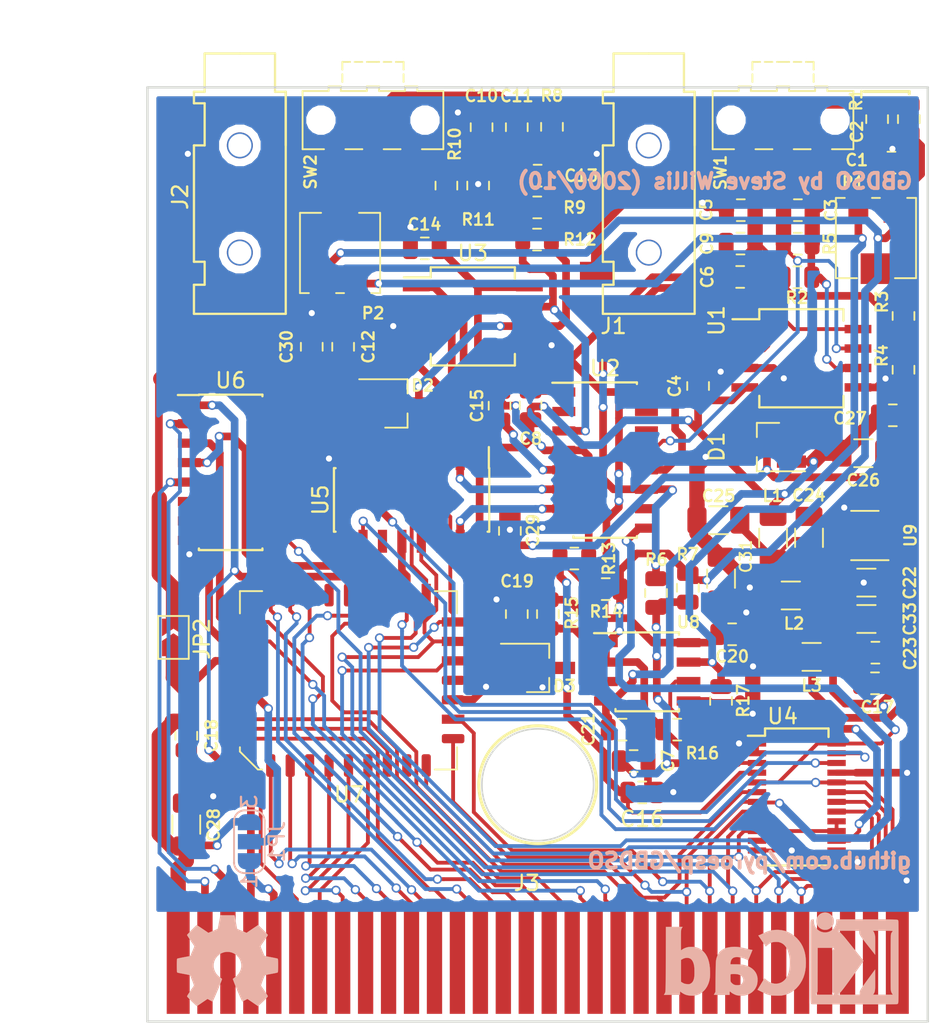
<source format=kicad_pcb>
(kicad_pcb (version 20171130) (host pcbnew "(5.0.2)-1")
  (layers (0 F.Cu signal) (31 B.Cu signal) (34 B.Paste user hide) (35 F.Paste user hide) (36 B.SilkS user) (37 F.SilkS user) (38 B.Mask user) (39 F.Mask user) (44 Edge.Cuts user))
  (net 0 "")
  (net 1 "Net-(P1-Pad2)")
  (net 2 "Net-(P2-Pad2)")
  (net 3 "Net-(R2-Pad1)")
  (net 4 "Net-(R10-Pad2)")
  (net 5 "Net-(R16-Pad1)")
  (net 6 "Net-(U2-Pad6)")
  (net 7 "Net-(U2-Pad7)")
  (net 8 "Net-(U2-Pad10)")
  (net 9 "Net-(U2-Pad14)")
  (net 10 "Net-(C1-Pad1)")
  (net 11 "Net-(C2-Pad2)")
  (net 12 "Net-(C3-Pad1)")
  (net 13 "Net-(C3-Pad2)")
  (net 14 "Net-(C6-Pad1)")
  (net 15 "Net-(C6-Pad2)")
  (net 16 "Net-(C7-Pad1)")
  (net 17 "Net-(C8-Pad1)")
  (net 18 "Net-(C10-Pad1)")
  (net 19 "Net-(C11-Pad1)")
  (net 20 "Net-(C13-Pad2)")
  (net 21 "Net-(C13-Pad1)")
  (net 22 "Net-(C15-Pad2)")
  (net 23 "Net-(C15-Pad1)")
  (net 24 "Net-(C16-Pad1)")
  (net 25 "Net-(C19-Pad1)")
  (net 26 "Net-(C24-Pad1)")
  (net 27 "Net-(C24-Pad2)")
  (net 28 "Net-(C25-Pad1)")
  (net 29 "Net-(U4-Pad10)")
  (net 30 "Net-(U4-Pad11)")
  (net 31 "Net-(U4-Pad22)")
  (net 32 "Net-(U4-Pad23)")
  (net 33 "Net-(U5-Pad3)")
  (net 34 "Net-(U5-Pad6)")
  (net 35 "Net-(U5-Pad9)")
  (net 36 "Net-(U5-Pad11)")
  (net 37 "Net-(U5-Pad14)")
  (net 38 "Net-(U6-Pad15)")
  (net 39 "Net-(U6-Pad14)")
  (net 40 "Net-(U6-Pad13)")
  (net 41 "Net-(U6-Pad12)")
  (net 42 "Net-(U6-Pad11)")
  (net 43 "Net-(U6-Pad7)")
  (net 44 "Net-(U7-Pad1)")
  (net 45 "Net-(U7-Pad17)")
  (net 46 +5V)
  (net 47 GND)
  (net 48 -5V)
  (net 49 +5VA)
  (net 50 +5VC)
  (net 51 "Net-(J1-Pad10)")
  (net 52 "Net-(J2-Pad10)")
  (net 53 "Net-(SW1-Pad3)")
  (net 54 "Net-(SW2-Pad3)")
  (net 55 /D0)
  (net 56 /D1)
  (net 57 /D2)
  (net 58 /D3)
  (net 59 /D4)
  (net 60 /D5)
  (net 61 /D6)
  (net 62 /D7)
  (net 63 /~RD)
  (net 64 /~WR)
  (net 65 /A13)
  (net 66 /A15)
  (net 67 /ECLK)
  (net 68 /A14)
  (net 69 /A12)
  (net 70 /A7)
  (net 71 /A6)
  (net 72 /A5)
  (net 73 /A4)
  (net 74 /A3)
  (net 75 /A2)
  (net 76 /A1)
  (net 77 /A0)
  (net 78 /A10)
  (net 79 /A11)
  (net 80 /A9)
  (net 81 /A8)
  (net 82 -2.5V)
  (net 83 +2.5V)
  (net 84 "Net-(J3-Pad31)")
  (net 85 "Net-(J3-Pad30)")
  (net 86 /VPP)
  (net 87 "Net-(JP1-Pad2)")
  (module GB_EdgeConnector:GB_EdgeConnector (layer F.Cu) (at 105.53 148.12)
    (fp_text reference J3 (at 0.03 -5 180) (layer F.SilkS))
    (fp_text value Conn_01x32)
    (pad 1 smd rect (at -22.76 0.04 90) (size 7 1.5) (layers F.Cu F.Paste F.Mask) (net 46 +5V))
    (pad 2 smd rect (at -21.01 0.04 90) (size 7 1) (layers F.Cu F.Paste F.Mask) (net 67 /ECLK))
    (pad 3 smd rect (at -19.51 0.04 90) (size 7 1) (layers F.Cu F.Paste F.Mask) (net 64 /~WR))
    (pad 4 smd rect (at -18.01 0.04 90) (size 7 1) (layers F.Cu F.Paste F.Mask) (net 63 /~RD))
    (pad 5 smd rect (at -16.51 0.04 90) (size 7 1) (layers F.Cu F.Paste F.Mask) (net 86 /VPP))
    (pad 6 smd rect (at -15.01 0.04 90) (size 7 1) (layers F.Cu F.Paste F.Mask) (net 77 /A0))
    (pad 7 smd rect (at -13.51 0.04 90) (size 7 1) (layers F.Cu F.Paste F.Mask) (net 76 /A1))
    (pad 8 smd rect (at -12.01 0.04 90) (size 7 1) (layers F.Cu F.Paste F.Mask) (net 75 /A2))
    (pad 9 smd rect (at -10.51 0.04 90) (size 7 1) (layers F.Cu F.Paste F.Mask) (net 74 /A3))
    (pad 10 smd rect (at -9.01 0.04 90) (size 7 1) (layers F.Cu F.Paste F.Mask) (net 73 /A4))
    (pad 11 smd rect (at -7.51 0.04 90) (size 7 1) (layers F.Cu F.Paste F.Mask) (net 72 /A5))
    (pad 12 smd rect (at -6.01 0.04 90) (size 7 1) (layers F.Cu F.Paste F.Mask) (net 71 /A6))
    (pad 13 smd rect (at -4.51 0.04 90) (size 7 1) (layers F.Cu F.Paste F.Mask) (net 70 /A7))
    (pad 14 smd rect (at -3.01 0.04 90) (size 7 1) (layers F.Cu F.Paste F.Mask) (net 81 /A8))
    (pad 15 smd rect (at -1.51 0.04 90) (size 7 1) (layers F.Cu F.Paste F.Mask) (net 80 /A9))
    (pad 16 smd rect (at -0.01 0.04 90) (size 7 1) (layers F.Cu F.Paste F.Mask) (net 78 /A10))
    (pad 17 smd rect (at 1.49 0.04 90) (size 7 1) (layers F.Cu F.Paste F.Mask) (net 79 /A11))
    (pad 18 smd rect (at 2.99 0.04 90) (size 7 1) (layers F.Cu F.Paste F.Mask) (net 69 /A12))
    (pad 19 smd rect (at 4.49 0.04 90) (size 7 1) (layers F.Cu F.Paste F.Mask) (net 65 /A13))
    (pad 20 smd rect (at 5.99 0.04 90) (size 7 1) (layers F.Cu F.Paste F.Mask) (net 68 /A14))
    (pad 21 smd rect (at 7.49 0.04 90) (size 7 1) (layers F.Cu F.Paste F.Mask) (net 66 /A15))
    (pad 22 smd rect (at 8.99 0.04 90) (size 7 1) (layers F.Cu F.Paste F.Mask) (net 55 /D0))
    (pad 23 smd rect (at 10.49 0.04 90) (size 7 1) (layers F.Cu F.Paste F.Mask) (net 56 /D1))
    (pad 24 smd rect (at 11.99 0.04 90) (size 7 1) (layers F.Cu F.Paste F.Mask) (net 57 /D2))
    (pad 25 smd rect (at 13.49 0.04 90) (size 7 1) (layers F.Cu F.Paste F.Mask) (net 58 /D3))
    (pad 26 smd rect (at 14.99 0.04 90) (size 7 1) (layers F.Cu F.Paste F.Mask) (net 59 /D4))
    (pad 27 smd rect (at 16.49 0.04 90) (size 7 1) (layers F.Cu F.Paste F.Mask) (net 60 /D5))
    (pad 28 smd rect (at 17.99 0.04 90) (size 7 1) (layers F.Cu F.Paste F.Mask) (net 61 /D6))
    (pad 29 smd rect (at 19.49 0.04 90) (size 7 1) (layers F.Cu F.Paste F.Mask) (net 62 /D7))
    (pad 30 smd rect (at 20.99 0.04 90) (size 7 1) (layers F.Cu F.Paste F.Mask) (net 85 "Net-(J3-Pad30)"))
    (pad 31 smd rect (at 22.49 0.04 90) (size 7 1) (layers F.Cu F.Paste F.Mask) (net 84 "Net-(J3-Pad31)"))
    (pad 32 smd rect (at 24.24 0.04 90) (size 7 1.5) (layers F.Cu F.Paste F.Mask) (net 47 GND))
  )
  (module Package_LCC:PLCC-32_11.4x14.0mm_P1.27mm (layer F.Cu) (at 93.9 129.88 90)
    (fp_text reference U7 (at -7.46 0.05 180) (layer F.SilkS))
    (fp_text value AT27C256R)
    (pad 1 smd roundrect (at 0 -6.8375 90) (size 0.6 1.475) (layers F.Cu F.Paste F.Mask) (net 44 "Net-(U7-Pad1)"))
    (pad 2 smd roundrect (at -1.27 -6.8375 90) (size 0.6 1.475) (layers F.Cu F.Paste F.Mask) (net 87 "Net-(JP1-Pad2)"))
    (pad 3 smd roundrect (at -2.54 -6.8375 90) (size 0.6 1.475) (layers F.Cu F.Paste F.Mask) (net 69 /A12))
    (pad 4 smd roundrect (at -3.81 -6.8375 90) (size 0.6 1.475) (layers F.Cu F.Paste F.Mask) (net 70 /A7))
    (pad 5 smd roundrect (at -5.5625 -5.08 90) (size 1.475 0.6) (layers F.Cu F.Paste F.Mask) (net 71 /A6))
    (pad 6 smd roundrect (at -5.5625 -3.81 90) (size 1.475 0.6) (layers F.Cu F.Paste F.Mask) (net 72 /A5))
    (pad 7 smd roundrect (at -5.5625 -2.54 90) (size 1.475 0.6) (layers F.Cu F.Paste F.Mask) (net 73 /A4))
    (pad 8 smd roundrect (at -5.5625 -1.27 90) (size 1.475 0.6) (layers F.Cu F.Paste F.Mask) (net 74 /A3))
    (pad 9 smd roundrect (at -5.5625 0 90) (size 1.475 0.6) (layers F.Cu F.Paste F.Mask) (net 75 /A2))
    (pad 10 smd roundrect (at -5.5625 1.27 90) (size 1.475 0.6) (layers F.Cu F.Paste F.Mask) (net 76 /A1))
    (pad 11 smd roundrect (at -5.5625 2.54 90) (size 1.475 0.6) (layers F.Cu F.Paste F.Mask) (net 77 /A0))
    (pad 12 smd roundrect (at -5.5625 3.81 90) (size 1.475 0.6) (layers F.Cu F.Paste F.Mask))
    (pad 13 smd roundrect (at -5.5625 5.08 90) (size 1.475 0.6) (layers F.Cu F.Paste F.Mask) (net 55 /D0))
    (pad 14 smd roundrect (at -3.81 6.8375 90) (size 0.6 1.475) (layers F.Cu F.Paste F.Mask) (net 56 /D1))
    (pad 15 smd rect (at -2.54 6.8375 90) (size 0.6 1.475) (layers F.Cu F.Paste F.Mask) (net 57 /D2))
    (pad 16 smd roundrect (at -1.27 6.8375 90) (size 0.6 1.475) (layers F.Cu F.Paste F.Mask) (net 47 GND))
    (pad 17 smd roundrect (at 0 6.8375 90) (size 0.6 1.475) (layers F.Cu F.Paste F.Mask) (net 45 "Net-(U7-Pad17)"))
    (pad 18 smd rect (at 1.27 6.8375 90) (size 0.6 1.475) (layers F.Cu F.Paste F.Mask) (net 58 /D3))
    (pad 19 smd rect (at 2.54 6.8375 90) (size 0.6 1.475) (layers F.Cu F.Paste F.Mask) (net 59 /D4))
    (pad 20 smd rect (at 3.81 6.8375 90) (size 0.6 1.475) (layers F.Cu F.Paste F.Mask) (net 60 /D5))
    (pad 21 smd rect (at 5.5625 5.08 90) (size 1.475 0.6) (layers F.Cu F.Paste F.Mask) (net 61 /D6))
    (pad 22 smd rect (at 5.5625 3.81 90) (size 1.475 0.6) (layers F.Cu F.Paste F.Mask) (net 62 /D7))
    (pad 23 smd roundrect (at 5.5625 2.54 90) (size 1.475 0.6) (layers F.Cu F.Paste F.Mask) (net 66 /A15))
    (pad 24 smd roundrect (at 5.5625 1.27 90) (size 1.475 0.6) (layers F.Cu F.Paste F.Mask) (net 78 /A10))
    (pad 25 smd roundrect (at 5.5625 0 90) (size 1.475 0.6) (layers F.Cu F.Paste F.Mask) (net 63 /~RD))
    (pad 26 smd roundrect (at 5.5625 -1.27 90) (size 1.475 0.6) (layers F.Cu F.Paste F.Mask))
    (pad 27 smd roundrect (at 5.5625 -2.54 90) (size 1.475 0.6) (layers F.Cu F.Paste F.Mask) (net 79 /A11))
    (pad 28 smd roundrect (at 5.5625 -3.81 90) (size 1.475 0.6) (layers F.Cu F.Paste F.Mask) (net 80 /A9))
    (pad 29 smd roundrect (at 5.5625 -5.08 90) (size 1.475 0.6) (layers F.Cu F.Paste F.Mask) (net 81 /A8))
    (pad 30 smd roundrect (at 3.81 -6.8375 90) (size 0.6 1.475) (layers F.Cu F.Paste F.Mask) (net 65 /A13))
    (pad 31 smd roundrect (at 2.54 -6.8375 90) (size 0.6 1.475) (layers F.Cu F.Paste F.Mask) (net 68 /A14))
    (pad 32 smd roundrect (at 1.27 -6.8375 90) (size 0.6 1.475) (layers F.Cu F.Paste F.Mask) (net 46 +5V))
  )
  (module Capacitor_SMD:C_0805_2012Metric (layer F.Cu) (at 129.3875 96.075)
    (fp_text reference C1 (at -2.2675 -0.165) (layer F.SilkS) (effects (font (size 0.75 0.75))))
    (fp_text value 18p)
    (pad 2 smd roundrect (at 0.9375 0) (size 0.975 1.4) (layers F.Cu F.Paste F.Mask) (net 47 GND))
    (pad 1 smd roundrect (at -0.9375 0) (size 0.975 1.4) (layers F.Cu F.Paste F.Mask) (net 10 "Net-(C1-Pad1)"))
  )
  (module Capacitor_SMD:C_0805_2012Metric (layer F.Cu) (at 128.45 93.2375 90)
    (fp_text reference C2 (at -0.8225 -1.32 90) (layer F.SilkS) (effects (font (size 0.75 0.75))))
    (fp_text value 100n)
    (pad 2 smd roundrect (at 0.9375 0 90) (size 0.975 1.4) (layers F.Cu F.Paste F.Mask) (net 11 "Net-(C2-Pad2)"))
    (pad 1 smd roundrect (at -0.9375 0 90) (size 0.975 1.4) (layers F.Cu F.Paste F.Mask) (net 10 "Net-(C1-Pad1)"))
  )
  (module Capacitor_SMD:C_0805_2012Metric (layer F.Cu) (at 123.2725 99.18 180)
    (fp_text reference C3 (at -2.1675 0 270) (layer F.SilkS) (effects (font (size 0.75 0.75))))
    (fp_text value 1p8)
    (pad 2 smd roundrect (at 0.9375 0 180) (size 0.975 1.4) (layers F.Cu F.Paste F.Mask) (net 13 "Net-(C3-Pad2)"))
    (pad 1 smd roundrect (at -0.9375 0 180) (size 0.975 1.4) (layers F.Cu F.Paste F.Mask) (net 12 "Net-(C3-Pad1)"))
  )
  (module Capacitor_SMD:C_0805_2012Metric (layer F.Cu) (at 116.75 110.6625 270)
    (fp_text reference C4 (at 0.0075 1.53 270) (layer F.SilkS) (effects (font (size 0.75 0.75))))
    (fp_text value 100n)
    (pad 2 smd roundrect (at 0.9375 0 270) (size 0.975 1.4) (layers F.Cu F.Paste F.Mask) (net 48 -5V))
    (pad 1 smd roundrect (at -0.9375 0 270) (size 0.975 1.4) (layers F.Cu F.Paste F.Mask) (net 47 GND))
  )
  (module Capacitor_SMD:C_0805_2012Metric (layer F.Cu) (at 119.54 99.18 180)
    (fp_text reference C5 (at 2.26 0.02 270) (layer F.SilkS) (effects (font (size 0.75 0.75))))
    (fp_text value 100n)
    (pad 2 smd roundrect (at 0.9375 0 180) (size 0.975 1.4) (layers F.Cu F.Paste F.Mask) (net 47 GND))
    (pad 1 smd roundrect (at -0.9375 0 180) (size 0.975 1.4) (layers F.Cu F.Paste F.Mask) (net 49 +5VA))
  )
  (module Capacitor_SMD:C_0805_2012Metric (layer F.Cu) (at 119.5 103.54 180)
    (fp_text reference C6 (at 2.15 0 270) (layer F.SilkS) (effects (font (size 0.75 0.75))))
    (fp_text value 15p)
    (pad 2 smd roundrect (at 0.9375 0 180) (size 0.975 1.4) (layers F.Cu F.Paste F.Mask) (net 15 "Net-(C6-Pad2)"))
    (pad 1 smd roundrect (at -0.9375 0 180) (size 0.975 1.4) (layers F.Cu F.Paste F.Mask) (net 14 "Net-(C6-Pad1)"))
  )
  (module Capacitor_SMD:C_0805_2012Metric (layer F.Cu) (at 112.5375 135.15)
    (fp_text reference C7 (at 2.2525 -0.01 90) (layer F.SilkS) (effects (font (size 0.75 0.75))))
    (fp_text value 220p)
    (pad 2 smd roundrect (at 0.9375 0) (size 0.975 1.4) (layers F.Cu F.Paste F.Mask) (net 47 GND))
    (pad 1 smd roundrect (at -0.9375 0) (size 0.975 1.4) (layers F.Cu F.Paste F.Mask) (net 16 "Net-(C7-Pad1)"))
  )
  (module Capacitor_SMD:C_0805_2012Metric (layer F.Cu) (at 105.8 111.925 270)
    (fp_text reference C8 (at 2.175 -0.01) (layer F.SilkS) (effects (font (size 0.75 0.75))))
    (fp_text value 100n)
    (pad 2 smd roundrect (at 0.9375 0 270) (size 0.975 1.4) (layers F.Cu F.Paste F.Mask) (net 48 -5V))
    (pad 1 smd roundrect (at -0.9375 0 270) (size 0.975 1.4) (layers F.Cu F.Paste F.Mask) (net 17 "Net-(C8-Pad1)"))
  )
  (module Capacitor_SMD:C_0805_2012Metric (layer F.Cu) (at 119.52 101.36 180)
    (fp_text reference C9 (at 2.19 -0.01 270) (layer F.SilkS) (effects (font (size 0.75 0.75))))
    (fp_text value 100n)
    (pad 2 smd roundrect (at 0.9375 0 180) (size 0.975 1.4) (layers F.Cu F.Paste F.Mask) (net 47 GND))
    (pad 1 smd roundrect (at -0.9375 0 180) (size 0.975 1.4) (layers F.Cu F.Paste F.Mask) (net 49 +5VA))
  )
  (module Capacitor_SMD:C_0805_2012Metric (layer F.Cu) (at 102.6 93.7625 90)
    (fp_text reference C10 (at 2.0425 -0.01) (layer F.SilkS) (effects (font (size 0.75 0.75))))
    (fp_text value 18p)
    (pad 2 smd roundrect (at 0.9375 0 90) (size 0.975 1.4) (layers F.Cu F.Paste F.Mask) (net 47 GND))
    (pad 1 smd roundrect (at -0.9375 0 90) (size 0.975 1.4) (layers F.Cu F.Paste F.Mask) (net 18 "Net-(C10-Pad1)"))
  )
  (module Capacitor_SMD:C_0805_2012Metric (layer F.Cu) (at 104.9 93.7625 270)
    (fp_text reference C11 (at -2.0325 0) (layer F.SilkS) (effects (font (size 0.75 0.75))))
    (fp_text value 100n)
    (pad 2 smd roundrect (at 0.9375 0 270) (size 0.975 1.4) (layers F.Cu F.Paste F.Mask) (net 18 "Net-(C10-Pad1)"))
    (pad 1 smd roundrect (at -0.9375 0 270) (size 0.975 1.4) (layers F.Cu F.Paste F.Mask) (net 19 "Net-(C11-Pad1)"))
  )
  (module Capacitor_SMD:C_0805_2012Metric (layer F.Cu) (at 93.55 108.1 270)
    (fp_text reference C12 (at 0 -1.65 270) (layer F.SilkS) (effects (font (size 0.75 0.75))))
    (fp_text value 100n)
    (pad 2 smd roundrect (at 0.9375 0 270) (size 0.975 1.4) (layers F.Cu F.Paste F.Mask) (net 48 -5V))
    (pad 1 smd roundrect (at -0.9375 0 270) (size 0.975 1.4) (layers F.Cu F.Paste F.Mask) (net 47 GND))
  )
  (module Capacitor_SMD:C_0805_2012Metric (layer F.Cu) (at 106.2625 96.925 180)
    (fp_text reference C13 (at -2.8475 -0.005 180) (layer F.SilkS) (effects (font (size 0.75 0.75))))
    (fp_text value 1p8)
    (pad 2 smd roundrect (at 0.9375 0 180) (size 0.975 1.4) (layers F.Cu F.Paste F.Mask) (net 20 "Net-(C13-Pad2)"))
    (pad 1 smd roundrect (at -0.9375 0 180) (size 0.975 1.4) (layers F.Cu F.Paste F.Mask) (net 21 "Net-(C13-Pad1)"))
  )
  (module Capacitor_SMD:C_0805_2012Metric (layer F.Cu) (at 98.8875 101.675 180)
    (fp_text reference C14 (at 0.0175 1.565 180) (layer F.SilkS) (effects (font (size 0.75 0.75))))
    (fp_text value 100n)
    (pad 2 smd roundrect (at 0.9375 0 180) (size 0.975 1.4) (layers F.Cu F.Paste F.Mask) (net 47 GND))
    (pad 1 smd roundrect (at -0.9375 0 180) (size 0.975 1.4) (layers F.Cu F.Paste F.Mask) (net 49 +5VA))
  )
  (module Capacitor_SMD:C_0805_2012Metric (layer F.Cu) (at 103.775 111.95 270)
    (fp_text reference C15 (at 0 1.475 270) (layer F.SilkS) (effects (font (size 0.75 0.75))))
    (fp_text value 15p)
    (pad 2 smd roundrect (at 0.9375 0 270) (size 0.975 1.4) (layers F.Cu F.Paste F.Mask) (net 22 "Net-(C15-Pad2)"))
    (pad 1 smd roundrect (at -0.9375 0 270) (size 0.975 1.4) (layers F.Cu F.Paste F.Mask) (net 23 "Net-(C15-Pad1)"))
  )
  (module Capacitor_SMD:C_0805_2012Metric (layer F.Cu) (at 113.1 137.2)
    (fp_text reference C16 (at 0 1.73 180) (layer F.SilkS))
    (fp_text value 220p)
    (pad 2 smd roundrect (at 0.9375 0) (size 0.975 1.4) (layers F.Cu F.Paste F.Mask) (net 47 GND))
    (pad 1 smd roundrect (at -0.9375 0) (size 0.975 1.4) (layers F.Cu F.Paste F.Mask) (net 24 "Net-(C16-Pad1)"))
  )
  (module Capacitor_SMD:C_0805_2012Metric (layer F.Cu) (at 128.3125 130.075 180)
    (fp_text reference C17 (at -0.1575 -1.555 180) (layer F.SilkS) (effects (font (size 0.75 0.75))))
    (fp_text value 100n)
    (pad 2 smd roundrect (at 0.9375 0 180) (size 0.975 1.4) (layers F.Cu F.Paste F.Mask) (net 47 GND))
    (pad 1 smd roundrect (at -0.9375 0 180) (size 0.975 1.4) (layers F.Cu F.Paste F.Mask) (net 50 +5VC))
  )
  (module Capacitor_SMD:C_0805_2012Metric (layer F.Cu) (at 83.3 133.5 270)
    (fp_text reference C18 (at 0 -1.65 270) (layer F.SilkS) (effects (font (size 0.75 0.75))))
    (fp_text value 100n)
    (pad 2 smd roundrect (at 0.9375 0 270) (size 0.975 1.4) (layers F.Cu F.Paste F.Mask) (net 47 GND))
    (pad 1 smd roundrect (at -0.9375 0 270) (size 0.975 1.4) (layers F.Cu F.Paste F.Mask) (net 46 +5V))
  )
  (module Capacitor_SMD:C_0805_2012Metric (layer F.Cu) (at 104.902 125.5545 90)
    (fp_text reference C19 (at 2.1445 0.018 180) (layer F.SilkS) (effects (font (size 0.75 0.75))))
    (fp_text value 100n)
    (pad 2 smd roundrect (at 0.9375 0 90) (size 0.975 1.4) (layers F.Cu F.Paste F.Mask) (net 47 GND))
    (pad 1 smd roundrect (at -0.9375 0 90) (size 0.975 1.4) (layers F.Cu F.Paste F.Mask) (net 25 "Net-(C19-Pad1)"))
  )
  (module Capacitor_SMD:C_0805_2012Metric (layer F.Cu) (at 118.975 126.875)
    (fp_text reference C20 (at 0.005 1.445) (layer F.SilkS) (effects (font (size 0.75 0.75))))
    (fp_text value 100n)
    (pad 2 smd roundrect (at 0.9375 0) (size 0.975 1.4) (layers F.Cu F.Paste F.Mask) (net 47 GND))
    (pad 1 smd roundrect (at -0.9375 0) (size 0.975 1.4) (layers F.Cu F.Paste F.Mask) (net 49 +5VA))
  )
  (module Capacitor_SMD:C_0805_2012Metric (layer F.Cu) (at 111.8125 133.1)
    (fp_text reference C21 (at -2.2325 -0.01 90) (layer F.SilkS) (effects (font (size 0.75 0.75))))
    (fp_text value 100n)
    (pad 2 smd roundrect (at 0.9375 0) (size 0.975 1.4) (layers F.Cu F.Paste F.Mask) (net 47 GND))
    (pad 1 smd roundrect (at -0.9375 0) (size 0.975 1.4) (layers F.Cu F.Paste F.Mask) (net 48 -5V))
  )
  (module Capacitor_SMD:C_1206_3216Metric (layer F.Cu) (at 127.75 123.5 180)
    (fp_text reference C22 (at -2.84 -0.01 270) (layer F.SilkS) (effects (font (size 0.75 0.75))))
    (fp_text value 10µ)
    (pad 2 smd roundrect (at 1.4 0 180) (size 1.25 1.75) (layers F.Cu F.Paste F.Mask) (roundrect_rratio 0.2) (net 47 GND))
    (pad 1 smd roundrect (at -1.4 0 180) (size 1.25 1.75) (layers F.Cu F.Paste F.Mask) (roundrect_rratio 0.2) (net 46 +5V))
  )
  (module Capacitor_SMD:C_0805_2012Metric (layer F.Cu) (at 128.3375 128.075 180)
    (fp_text reference C23 (at -2.2725 -0.055 270) (layer F.SilkS) (effects (font (size 0.75 0.75))))
    (fp_text value 100n)
    (pad 2 smd roundrect (at 0.9375 0 180) (size 0.975 1.4) (layers F.Cu F.Paste F.Mask) (net 47 GND))
    (pad 1 smd roundrect (at -0.9375 0 180) (size 0.975 1.4) (layers F.Cu F.Paste F.Mask) (net 46 +5V))
  )
  (module Capacitor_SMD:C_1206_3216Metric (layer F.Cu) (at 124 120.575 90)
    (fp_text reference C24 (at 2.775 -0.01 180) (layer F.SilkS) (effects (font (size 0.75 0.75))))
    (fp_text value 10µ)
    (pad 2 smd roundrect (at 1.4 0 90) (size 1.25 1.75) (layers F.Cu F.Paste F.Mask) (roundrect_rratio 0.2) (net 27 "Net-(C24-Pad2)"))
    (pad 1 smd roundrect (at -1.4 0 90) (size 1.25 1.75) (layers F.Cu F.Paste F.Mask) (roundrect_rratio 0.2) (net 26 "Net-(C24-Pad1)"))
  )
  (module Capacitor_SMD:C_1206_3216Metric (layer F.Cu) (at 118.075 119.425 180)
    (fp_text reference C25 (at -0.015 1.585) (layer F.SilkS) (effects (font (size 0.75 0.75))))
    (fp_text value 10µ)
    (pad 2 smd roundrect (at 1.4 0 180) (size 1.25 1.75) (layers F.Cu F.Paste F.Mask) (roundrect_rratio 0.2) (net 47 GND))
    (pad 1 smd roundrect (at -1.4 0 180) (size 1.25 1.75) (layers F.Cu F.Paste F.Mask) (roundrect_rratio 0.2) (net 28 "Net-(C25-Pad1)"))
  )
  (module Capacitor_SMD:C_1206_3216Metric (layer F.Cu) (at 127.55 115.05)
    (fp_text reference C26 (at 0 1.77) (layer F.SilkS) (effects (font (size 0.75 0.75))))
    (fp_text value 10µ)
    (pad 2 smd roundrect (at 1.4 0) (size 1.25 1.75) (layers F.Cu F.Paste F.Mask) (roundrect_rratio 0.2) (net 47 GND))
    (pad 1 smd roundrect (at -1.4 0) (size 1.25 1.75) (layers F.Cu F.Paste F.Mask) (roundrect_rratio 0.2) (net 48 -5V))
  )
  (module Capacitor_SMD:C_0805_2012Metric (layer F.Cu) (at 129.475 112.575)
    (fp_text reference C27 (at -2.795 0.195) (layer F.SilkS) (effects (font (size 0.75 0.75))))
    (fp_text value 100n)
    (pad 2 smd roundrect (at 0.9375 0) (size 0.975 1.4) (layers F.Cu F.Paste F.Mask) (net 47 GND))
    (pad 1 smd roundrect (at -0.9375 0) (size 0.975 1.4) (layers F.Cu F.Paste F.Mask) (net 48 -5V))
  )
  (module Capacitor_SMD:C_1206_3216Metric (layer F.Cu) (at 83.3 139.3 90)
    (fp_text reference C28 (at -0.03 1.79 270) (layer F.SilkS) (effects (font (size 0.75 0.75))))
    (fp_text value 10µ)
    (pad 2 smd roundrect (at 1.4 0 90) (size 1.25 1.75) (layers F.Cu F.Paste F.Mask) (roundrect_rratio 0.2) (net 47 GND))
    (pad 1 smd roundrect (at -1.4 0 90) (size 1.25 1.75) (layers F.Cu F.Paste F.Mask) (roundrect_rratio 0.2) (net 46 +5V))
  )
  (module Capacitor_SMD:C_0805_2012Metric (layer F.Cu) (at 104.45 120.125 90)
    (fp_text reference C29 (at 0.015 1.51 90) (layer F.SilkS) (effects (font (size 0.75 0.75))))
    (fp_text value 100n)
    (pad 2 smd roundrect (at 0.9375 0 90) (size 0.975 1.4) (layers F.Cu F.Paste F.Mask) (net 47 GND))
    (pad 1 smd roundrect (at -0.9375 0 90) (size 0.975 1.4) (layers F.Cu F.Paste F.Mask) (net 46 +5V))
  )
  (module Capacitor_SMD:C_0805_2012Metric (layer F.Cu) (at 91.5 108.1 90)
    (fp_text reference C30 (at 0 -1.65 90) (layer F.SilkS) (effects (font (size 0.75 0.75))))
    (fp_text value 100n)
    (pad 2 smd roundrect (at 0.9375 0 90) (size 0.975 1.4) (layers F.Cu F.Paste F.Mask) (net 47 GND))
    (pad 1 smd roundrect (at -0.9375 0 90) (size 0.975 1.4) (layers F.Cu F.Paste F.Mask) (net 46 +5V))
  )
  (module Capacitor_SMD:C_1206_3216Metric (layer F.Cu) (at 118.25 123.24 90)
    (fp_text reference C31 (at 1.45 1.62 270) (layer F.SilkS) (effects (font (size 0.75 0.75) (thickness 0.125))))
    (fp_text value 10µ)
    (pad 2 smd roundrect (at 1.4 0 90) (size 1.25 1.75) (layers F.Cu F.Paste F.Mask) (roundrect_rratio 0.2) (net 47 GND))
    (pad 1 smd roundrect (at -1.4 0 90) (size 1.25 1.75) (layers F.Cu F.Paste F.Mask) (roundrect_rratio 0.2) (net 49 +5VA))
  )
  (module Capacitor_SMD:C_1206_3216Metric (layer F.Cu) (at 127.75 125.875 180)
    (fp_text reference C33 (at -2.84 0.005 270) (layer F.SilkS) (effects (font (size 0.75 0.75))))
    (fp_text value 10µ)
    (pad 2 smd roundrect (at 1.4 0 180) (size 1.25 1.75) (layers F.Cu F.Paste F.Mask) (roundrect_rratio 0.2) (net 47 GND))
    (pad 1 smd roundrect (at -1.4 0 180) (size 1.25 1.75) (layers F.Cu F.Paste F.Mask) (roundrect_rratio 0.2) (net 50 +5VC))
  )
  (module Package_TO_SOT_SMD:SOT-23_Handsoldering (layer F.Cu) (at 121.35 114.65 180)
    (fp_text reference D1 (at 3.39 0.02 90) (layer F.SilkS))
    (fp_text value BAV199)
    (pad 3 smd rect (at 1.5 0 180) (size 1.9 0.8) (layers F.Cu F.Paste F.Mask) (net 12 "Net-(C3-Pad1)"))
    (pad 2 smd rect (at -1.5 0.95 180) (size 1.9 0.8) (layers F.Cu F.Paste F.Mask) (net 46 +5V))
    (pad 1 smd rect (at -1.5 -0.95 180) (size 1.9 0.8) (layers F.Cu F.Paste F.Mask) (net 48 -5V))
  )
  (module Package_TO_SOT_SMD:SOT-23_Handsoldering (layer F.Cu) (at 97 111.8)
    (fp_text reference D2 (at 1.75 -1.17) (layer F.SilkS) (effects (font (size 0.75 0.75))))
    (fp_text value BAV199)
    (pad 3 smd rect (at 1.5 0) (size 1.9 0.8) (layers F.Cu F.Paste F.Mask) (net 21 "Net-(C13-Pad1)"))
    (pad 2 smd rect (at -1.5 0.95) (size 1.9 0.8) (layers F.Cu F.Paste F.Mask) (net 46 +5V))
    (pad 1 smd rect (at -1.5 -0.95) (size 1.9 0.8) (layers F.Cu F.Paste F.Mask) (net 48 -5V))
  )
  (module Package_TO_SOT_SMD:SOT-23_Handsoldering (layer F.Cu) (at 106.26 129.07)
    (fp_text reference D3 (at 1.76 1.18) (layer F.SilkS) (effects (font (size 0.75 0.75))))
    (fp_text value ZR4040-2.5)
    (pad 3 smd rect (at 1.5 0) (size 1.9 0.8) (layers F.Cu F.Paste F.Mask))
    (pad 2 smd rect (at -1.5 0.95) (size 1.9 0.8) (layers F.Cu F.Paste F.Mask) (net 47 GND))
    (pad 1 smd rect (at -1.5 -0.95) (size 1.9 0.8) (layers F.Cu F.Paste F.Mask) (net 25 "Net-(C19-Pad1)"))
  )
  (module MJ-3523-SMT-TR:MJ-3523-SMT-TR (layer F.Cu) (at 113.525 98.3 90)
    (fp_text reference J1 (at -8.45 -2.3 180) (layer F.SilkS))
    (fp_text value MJ-3523-SMT-TR)
    (pad "" np_thru_hole circle (at -3.65 0 90) (size 1.7 1.7) (drill 1.5) (layers *.Cu *.Mask))
    (pad "" np_thru_hole circle (at 3.35 0 90) (size 1.7 1.7) (drill 1.5) (layers *.Cu *.Mask))
    (pad 1 smd custom (at 4.45 -3.4 90) (size 1 2.2) (layers F.Cu F.Paste F.Mask) (net 47 GND) (options (clearance outline) (anchor rect)) (primitives))
    (pad 10 smd custom (at -8.75 0.75 180) (size 1.5 2.2) (layers F.Cu F.Paste F.Mask) (net 51 "Net-(J1-Pad10)") (options (clearance outline) (anchor rect)) (primitives))
    (pad 2 smd custom (at -5 -3.4 270) (size 1.5 2.2) (layers F.Cu F.Paste F.Mask) (net 10 "Net-(C1-Pad1)") (options (clearance outline) (anchor rect)) (primitives))
  )
  (module MJ-3523-SMT-TR:MJ-3523-SMT-TR (layer F.Cu) (at 86.8 98.3 90)
    (fp_text reference J2 (at 0 -3.9 90) (layer F.SilkS))
    (fp_text value MJ-3523-SMT-TR)
    (pad "" np_thru_hole circle (at -3.65 0 90) (size 1.7 1.7) (drill 1.5) (layers *.Cu *.Mask))
    (pad "" np_thru_hole circle (at 3.35 0 90) (size 1.7 1.7) (drill 1.5) (layers *.Cu *.Mask))
    (pad 1 smd custom (at 4.45 -3.4 90) (size 1 2.2) (layers F.Cu F.Paste F.Mask) (net 47 GND) (options (clearance outline) (anchor rect)) (primitives))
    (pad 10 smd custom (at -8.75 0.75 180) (size 1.5 2.2) (layers F.Cu F.Paste F.Mask) (net 52 "Net-(J2-Pad10)") (options (clearance outline) (anchor rect)) (primitives))
    (pad 2 smd custom (at -5 -3.4 270) (size 1.5 2.2) (layers F.Cu F.Paste F.Mask) (net 18 "Net-(C10-Pad1)") (options (clearance outline) (anchor rect)) (primitives))
  )
  (module Inductor_SMD:L_1206_3216Metric (layer F.Cu) (at 121.65 120.575 90)
    (fp_text reference L1 (at 2.745 -0.02 180) (layer F.SilkS) (effects (font (size 0.75 0.75))))
    (fp_text value 100µ)
    (pad 2 smd roundrect (at 1.4 0 90) (size 1.25 1.75) (layers F.Cu F.Paste F.Mask) (roundrect_rratio 0.2) (net 48 -5V))
    (pad 1 smd roundrect (at -1.4 0 90) (size 1.25 1.75) (layers F.Cu F.Paste F.Mask) (roundrect_rratio 0.2) (net 28 "Net-(C25-Pad1)"))
  )
  (module Inductor_SMD:L_1206_3216Metric (layer F.Cu) (at 122.81 124.34 180)
    (fp_text reference L2 (at -0.21 -1.83) (layer F.SilkS) (effects (font (size 0.75 0.75))))
    (fp_text value 100µ)
    (pad 2 smd roundrect (at 1.4 0 180) (size 1.25 1.75) (layers F.Cu F.Paste F.Mask) (roundrect_rratio 0.2) (net 49 +5VA))
    (pad 1 smd roundrect (at -1.4 0 180) (size 1.25 1.75) (layers F.Cu F.Paste F.Mask) (roundrect_rratio 0.2) (net 46 +5V))
  )
  (module Inductor_SMD:L_1206_3216Metric (layer F.Cu) (at 124.17 128.35)
    (fp_text reference L3 (at 0 1.87) (layer F.SilkS) (effects (font (size 0.75 0.75))))
    (fp_text value 100µ)
    (pad 2 smd roundrect (at 1.4 0) (size 1.25 1.75) (layers F.Cu F.Paste F.Mask) (roundrect_rratio 0.2) (net 50 +5VC))
    (pad 1 smd roundrect (at -1.4 0) (size 1.25 1.75) (layers F.Cu F.Paste F.Mask) (roundrect_rratio 0.2) (net 46 +5V))
  )
  (module Potentiometer_SMD:Potentiometer_Vishay_TS53YJ_Vertical (layer F.Cu) (at 128.375 101 90)
    (fp_text reference P1 (at 3.63 -1.485 180) (layer F.SilkS) (effects (font (size 0.75 0.75))))
    (fp_text value 100k)
    (pad 3 smd rect (at 2 1.15 90) (size 2 1.3) (layers F.Cu F.Paste F.Mask) (net 83 +2.5V))
    (pad 2 smd rect (at -2 0 90) (size 2 2) (layers F.Cu F.Paste F.Mask) (net 1 "Net-(P1-Pad2)"))
    (pad 1 smd rect (at 2 -1.15 90) (size 2 1.3) (layers F.Cu F.Paste F.Mask) (net 82 -2.5V))
  )
  (module Potentiometer_SMD:Potentiometer_Vishay_TS53YJ_Vertical (layer F.Cu) (at 93.35 101.975 270)
    (fp_text reference P2 (at 3.935 -2.16) (layer F.SilkS) (effects (font (size 0.75 0.75))))
    (fp_text value 100k)
    (pad 3 smd rect (at 2 1.15 270) (size 2 1.3) (layers F.Cu F.Paste F.Mask) (net 83 +2.5V))
    (pad 2 smd rect (at -2 0 270) (size 2 2) (layers F.Cu F.Paste F.Mask) (net 2 "Net-(P2-Pad2)"))
    (pad 1 smd rect (at 2 -1.15 270) (size 2 1.3) (layers F.Cu F.Paste F.Mask) (net 82 -2.5V))
  )
  (module Resistor_SMD:R_0805_2012Metric (layer F.Cu) (at 130.525 93.2375 90)
    (fp_text reference R1 (at 1.2575 -3.445 270) (layer F.SilkS) (effects (font (size 0.75 0.75))))
    (fp_text value 1M)
    (pad 2 smd roundrect (at 0.9375 0 90) (size 0.975 1.4) (layers F.Cu F.Paste F.Mask) (net 11 "Net-(C2-Pad2)"))
    (pad 1 smd roundrect (at -0.9375 0 90) (size 0.975 1.4) (layers F.Cu F.Paste F.Mask) (net 12 "Net-(C3-Pad1)"))
  )
  (module Resistor_SMD:R_0805_2012Metric (layer F.Cu) (at 123.2425 103.56)
    (fp_text reference R2 (at -0.0425 1.34) (layer F.SilkS) (effects (font (size 0.75 0.75))))
    (fp_text value 1M)
    (pad 2 smd roundrect (at 0.9375 0) (size 0.975 1.4) (layers F.Cu F.Paste F.Mask) (net 12 "Net-(C3-Pad1)"))
    (pad 1 smd roundrect (at -0.9375 0) (size 0.975 1.4) (layers F.Cu F.Paste F.Mask) (net 3 "Net-(R2-Pad1)"))
  )
  (module Resistor_SMD:R_0805_2012Metric (layer F.Cu) (at 130.175 106.0875 270)
    (fp_text reference R3 (at -0.9175 1.415 90) (layer F.SilkS) (effects (font (size 0.75 0.75))))
    (fp_text value 4k7)
    (pad 2 smd roundrect (at 0.9375 0 270) (size 0.975 1.4) (layers F.Cu F.Paste F.Mask) (net 3 "Net-(R2-Pad1)"))
    (pad 1 smd roundrect (at -0.9375 0 270) (size 0.975 1.4) (layers F.Cu F.Paste F.Mask) (net 1 "Net-(P1-Pad2)"))
  )
  (module Resistor_SMD:R_0805_2012Metric (layer F.Cu) (at 130.175 109.6 90)
    (fp_text reference R4 (at 0.92 -1.435 90) (layer F.SilkS) (effects (font (size 0.75 0.75))))
    (fp_text value 1M)
    (pad 2 smd roundrect (at 0.9375 0 90) (size 0.975 1.4) (layers F.Cu F.Paste F.Mask) (net 3 "Net-(R2-Pad1)"))
    (pad 1 smd roundrect (at -0.9375 0 90) (size 0.975 1.4) (layers F.Cu F.Paste F.Mask) (net 47 GND))
  )
  (module Resistor_SMD:R_0805_2012Metric (layer F.Cu) (at 123.2625 101.37)
    (fp_text reference R5 (at 2.0875 0 90) (layer F.SilkS) (effects (font (size 0.75 0.75))))
    (fp_text value 470k)
    (pad 2 smd roundrect (at 0.9375 0) (size 0.975 1.4) (layers F.Cu F.Paste F.Mask) (net 12 "Net-(C3-Pad1)"))
    (pad 1 smd roundrect (at -0.9375 0) (size 0.975 1.4) (layers F.Cu F.Paste F.Mask) (net 13 "Net-(C3-Pad2)"))
  )
  (module Resistor_SMD:R_0805_2012Metric (layer F.Cu) (at 114.001823 124.179994 90)
    (fp_text reference R6 (at 2.179994 0.018177 180) (layer F.SilkS) (effects (font (size 0.75 0.75))))
    (fp_text value 4k7)
    (pad 2 smd roundrect (at 0.9375 0 90) (size 0.975 1.4) (layers F.Cu F.Paste F.Mask) (net 15 "Net-(C6-Pad2)"))
    (pad 1 smd roundrect (at -0.9375 0 90) (size 0.975 1.4) (layers F.Cu F.Paste F.Mask) (net 16 "Net-(C7-Pad1)"))
  )
  (module Resistor_SMD:R_0805_2012Metric (layer F.Cu) (at 116.08 123.8375 90)
    (fp_text reference R7 (at 2.1875 -0.01 180) (layer F.SilkS) (effects (font (size 0.75 0.75))))
    (fp_text value 4k7)
    (pad 2 smd roundrect (at 0.9375 0 90) (size 0.975 1.4) (layers F.Cu F.Paste F.Mask) (net 83 +2.5V))
    (pad 1 smd roundrect (at -0.9375 0 90) (size 0.975 1.4) (layers F.Cu F.Paste F.Mask) (net 16 "Net-(C7-Pad1)"))
  )
  (module Resistor_SMD:R_0805_2012Metric (layer F.Cu) (at 107.2 93.7375 90)
    (fp_text reference R8 (at 2.0375 -0.01 180) (layer F.SilkS) (effects (font (size 0.75 0.75))))
    (fp_text value 1M)
    (pad 2 smd roundrect (at 0.9375 0 90) (size 0.975 1.4) (layers F.Cu F.Paste F.Mask) (net 19 "Net-(C11-Pad1)"))
    (pad 1 smd roundrect (at -0.9375 0 90) (size 0.975 1.4) (layers F.Cu F.Paste F.Mask) (net 21 "Net-(C13-Pad1)"))
  )
  (module Resistor_SMD:R_0805_2012Metric (layer F.Cu) (at 106.2375 99)
    (fp_text reference R9 (at 2.4425 0.01 180) (layer F.SilkS) (effects (font (size 0.75 0.75))))
    (fp_text value 1M)
    (pad 2 smd roundrect (at 0.9375 0) (size 0.975 1.4) (layers F.Cu F.Paste F.Mask) (net 21 "Net-(C13-Pad1)"))
    (pad 1 smd roundrect (at -0.9375 0) (size 0.975 1.4) (layers F.Cu F.Paste F.Mask) (net 4 "Net-(R10-Pad2)"))
  )
  (module Resistor_SMD:R_0805_2012Metric (layer F.Cu) (at 100.3 97.575 270)
    (fp_text reference R10 (at -2.705 -0.54 270) (layer F.SilkS) (effects (font (size 0.75 0.75))))
    (fp_text value 4k7)
    (pad 2 smd roundrect (at 0.9375 0 270) (size 0.975 1.4) (layers F.Cu F.Paste F.Mask) (net 4 "Net-(R10-Pad2)"))
    (pad 1 smd roundrect (at -0.9375 0 270) (size 0.975 1.4) (layers F.Cu F.Paste F.Mask) (net 2 "Net-(P2-Pad2)"))
  )
  (module Resistor_SMD:R_0805_2012Metric (layer F.Cu) (at 102.375 97.575 270)
    (fp_text reference R11 (at 2.215 -0.005 180) (layer F.SilkS) (effects (font (size 0.75 0.75))))
    (fp_text value 1M)
    (pad 2 smd roundrect (at 0.9375 0 270) (size 0.975 1.4) (layers F.Cu F.Paste F.Mask) (net 4 "Net-(R10-Pad2)"))
    (pad 1 smd roundrect (at -0.9375 0 270) (size 0.975 1.4) (layers F.Cu F.Paste F.Mask) (net 47 GND))
  )
  (module Resistor_SMD:R_0805_2012Metric (layer F.Cu) (at 106.225 101.1)
    (fp_text reference R12 (at 2.805 -0.01) (layer F.SilkS) (effects (font (size 0.75 0.75))))
    (fp_text value 470k)
    (pad 2 smd roundrect (at 0.9375 0) (size 0.975 1.4) (layers F.Cu F.Paste F.Mask) (net 21 "Net-(C13-Pad1)"))
    (pad 1 smd roundrect (at -0.9375 0) (size 0.975 1.4) (layers F.Cu F.Paste F.Mask) (net 20 "Net-(C13-Pad2)"))
  )
  (module Resistor_SMD:R_0805_2012Metric (layer F.Cu) (at 108.6625 121.925)
    (fp_text reference R13 (at 2.2575 0.005 90) (layer F.SilkS) (effects (font (size 0.75 0.75))))
    (fp_text value 4k7)
    (pad 2 smd roundrect (at 0.9375 0) (size 0.975 1.4) (layers F.Cu F.Paste F.Mask) (net 23 "Net-(C15-Pad1)"))
    (pad 1 smd roundrect (at -0.9375 0) (size 0.975 1.4) (layers F.Cu F.Paste F.Mask) (net 24 "Net-(C16-Pad1)"))
  )
  (module Resistor_SMD:R_0805_2012Metric (layer F.Cu) (at 110.7125 123.925)
    (fp_text reference R14 (at 0.0375 1.465) (layer F.SilkS) (effects (font (size 0.75 0.75))))
    (fp_text value 4k7)
    (pad 2 smd roundrect (at 0.9375 0) (size 0.975 1.4) (layers F.Cu F.Paste F.Mask) (net 83 +2.5V))
    (pad 1 smd roundrect (at -0.9375 0) (size 0.975 1.4) (layers F.Cu F.Paste F.Mask) (net 24 "Net-(C16-Pad1)"))
  )
  (module Resistor_SMD:R_0805_2012Metric (layer F.Cu) (at 106.934 125.5545 90)
    (fp_text reference R15 (at 0.0745 1.556 270) (layer F.SilkS) (effects (font (size 0.75 0.75))))
    (fp_text value 15k)
    (pad 2 smd roundrect (at 0.9375 0 90) (size 0.975 1.4) (layers F.Cu F.Paste F.Mask) (net 49 +5VA))
    (pad 1 smd roundrect (at -0.9375 0 90) (size 0.975 1.4) (layers F.Cu F.Paste F.Mask) (net 25 "Net-(C19-Pad1)"))
  )
  (module Resistor_SMD:R_0805_2012Metric (layer F.Cu) (at 115.3875 133.1 180)
    (fp_text reference R16 (at -1.6425 -1.54) (layer F.SilkS) (effects (font (size 0.75 0.75))))
    (fp_text value 100k)
    (pad 2 smd roundrect (at 0.9375 0 180) (size 0.975 1.4) (layers F.Cu F.Paste F.Mask) (net 83 +2.5V))
    (pad 1 smd roundrect (at -0.9375 0 180) (size 0.975 1.4) (layers F.Cu F.Paste F.Mask) (net 5 "Net-(R16-Pad1)"))
  )
  (module Resistor_SMD:R_0805_2012Metric (layer F.Cu) (at 118.25 131.225 270)
    (fp_text reference R17 (at -0.005 -1.45 270) (layer F.SilkS) (effects (font (size 0.75 0.75))))
    (fp_text value 100k)
    (pad 2 smd roundrect (at 0.9375 0 270) (size 0.975 1.4) (layers F.Cu F.Paste F.Mask) (net 5 "Net-(R16-Pad1)"))
    (pad 1 smd roundrect (at -0.9375 0 270) (size 0.975 1.4) (layers F.Cu F.Paste F.Mask) (net 82 -2.5V))
  )
  (module Button_Switch_SMD:SW_SPDT_CK-JS102011SAQN (layer F.Cu) (at 122.3 93.3 180)
    (fp_text reference SW1 (at 4.09 -3.42 270) (layer F.SilkS) (effects (font (size 0.75 0.75))))
    (fp_text value SW_SPDT)
    (pad "" np_thru_hole circle (at 3.4 0 180) (size 0.9 0.9) (drill 0.9) (layers *.Cu *.Mask))
    (pad "" np_thru_hole circle (at -3.4 0 180) (size 0.9 0.9) (drill 0.9) (layers *.Cu *.Mask))
    (pad 3 smd rect (at 2.5 -2.75 180) (size 1.25 2.5) (layers F.Cu F.Paste F.Mask) (net 53 "Net-(SW1-Pad3)"))
    (pad 2 smd rect (at 0 -2.75 180) (size 1.25 2.5) (layers F.Cu F.Paste F.Mask) (net 11 "Net-(C2-Pad2)"))
    (pad 1 smd rect (at -2.5 -2.75 180) (size 1.25 2.5) (layers F.Cu F.Paste F.Mask) (net 10 "Net-(C1-Pad1)"))
  )
  (module Button_Switch_SMD:SW_SPDT_CK-JS102011SAQN (layer F.Cu) (at 95.5 93.3 180)
    (fp_text reference SW2 (at 4.08 -3.38 270) (layer F.SilkS) (effects (font (size 0.75 0.75))))
    (fp_text value SW_SPDT)
    (pad "" np_thru_hole circle (at 3.4 0 180) (size 0.9 0.9) (drill 0.9) (layers *.Cu *.Mask))
    (pad "" np_thru_hole circle (at -3.4 0 180) (size 0.9 0.9) (drill 0.9) (layers *.Cu *.Mask))
    (pad 3 smd rect (at 2.5 -2.75 180) (size 1.25 2.5) (layers F.Cu F.Paste F.Mask) (net 54 "Net-(SW2-Pad3)"))
    (pad 2 smd rect (at 0 -2.75 180) (size 1.25 2.5) (layers F.Cu F.Paste F.Mask) (net 19 "Net-(C11-Pad1)"))
    (pad 1 smd rect (at -2.5 -2.75 180) (size 1.25 2.5) (layers F.Cu F.Paste F.Mask) (net 18 "Net-(C10-Pad1)"))
  )
  (module Package_SO:SO-8_5.3x6.2mm_P1.27mm (layer F.Cu) (at 123.5 108.85)
    (fp_text reference U1 (at -5.54 -2.46 90) (layer F.SilkS))
    (fp_text value TL062)
    (pad 8 smd rect (at 3.7 -1.905) (size 1.75 0.55) (layers F.Cu F.Paste F.Mask) (net 49 +5VA))
    (pad 7 smd rect (at 3.7 -0.635) (size 1.75 0.55) (layers F.Cu F.Paste F.Mask) (net 13 "Net-(C3-Pad2)"))
    (pad 6 smd rect (at 3.7 0.635) (size 1.75 0.55) (layers F.Cu F.Paste F.Mask) (net 12 "Net-(C3-Pad1)"))
    (pad 5 smd rect (at 3.7 1.905) (size 1.75 0.55) (layers F.Cu F.Paste F.Mask) (net 47 GND))
    (pad 4 smd rect (at -3.7 1.905) (size 1.75 0.55) (layers F.Cu F.Paste F.Mask) (net 48 -5V))
    (pad 3 smd rect (at -3.7 0.635) (size 1.75 0.55) (layers F.Cu F.Paste F.Mask) (net 47 GND))
    (pad 2 smd rect (at -3.7 -0.635) (size 1.75 0.55) (layers F.Cu F.Paste F.Mask) (net 14 "Net-(C6-Pad1)"))
    (pad 1 smd rect (at -3.7 -1.905) (size 1.75 0.55) (layers F.Cu F.Paste F.Mask) (net 15 "Net-(C6-Pad2)"))
  )
  (module Package_SO:SOIC-16_3.9x9.9mm_P1.27mm (layer F.Cu) (at 110.675 115.5)
    (fp_text reference U2 (at 0 -6) (layer F.SilkS))
    (fp_text value DS1267_SOIC)
    (pad 16 smd rect (at 2.7 -4.445) (size 1.5 0.6) (layers F.Cu F.Paste F.Mask) (net 49 +5VA))
    (pad 15 smd rect (at 2.7 -3.175) (size 1.5 0.6) (layers F.Cu F.Paste F.Mask))
    (pad 14 smd rect (at 2.7 -1.905) (size 1.5 0.6) (layers F.Cu F.Paste F.Mask) (net 9 "Net-(U2-Pad14)"))
    (pad 13 smd rect (at 2.7 -0.635) (size 1.5 0.6) (layers F.Cu F.Paste F.Mask) (net 13 "Net-(C3-Pad2)"))
    (pad 12 smd rect (at 2.7 0.635) (size 1.5 0.6) (layers F.Cu F.Paste F.Mask) (net 14 "Net-(C6-Pad1)"))
    (pad 11 smd rect (at 2.7 1.905) (size 1.5 0.6) (layers F.Cu F.Paste F.Mask) (net 15 "Net-(C6-Pad2)"))
    (pad 10 smd rect (at 2.7 3.175) (size 1.5 0.6) (layers F.Cu F.Paste F.Mask) (net 8 "Net-(U2-Pad10)"))
    (pad 9 smd rect (at 2.7 4.445) (size 1.5 0.6) (layers F.Cu F.Paste F.Mask) (net 56 /D1))
    (pad 8 smd rect (at -2.7 4.445) (size 1.5 0.6) (layers F.Cu F.Paste F.Mask) (net 47 GND))
    (pad 7 smd rect (at -2.7 3.175) (size 1.5 0.6) (layers F.Cu F.Paste F.Mask) (net 7 "Net-(U2-Pad7)"))
    (pad 6 smd rect (at -2.7 1.905) (size 1.5 0.6) (layers F.Cu F.Paste F.Mask) (net 6 "Net-(U2-Pad6)"))
    (pad 5 smd rect (at -2.7 0.635) (size 1.5 0.6) (layers F.Cu F.Paste F.Mask) (net 22 "Net-(C15-Pad2)"))
    (pad 4 smd rect (at -2.7 -0.635) (size 1.5 0.6) (layers F.Cu F.Paste F.Mask) (net 23 "Net-(C15-Pad1)"))
    (pad 3 smd rect (at -2.7 -1.905) (size 1.5 0.6) (layers F.Cu F.Paste F.Mask) (net 20 "Net-(C13-Pad2)"))
    (pad 2 smd rect (at -2.7 -3.175) (size 1.5 0.6) (layers F.Cu F.Paste F.Mask))
    (pad 1 smd rect (at -2.7 -4.445) (size 1.5 0.6) (layers F.Cu F.Paste F.Mask) (net 17 "Net-(C8-Pad1)"))
  )
  (module Package_SO:SO-8_5.3x6.2mm_P1.27mm (layer F.Cu) (at 102.025 106.115)
    (fp_text reference U3 (at 0 -4.13) (layer F.SilkS))
    (fp_text value TL062)
    (pad 8 smd rect (at 3.7 -1.905) (size 1.75 0.55) (layers F.Cu F.Paste F.Mask) (net 49 +5VA))
    (pad 7 smd rect (at 3.7 -0.635) (size 1.75 0.55) (layers F.Cu F.Paste F.Mask) (net 20 "Net-(C13-Pad2)"))
    (pad 6 smd rect (at 3.7 0.635) (size 1.75 0.55) (layers F.Cu F.Paste F.Mask) (net 21 "Net-(C13-Pad1)"))
    (pad 5 smd rect (at 3.7 1.905) (size 1.75 0.55) (layers F.Cu F.Paste F.Mask) (net 47 GND))
    (pad 4 smd rect (at -3.7 1.905) (size 1.75 0.55) (layers F.Cu F.Paste F.Mask) (net 48 -5V))
    (pad 3 smd rect (at -3.7 0.635) (size 1.75 0.55) (layers F.Cu F.Paste F.Mask) (net 47 GND))
    (pad 2 smd rect (at -3.7 -0.635) (size 1.75 0.55) (layers F.Cu F.Paste F.Mask) (net 22 "Net-(C15-Pad2)"))
    (pad 1 smd rect (at -3.7 -1.905) (size 1.75 0.55) (layers F.Cu F.Paste F.Mask) (net 23 "Net-(C15-Pad1)"))
  )
  (module Package_SO:SSOP-24_3.9x8.7mm_P0.635mm (layer F.Cu) (at 123.2 137.5)
    (fp_text reference U4 (at -0.925 -5.275) (layer F.SilkS))
    (fp_text value MAX114CAG)
    (pad 24 smd rect (at 2.6 -3.4925) (size 1.2 0.4) (layers F.Cu F.Paste F.Mask) (net 50 +5VC))
    (pad 23 smd rect (at 2.6 -2.8575) (size 1.2 0.4) (layers F.Cu F.Paste F.Mask) (net 32 "Net-(U4-Pad23)"))
    (pad 22 smd rect (at 2.6 -2.2225) (size 1.2 0.4) (layers F.Cu F.Paste F.Mask) (net 31 "Net-(U4-Pad22)"))
    (pad 21 smd rect (at 2.6 -1.5875) (size 1.2 0.4) (layers F.Cu F.Paste F.Mask) (net 47 GND))
    (pad 20 smd rect (at 2.6 -0.9525) (size 1.2 0.4) (layers F.Cu F.Paste F.Mask) (net 62 /D7))
    (pad 19 smd rect (at 2.6 -0.3175) (size 1.2 0.4) (layers F.Cu F.Paste F.Mask) (net 61 /D6))
    (pad 18 smd rect (at 2.6 0.3175) (size 1.2 0.4) (layers F.Cu F.Paste F.Mask) (net 60 /D5))
    (pad 17 smd rect (at 2.6 0.9525) (size 1.2 0.4) (layers F.Cu F.Paste F.Mask) (net 59 /D4))
    (pad 16 smd rect (at 2.6 1.5875) (size 1.2 0.4) (layers F.Cu F.Paste F.Mask) (net 29 "Net-(U4-Pad10)"))
    (pad 15 smd rect (at 2.6 2.2225) (size 1.2 0.4) (layers F.Cu F.Paste F.Mask) (net 29 "Net-(U4-Pad10)"))
    (pad 14 smd rect (at 2.6 2.8575) (size 1.2 0.4) (layers F.Cu F.Paste F.Mask) (net 83 +2.5V))
    (pad 13 smd rect (at 2.6 3.4925) (size 1.2 0.4) (layers F.Cu F.Paste F.Mask) (net 47 GND))
    (pad 12 smd rect (at -2.6 3.4925) (size 1.2 0.4) (layers F.Cu F.Paste F.Mask) (net 47 GND))
    (pad 11 smd rect (at -2.6 2.8575) (size 1.2 0.4) (layers F.Cu F.Paste F.Mask) (net 30 "Net-(U4-Pad11)"))
    (pad 10 smd rect (at -2.6 2.2225) (size 1.2 0.4) (layers F.Cu F.Paste F.Mask) (net 29 "Net-(U4-Pad10)"))
    (pad 9 smd rect (at -2.6 1.5875) (size 1.2 0.4) (layers F.Cu F.Paste F.Mask) (net 58 /D3))
    (pad 8 smd rect (at -2.6 0.9525) (size 1.2 0.4) (layers F.Cu F.Paste F.Mask) (net 57 /D2))
    (pad 7 smd rect (at -2.6 0.3175) (size 1.2 0.4) (layers F.Cu F.Paste F.Mask) (net 56 /D1))
    (pad 6 smd rect (at -2.6 -0.3175) (size 1.2 0.4) (layers F.Cu F.Paste F.Mask) (net 55 /D0))
    (pad 5 smd rect (at -2.6 -0.9525) (size 1.2 0.4) (layers F.Cu F.Paste F.Mask) (net 50 +5VC))
    (pad 4 smd rect (at -2.6 -1.5875) (size 1.2 0.4) (layers F.Cu F.Paste F.Mask) (net 24 "Net-(C16-Pad1)"))
    (pad 3 smd rect (at -2.6 -2.2225) (size 1.2 0.4) (layers F.Cu F.Paste F.Mask) (net 16 "Net-(C7-Pad1)"))
    (pad 2 smd rect (at -2.6 -2.8575) (size 1.2 0.4) (layers F.Cu F.Paste F.Mask) (net 47 GND))
    (pad 1 smd rect (at -2.6 -3.4925) (size 1.2 0.4) (layers F.Cu F.Paste F.Mask) (net 47 GND))
  )
  (module Package_SO:SOIC-16_3.9x9.9mm_P1.27mm (layer F.Cu) (at 98.025 118.1 270)
    (fp_text reference U5 (at 0 5.955 270) (layer F.SilkS))
    (fp_text value 74HC175D)
    (pad 16 smd rect (at 2.7 -4.445 270) (size 1.5 0.6) (layers F.Cu F.Paste F.Mask) (net 46 +5V))
    (pad 15 smd rect (at 2.7 -3.175 270) (size 1.5 0.6) (layers F.Cu F.Paste F.Mask) (net 7 "Net-(U2-Pad7)"))
    (pad 14 smd rect (at 2.7 -1.905 270) (size 1.5 0.6) (layers F.Cu F.Paste F.Mask) (net 37 "Net-(U5-Pad14)"))
    (pad 13 smd rect (at 2.7 -0.635 270) (size 1.5 0.6) (layers F.Cu F.Paste F.Mask) (net 59 /D4))
    (pad 12 smd rect (at 2.7 0.635 270) (size 1.5 0.6) (layers F.Cu F.Paste F.Mask) (net 62 /D7))
    (pad 11 smd rect (at 2.7 1.905 270) (size 1.5 0.6) (layers F.Cu F.Paste F.Mask) (net 36 "Net-(U5-Pad11)"))
    (pad 10 smd rect (at 2.7 3.175 270) (size 1.5 0.6) (layers F.Cu F.Paste F.Mask) (net 31 "Net-(U4-Pad22)"))
    (pad 9 smd rect (at 2.7 4.445 270) (size 1.5 0.6) (layers F.Cu F.Paste F.Mask) (net 35 "Net-(U5-Pad9)"))
    (pad 8 smd rect (at -2.7 4.445 270) (size 1.5 0.6) (layers F.Cu F.Paste F.Mask) (net 47 GND))
    (pad 7 smd rect (at -2.7 3.175 270) (size 1.5 0.6) (layers F.Cu F.Paste F.Mask) (net 32 "Net-(U4-Pad23)"))
    (pad 6 smd rect (at -2.7 1.905 270) (size 1.5 0.6) (layers F.Cu F.Paste F.Mask) (net 34 "Net-(U5-Pad6)"))
    (pad 5 smd rect (at -2.7 0.635 270) (size 1.5 0.6) (layers F.Cu F.Paste F.Mask) (net 61 /D6))
    (pad 4 smd rect (at -2.7 -0.635 270) (size 1.5 0.6) (layers F.Cu F.Paste F.Mask) (net 60 /D5))
    (pad 3 smd rect (at -2.7 -1.905 270) (size 1.5 0.6) (layers F.Cu F.Paste F.Mask) (net 33 "Net-(U5-Pad3)"))
    (pad 2 smd rect (at -2.7 -3.175 270) (size 1.5 0.6) (layers F.Cu F.Paste F.Mask) (net 6 "Net-(U2-Pad6)"))
    (pad 1 smd rect (at -2.7 -4.445 270) (size 1.5 0.6) (layers F.Cu F.Paste F.Mask) (net 46 +5V))
  )
  (module Package_SO:SOIC-16_3.9x9.9mm_P1.27mm (layer F.Cu) (at 86.2 116.3)
    (fp_text reference U6 (at 0 -6) (layer F.SilkS))
    (fp_text value 74HC138D)
    (pad 16 smd rect (at 2.7 -4.445) (size 1.5 0.6) (layers F.Cu F.Paste F.Mask) (net 46 +5V))
    (pad 15 smd rect (at 2.7 -3.175) (size 1.5 0.6) (layers F.Cu F.Paste F.Mask) (net 38 "Net-(U6-Pad15)"))
    (pad 14 smd rect (at 2.7 -1.905) (size 1.5 0.6) (layers F.Cu F.Paste F.Mask) (net 39 "Net-(U6-Pad14)"))
    (pad 13 smd rect (at 2.7 -0.635) (size 1.5 0.6) (layers F.Cu F.Paste F.Mask) (net 40 "Net-(U6-Pad13)"))
    (pad 12 smd rect (at 2.7 0.635) (size 1.5 0.6) (layers F.Cu F.Paste F.Mask) (net 41 "Net-(U6-Pad12)"))
    (pad 11 smd rect (at 2.7 1.905) (size 1.5 0.6) (layers F.Cu F.Paste F.Mask) (net 42 "Net-(U6-Pad11)"))
    (pad 10 smd rect (at 2.7 3.175) (size 1.5 0.6) (layers F.Cu F.Paste F.Mask) (net 35 "Net-(U5-Pad9)"))
    (pad 9 smd rect (at 2.7 4.445) (size 1.5 0.6) (layers F.Cu F.Paste F.Mask) (net 29 "Net-(U4-Pad10)"))
    (pad 8 smd rect (at -2.7 4.445) (size 1.5 0.6) (layers F.Cu F.Paste F.Mask) (net 47 GND))
    (pad 7 smd rect (at -2.7 3.175) (size 1.5 0.6) (layers F.Cu F.Paste F.Mask) (net 43 "Net-(U6-Pad7)"))
    (pad 6 smd rect (at -2.7 1.905) (size 1.5 0.6) (layers F.Cu F.Paste F.Mask) (net 68 /A14))
    (pad 5 smd rect (at -2.7 0.635) (size 1.5 0.6) (layers F.Cu F.Paste F.Mask) (net 67 /ECLK))
    (pad 4 smd rect (at -2.7 -0.635) (size 1.5 0.6) (layers F.Cu F.Paste F.Mask) (net 66 /A15))
    (pad 3 smd rect (at -2.7 -1.905) (size 1.5 0.6) (layers F.Cu F.Paste F.Mask) (net 65 /A13))
    (pad 2 smd rect (at -2.7 -3.175) (size 1.5 0.6) (layers F.Cu F.Paste F.Mask) (net 64 /~WR))
    (pad 1 smd rect (at -2.7 -4.445) (size 1.5 0.6) (layers F.Cu F.Paste F.Mask) (net 63 /~RD))
  )
  (module Package_SO:SOIC-8_3.9x4.9mm_P1.27mm (layer F.Cu) (at 113.425 129.325)
    (fp_text reference U8 (at 2.695 -3.235) (layer F.SilkS) (effects (font (size 0.75 0.75))))
    (fp_text value TLC272)
    (pad 8 smd rect (at 2.7 -1.905) (size 1.55 0.6) (layers F.Cu F.Paste F.Mask) (net 49 +5VA))
    (pad 7 smd rect (at 2.7 -0.635) (size 1.55 0.6) (layers F.Cu F.Paste F.Mask) (net 82 -2.5V))
    (pad 6 smd rect (at 2.7 0.635) (size 1.55 0.6) (layers F.Cu F.Paste F.Mask) (net 5 "Net-(R16-Pad1)"))
    (pad 5 smd rect (at 2.7 1.905) (size 1.55 0.6) (layers F.Cu F.Paste F.Mask) (net 47 GND))
    (pad 4 smd rect (at -2.7 1.905) (size 1.55 0.6) (layers F.Cu F.Paste F.Mask) (net 48 -5V))
    (pad 3 smd rect (at -2.7 0.635) (size 1.55 0.6) (layers F.Cu F.Paste F.Mask) (net 25 "Net-(C19-Pad1)"))
    (pad 2 smd rect (at -2.7 -0.635) (size 1.55 0.6) (layers F.Cu F.Paste F.Mask) (net 83 +2.5V))
    (pad 1 smd rect (at -2.7 -1.905) (size 1.55 0.6) (layers F.Cu F.Paste F.Mask) (net 83 +2.5V))
  )
  (module Package_TO_SOT_SMD:SOT-23-5_HandSoldering (layer F.Cu) (at 127.65 120.425 180)
    (fp_text reference U9 (at -2.98 0.005 90) (layer F.SilkS) (effects (font (size 0.75 0.75))))
    (fp_text value MAX828)
    (pad 5 smd rect (at 1.35 -0.95 180) (size 1.56 0.65) (layers F.Cu F.Paste F.Mask) (net 26 "Net-(C24-Pad1)"))
    (pad 4 smd rect (at 1.35 0.95 180) (size 1.56 0.65) (layers F.Cu F.Paste F.Mask) (net 47 GND))
    (pad 3 smd rect (at -1.35 0.95 180) (size 1.56 0.65) (layers F.Cu F.Paste F.Mask) (net 27 "Net-(C24-Pad2)"))
    (pad 2 smd rect (at -1.35 0 180) (size 1.56 0.65) (layers F.Cu F.Paste F.Mask) (net 46 +5V))
    (pad 1 smd rect (at -1.35 -0.95 180) (size 1.56 0.65) (layers F.Cu F.Paste F.Mask) (net 28 "Net-(C25-Pad1)"))
  )
  (module Symbol:KiCad-Logo_6mm_SilkScreen (layer B.Cu) (at 122.19 148.02 180)
    (fp_text reference REF** hide)
    (fp_text value KiCad-Logo_6mm_SilkScreen hide)
  )
  (module Symbol:OSHW-Symbol_6.7x6mm_SilkScreen (layer B.Cu) (at 86 148.2 180)
    (fp_text reference REF** hide)
    (fp_text value OSHW-Symbol_6.7x6mm_SilkScreen hide)
  )
  (module Jumper:SolderJumper-3_P1.3mm_Open_RoundedPad1.0x1.5mm_NumberLabels (layer B.Cu) (at 87.42 140.42 90)
    (fp_text reference JP1 (at 0 1.8 90) (layer B.SilkS) (effects (justify mirror)))
    (fp_text value SolderJumper_3_Open)
    (fp_text user 3 (at 2.6 0 90) (layer B.SilkS) (effects (justify mirror)))
    (fp_text user 1 (at -2.6 0 90) (layer B.SilkS) (effects (justify mirror)))
    (pad 1 smd custom (at -1.3 0 90) (size 1 0.5) (layers B.Cu B.Mask) (net 86 /VPP) (options (clearance outline) (anchor rect)) (primitives (gr_circle (center 0 -0.25) (end 0.5 -0.25) (width 0)) (gr_circle (center 0 0.25) (end 0.5 0.25) (width 0)) (gr_poly (pts (xy 0.55 0.75) (xy 0 0.75) (xy 0 -0.75) (xy 0.55 -0.75)) (width 0))))
    (pad 3 smd custom (at 1.3 0 90) (size 1 0.5) (layers B.Cu B.Mask) (net 46 +5V) (options (clearance outline) (anchor rect)) (primitives (gr_circle (center 0 -0.25) (end 0.5 -0.25) (width 0)) (gr_circle (center 0 0.25) (end 0.5 0.25) (width 0)) (gr_poly (pts (xy -0.55 0.75) (xy 0 0.75) (xy 0 -0.75) (xy -0.55 -0.75)) (width 0))))
    (pad 2 smd rect (at 0 0 90) (size 1 1.5) (layers B.Cu B.Mask) (net 87 "Net-(JP1-Pad2)"))
  )
  (module Jumper:SolderJumper-2_P1.3mm_Open_TrianglePad1.0x1.5mm (layer F.Cu) (at 82.46 127.08 90)
    (fp_text reference JP2 (at -0.09 1.86 270) (layer F.SilkS))
    (fp_text value SolderJumper_2_Open)
    (pad 2 smd custom (at 0.725 0 90) (size 0.3 0.3) (layers F.Cu F.Mask) (net 46 +5V) (options (clearance outline) (anchor rect)) (primitives (gr_poly (pts (xy -0.65 -0.75) (xy 0.5 -0.75) (xy 0.5 0.75) (xy -0.65 0.75) (xy -0.15 0)) (width 0))))
    (pad 1 smd custom (at -0.725 0 90) (size 0.3 0.3) (layers F.Cu F.Mask) (net 46 +5V) (options (clearance outline) (anchor rect)) (primitives (gr_poly (pts (xy -0.5 -0.75) (xy 0.5 -0.75) (xy 1 0) (xy 0.5 0.75) (xy -0.5 0.75)) (width 0))))
  )
  (gr_circle (center 106.27 136.7) (end 109.92 136.7) (layer Edge.Cuts) (width 0.1))
  (gr_circle (center 106.27 136.7) (end 110.12 136.7) (layer F.SilkS) (width 0.2))
  (gr_text github.com/pyroesp/GBDSO (at 130.82 141.67) (layer B.SilkS) (effects (font (size 1 1) (thickness 0.25)) (justify left mirror)))
  (gr_text "GBDSO by Steve Willis (2000/10)" (at 130.89 97.29) (layer B.SilkS) (effects (font (size 1 1) (thickness 0.25)) (justify left mirror)))
  (gr_line (start 130.55 91.43) (end 130.55 91.58) (layer F.SilkS) (width 0.2))
  (gr_line (start 127.59 91.43) (end 130.55 91.43) (layer F.SilkS) (width 0.2))
  (gr_line (start 80.76 152.16) (end 80.76 91.16) (layer Edge.Cuts) (width 0.15))
  (gr_line (start 131.76 152.16) (end 80.76 152.16) (layer Edge.Cuts) (width 0.15))
  (gr_line (start 131.76 91.16) (end 131.76 152.16) (layer Edge.Cuts) (width 0.15))
  (gr_line (start 80.76 91.16) (end 131.76 91.16) (layer Edge.Cuts) (width 0.15))
  (segment (start 128.375 103) (end 129.65 103) (width 1) (layer F.Cu) (net 1))
  (segment (start 129.65 103) (end 130.175 103.525) (width 1) (layer F.Cu) (net 1))
  (segment (start 130.175 103.525) (end 130.175 105.15) (width 1) (layer F.Cu) (net 1))
  (segment (start 97.3875 99.55) (end 100.3 96.6375) (width 0.5) (layer F.Cu) (net 2))
  (segment (start 93.4 99.55) (end 97.3875 99.55) (width 0.5) (layer F.Cu) (net 2))
  (segment (start 122.3125 104.2) (end 122.3125 103.325) (width 0.5) (layer F.Cu) (net 3))
  (segment (start 122.8875 104.775) (end 122.3125 104.2) (width 0.5) (layer F.Cu) (net 3))
  (segment (start 130.175 107.025) (end 127.925 104.775) (width 0.5) (layer F.Cu) (net 3))
  (segment (start 127.925 104.775) (end 122.8875 104.775) (width 0.5) (layer F.Cu) (net 3))
  (segment (start 130.175 107.025) (end 130.175 108.6625) (width 1) (layer F.Cu) (net 3))
  (segment (start 104.8125 98.5125) (end 105.3 99) (width 0.5) (layer F.Cu) (net 4))
  (segment (start 102.375 98.5125) (end 104.8125 98.5125) (width 0.5) (layer F.Cu) (net 4))
  (segment (start 100.3 98.5125) (end 102.375 98.5125) (width 1) (layer F.Cu) (net 4))
  (segment (start 117.275 133.1) (end 118.25 132.125) (width 0.5) (layer F.Cu) (net 5))
  (segment (start 116.325 133.1) (end 117.275 133.1) (width 0.5) (layer F.Cu) (net 5))
  (segment (start 115.28 129.96) (end 116.125 129.96) (width 0.25) (layer F.Cu) (net 5))
  (segment (start 114.93 130.31) (end 115.28 129.96) (width 0.25) (layer F.Cu) (net 5))
  (segment (start 116.325 133.1) (end 114.93 131.705) (width 0.25) (layer F.Cu) (net 5))
  (segment (start 114.93 131.705) (end 114.93 130.31) (width 0.25) (layer F.Cu) (net 5))
  (via (at 101.2 116.72) (size 0.6) (drill 0.4) (layers F.Cu B.Cu) (net 6))
  (segment (start 101.2 115.4) (end 101.2 116.72) (width 0.5) (layer F.Cu) (net 6))
  (via (at 106.54 117.405) (size 0.6) (drill 0.4) (layers F.Cu B.Cu) (net 6))
  (segment (start 106.115736 117.405) (end 106.54 117.405) (width 0.5) (layer B.Cu) (net 6))
  (segment (start 101.885 117.405) (end 106.115736 117.405) (width 0.5) (layer B.Cu) (net 6))
  (segment (start 101.2 116.72) (end 101.885 117.405) (width 0.5) (layer B.Cu) (net 6))
  (segment (start 107.975 117.405) (end 106.54 117.405) (width 0.5) (layer F.Cu) (net 6))
  (via (at 101.21 119.48) (size 0.6) (drill 0.4) (layers F.Cu B.Cu) (net 7))
  (segment (start 101.2 120.8) (end 101.2 119.49) (width 0.5) (layer F.Cu) (net 7))
  (segment (start 101.2 119.49) (end 101.21 119.48) (width 0.5) (layer F.Cu) (net 7))
  (via (at 106.549998 118.69) (size 0.6) (drill 0.4) (layers F.Cu B.Cu) (net 7))
  (segment (start 101.21 119.48) (end 102 118.69) (width 0.5) (layer B.Cu) (net 7))
  (segment (start 102 118.69) (end 106.125734 118.69) (width 0.5) (layer B.Cu) (net 7))
  (segment (start 106.125734 118.69) (end 106.549998 118.69) (width 0.5) (layer B.Cu) (net 7))
  (segment (start 107.975 118.675) (end 106.564998 118.675) (width 0.5) (layer F.Cu) (net 7))
  (segment (start 106.564998 118.675) (end 106.549998 118.69) (width 0.5) (layer F.Cu) (net 7))
  (segment (start 128.45 94.175) (end 128.45 96.075) (width 0.5) (layer F.Cu) (net 10))
  (segment (start 124.825 96.075) (end 124.8 96.05) (width 0.5) (layer F.Cu) (net 10))
  (segment (start 128.45 96.075) (end 124.825 96.075) (width 0.5) (layer F.Cu) (net 10))
  (segment (start 124.8 97.45) (end 124.8 96.05) (width 0.5) (layer F.Cu) (net 10))
  (segment (start 124.375 97.875) (end 124.8 97.45) (width 0.5) (layer F.Cu) (net 10))
  (segment (start 112.6 97.875) (end 124.375 97.875) (width 0.5) (layer F.Cu) (net 10))
  (segment (start 110.125 103.3) (end 110.125 100.35) (width 0.75) (layer F.Cu) (net 10))
  (segment (start 110.125 100.35) (end 112.6 97.875) (width 0.75) (layer F.Cu) (net 10))
  (segment (start 123.05 92.3) (end 128.45 92.3) (width 0.5) (layer F.Cu) (net 11))
  (segment (start 122.3 96.05) (end 122.3 93.05) (width 0.5) (layer F.Cu) (net 11))
  (segment (start 122.3 93.05) (end 123.05 92.3) (width 0.5) (layer F.Cu) (net 11))
  (segment (start 128.45 92.3) (end 130.525 92.3) (width 0.5) (layer F.Cu) (net 11))
  (segment (start 126.165 109.485) (end 127.2 109.485) (width 0.5) (layer F.Cu) (net 12))
  (segment (start 119.85 113.075) (end 120.45 112.475) (width 0.5) (layer F.Cu) (net 12))
  (segment (start 119.85 114.65) (end 119.85 113.075) (width 0.5) (layer F.Cu) (net 12))
  (segment (start 120.45 112.475) (end 125.35 112.475) (width 0.5) (layer F.Cu) (net 12))
  (segment (start 125.35 112.475) (end 125.775 112.05) (width 0.5) (layer F.Cu) (net 12))
  (segment (start 125.775 112.05) (end 125.775 109.875) (width 0.5) (layer F.Cu) (net 12))
  (segment (start 125.775 109.875) (end 126.165 109.485) (width 0.5) (layer F.Cu) (net 12))
  (segment (start 124.15 99.1) (end 124.15 101.075) (width 0.25) (layer F.Cu) (net 12))
  (segment (start 124.15 103.0375) (end 124.1625 103.05) (width 0.25) (layer F.Cu) (net 12))
  (segment (start 131.081237 94.731237) (end 130.525 94.175) (width 0.5) (layer F.Cu) (net 12))
  (segment (start 131.325 94.975) (end 131.081237 94.731237) (width 0.5) (layer F.Cu) (net 12))
  (segment (start 123.925 99.075) (end 124.7 99.075) (width 0.25) (layer F.Cu) (net 12))
  (segment (start 123.9 99.1) (end 123.925 99.075) (width 0.25) (layer F.Cu) (net 12))
  (segment (start 124.7 99.075) (end 126.55 97.225) (width 0.5) (layer F.Cu) (net 12))
  (segment (start 126.55 97.225) (end 130.925 97.225) (width 0.5) (layer F.Cu) (net 12))
  (segment (start 130.925 97.225) (end 131.325 96.825) (width 0.5) (layer F.Cu) (net 12))
  (segment (start 131.325 96.825) (end 131.325 94.975) (width 0.5) (layer F.Cu) (net 12))
  (via (at 125.16 108.91) (size 0.6) (drill 0.4) (layers F.Cu B.Cu) (net 12))
  (segment (start 126.165 109.485) (end 125.735 109.485) (width 0.25) (layer F.Cu) (net 12))
  (segment (start 125.735 109.485) (end 125.16 108.91) (width 0.25) (layer F.Cu) (net 12))
  (via (at 125.14 104.025) (size 0.6) (drill 0.4) (layers F.Cu B.Cu) (net 12))
  (segment (start 125.16 108.91) (end 125.16 104.045) (width 0.25) (layer B.Cu) (net 12))
  (segment (start 125.16 104.045) (end 125.14 104.025) (width 0.25) (layer B.Cu) (net 12))
  (segment (start 125.14 104.025) (end 125.1375 104.025) (width 0.25) (layer F.Cu) (net 12))
  (segment (start 124.21 101.36) (end 124.2 101.37) (width 1) (layer F.Cu) (net 12))
  (segment (start 124.21 99.18) (end 124.21 101.36) (width 1) (layer F.Cu) (net 12))
  (segment (start 124.675 103.56) (end 125.14 104.025) (width 0.5) (layer F.Cu) (net 12))
  (segment (start 124.18 103.56) (end 124.675 103.56) (width 0.5) (layer F.Cu) (net 12))
  (segment (start 124.15 101.075) (end 124.15 103.0375) (width 0.5) (layer F.Cu) (net 12))
  (segment (start 122.275 99.1) (end 122.275 101.075) (width 0.25) (layer F.Cu) (net 13))
  (via (at 123.26 102.49) (size 0.6) (drill 0.4) (layers F.Cu B.Cu) (net 13))
  (segment (start 123.26 102.49) (end 125.29 102.49) (width 0.25) (layer B.Cu) (net 13))
  (via (at 125.785 108.21) (size 0.6) (drill 0.4) (layers F.Cu B.Cu) (net 13))
  (segment (start 125.29 102.49) (end 125.785 102.985) (width 0.25) (layer B.Cu) (net 13))
  (segment (start 125.785 102.985) (end 125.785 108.21) (width 0.25) (layer B.Cu) (net 13))
  (segment (start 127.195 108.21) (end 127.2 108.215) (width 0.25) (layer F.Cu) (net 13))
  (segment (start 125.785 108.21) (end 127.195 108.21) (width 0.25) (layer F.Cu) (net 13))
  (segment (start 122.335 101.36) (end 122.325 101.37) (width 1) (layer F.Cu) (net 13))
  (segment (start 122.335 99.18) (end 122.335 101.36) (width 1) (layer F.Cu) (net 13))
  (via (at 114.93 114.24) (size 0.6) (drill 0.4) (layers F.Cu B.Cu) (net 13))
  (segment (start 113.825 114.865) (end 114.45 114.24) (width 0.25) (layer F.Cu) (net 13))
  (segment (start 123.26 102.49) (end 123.26 107.13) (width 0.25) (layer B.Cu) (net 13))
  (segment (start 123.26 107.13) (end 116.15 114.24) (width 0.25) (layer B.Cu) (net 13))
  (segment (start 116.15 114.24) (end 115.354264 114.24) (width 0.25) (layer B.Cu) (net 13))
  (segment (start 115.354264 114.24) (end 114.93 114.24) (width 0.25) (layer B.Cu) (net 13))
  (segment (start 114.505736 114.24) (end 114.93 114.24) (width 0.25) (layer F.Cu) (net 13))
  (segment (start 113.375 114.865) (end 113.825 114.865) (width 0.25) (layer F.Cu) (net 13))
  (segment (start 114.45 114.24) (end 114.505736 114.24) (width 0.25) (layer F.Cu) (net 13))
  (segment (start 122.325 101.555) (end 123.26 102.49) (width 0.25) (layer F.Cu) (net 13))
  (segment (start 122.325 101.37) (end 122.325 101.555) (width 0.25) (layer F.Cu) (net 13))
  (segment (start 121.225 106.375) (end 120.425 105.575) (width 0.5) (layer F.Cu) (net 14))
  (segment (start 119.8 108.215) (end 120.985 108.215) (width 0.5) (layer F.Cu) (net 14))
  (segment (start 120.985 108.215) (end 121.225 107.975) (width 0.5) (layer F.Cu) (net 14))
  (segment (start 121.225 107.975) (end 121.225 106.375) (width 0.5) (layer F.Cu) (net 14))
  (segment (start 120.4375 105.5625) (end 120.4375 103.54) (width 0.5) (layer F.Cu) (net 14))
  (segment (start 120.425 105.575) (end 120.4375 105.5625) (width 0.5) (layer F.Cu) (net 14))
  (segment (start 119.8 108.215) (end 115.915 108.215) (width 0.5) (layer F.Cu) (net 14))
  (segment (start 115.7 113.939996) (end 115.7 115.06) (width 0.5) (layer F.Cu) (net 14))
  (segment (start 114.625 116.135) (end 113.375 116.135) (width 0.5) (layer F.Cu) (net 14))
  (segment (start 115.250002 113.489998) (end 115.7 113.939996) (width 0.5) (layer F.Cu) (net 14))
  (segment (start 115.250002 108.879998) (end 115.250002 113.489998) (width 0.5) (layer F.Cu) (net 14))
  (segment (start 115.7 115.06) (end 114.625 116.135) (width 0.5) (layer F.Cu) (net 14))
  (segment (start 115.915 108.215) (end 115.250002 108.879998) (width 0.5) (layer F.Cu) (net 14))
  (segment (start 119.8 106.945) (end 119.8 106.9) (width 0.5) (layer F.Cu) (net 15))
  (segment (start 119.8 106.9) (end 118.55 105.65) (width 0.5) (layer F.Cu) (net 15))
  (segment (start 118.5625 105.6375) (end 118.5625 103.54) (width 0.5) (layer F.Cu) (net 15))
  (segment (start 118.55 105.65) (end 118.5625 105.6375) (width 0.5) (layer F.Cu) (net 15))
  (segment (start 113.375 117.405) (end 111.215 117.405) (width 0.5) (layer F.Cu) (net 15))
  (via (at 110.54 112.04) (size 0.6) (drill 0.4) (layers F.Cu B.Cu) (net 15))
  (segment (start 111.215 117.405) (end 110.54 116.73) (width 0.5) (layer F.Cu) (net 15))
  (segment (start 110.54 116.73) (end 110.54 112.04) (width 0.5) (layer F.Cu) (net 15))
  (via (at 110.54 109.88) (size 0.6) (drill 0.4) (layers F.Cu B.Cu) (net 15))
  (segment (start 110.54 112.04) (end 110.54 109.88) (width 0.5) (layer B.Cu) (net 15))
  (segment (start 110.54 107.779964) (end 114.059953 104.260011) (width 0.5) (layer F.Cu) (net 15))
  (segment (start 114.059953 104.260011) (end 117.842489 104.260011) (width 0.5) (layer F.Cu) (net 15))
  (segment (start 110.54 109.88) (end 110.54 107.779964) (width 0.5) (layer F.Cu) (net 15))
  (segment (start 118.006263 104.096237) (end 118.5625 103.54) (width 0.5) (layer F.Cu) (net 15))
  (segment (start 117.842489 104.260011) (end 118.006263 104.096237) (width 0.5) (layer F.Cu) (net 15))
  (via (at 113.98 122.35) (size 0.6) (drill 0.4) (layers F.Cu B.Cu) (net 15))
  (segment (start 114.001823 123.242494) (end 114.001823 122.371823) (width 0.5) (layer F.Cu) (net 15))
  (segment (start 114.001823 122.371823) (end 113.98 122.35) (width 0.5) (layer F.Cu) (net 15))
  (segment (start 113.44 117.47) (end 113.375 117.405) (width 0.5) (layer F.Cu) (net 15))
  (segment (start 115.08 117.4) (end 113.45 117.4) (width 0.5) (layer F.Cu) (net 15))
  (via (at 115.070004 117.47) (size 0.6) (drill 0.4) (layers F.Cu B.Cu) (net 15))
  (segment (start 113.98 122.35) (end 113.98 118.560004) (width 0.5) (layer B.Cu) (net 15))
  (segment (start 114.770005 117.769999) (end 115.070004 117.47) (width 0.5) (layer B.Cu) (net 15))
  (segment (start 113.98 118.560004) (end 114.770005 117.769999) (width 0.5) (layer B.Cu) (net 15))
  (segment (start 114.344317 124.775) (end 114.001823 125.117494) (width 0.5) (layer F.Cu) (net 16))
  (segment (start 116.08 124.775) (end 114.344317 124.775) (width 0.5) (layer F.Cu) (net 16))
  (via (at 112.55 135.97) (size 0.6) (drill 0.4) (layers F.Cu B.Cu) (net 16))
  (segment (start 111.6 135.15) (end 111.73 135.15) (width 0.25) (layer F.Cu) (net 16))
  (segment (start 111.73 135.15) (end 112.55 135.97) (width 0.5) (layer F.Cu) (net 16))
  (via (at 114.71 135.29) (size 0.6) (drill 0.4) (layers F.Cu B.Cu) (net 16))
  (segment (start 112.55 135.97) (end 114.03 135.97) (width 0.5) (layer B.Cu) (net 16))
  (segment (start 114.03 135.97) (end 114.71 135.29) (width 0.5) (layer B.Cu) (net 16))
  (via (at 114.05 128.29) (size 0.6) (drill 0.4) (layers F.Cu B.Cu) (net 16))
  (via (at 114.01 126.42) (size 0.6) (drill 0.4) (layers F.Cu B.Cu) (net 16))
  (segment (start 114.05 128.29) (end 114.05 126.46) (width 0.5) (layer B.Cu) (net 16))
  (segment (start 114.05 126.46) (end 114.01 126.42) (width 0.25) (layer B.Cu) (net 16))
  (segment (start 114.01 125.125671) (end 114.001823 125.117494) (width 0.25) (layer F.Cu) (net 16))
  (segment (start 114.01 126.42) (end 114.01 125.125671) (width 0.5) (layer F.Cu) (net 16))
  (segment (start 120.5875 135.29) (end 120.6 135.2775) (width 0.25) (layer F.Cu) (net 16))
  (segment (start 115.134264 135.29) (end 119.31 135.29) (width 0.5) (layer F.Cu) (net 16))
  (segment (start 114.71 135.29) (end 115.134264 135.29) (width 0.5) (layer F.Cu) (net 16))
  (segment (start 119.3225 135.2775) (end 120.6 135.2775) (width 0.25) (layer F.Cu) (net 16))
  (segment (start 119.31 135.29) (end 119.3225 135.2775) (width 0.25) (layer F.Cu) (net 16))
  (via (at 114.14 131.15001) (size 0.6) (drill 0.4) (layers F.Cu B.Cu) (net 16))
  (segment (start 114.71 135.29) (end 114.71 131.72001) (width 0.5) (layer B.Cu) (net 16))
  (segment (start 114.439999 131.450009) (end 114.14 131.15001) (width 0.5) (layer B.Cu) (net 16))
  (segment (start 114.71 131.72001) (end 114.439999 131.450009) (width 0.5) (layer B.Cu) (net 16))
  (segment (start 114.05 131.06001) (end 114.14 131.15001) (width 0.5) (layer F.Cu) (net 16))
  (segment (start 114.05 128.29) (end 114.05 131.06001) (width 0.5) (layer F.Cu) (net 16))
  (segment (start 107.9075 110.9875) (end 107.975 111.055) (width 0.5) (layer F.Cu) (net 17))
  (segment (start 105.8 110.9875) (end 107.9075 110.9875) (width 0.5) (layer F.Cu) (net 17))
  (segment (start 98 96.05) (end 98 95.825) (width 0.5) (layer F.Cu) (net 18))
  (segment (start 99.125 94.7) (end 102.6 94.7) (width 0.5) (layer F.Cu) (net 18))
  (segment (start 98 95.825) (end 99.125 94.7) (width 0.5) (layer F.Cu) (net 18))
  (segment (start 83.4 103.3) (end 83.4 101.15) (width 0.75) (layer F.Cu) (net 18))
  (segment (start 83.4 101.15) (end 86.475 98.075) (width 0.75) (layer F.Cu) (net 18))
  (segment (start 98 96.675) (end 98 96.05) (width 0.5) (layer F.Cu) (net 18))
  (segment (start 96.6 98.075) (end 98 96.675) (width 0.75) (layer F.Cu) (net 18))
  (segment (start 86.475 98.075) (end 96.6 98.075) (width 0.75) (layer F.Cu) (net 18))
  (segment (start 102.6 94.7) (end 104.9 94.7) (width 1) (layer F.Cu) (net 18))
  (segment (start 103.76001 91.68501) (end 104.9 92.825) (width 0.5) (layer F.Cu) (net 19))
  (segment (start 96.81499 91.68501) (end 103.76001 91.68501) (width 0.5) (layer F.Cu) (net 19))
  (segment (start 95.5 96.05) (end 95.5 93) (width 0.5) (layer F.Cu) (net 19))
  (segment (start 95.5 93) (end 96.81499 91.68501) (width 0.5) (layer F.Cu) (net 19))
  (segment (start 107.175 92.825) (end 107.2 92.8) (width 1) (layer F.Cu) (net 19))
  (segment (start 104.9 92.825) (end 107.175 92.825) (width 1) (layer F.Cu) (net 19))
  (segment (start 105.325 96.925) (end 106.25 97.85) (width 0.25) (layer F.Cu) (net 20))
  (segment (start 106.25 100.1375) (end 105.2875 101.1) (width 0.25) (layer F.Cu) (net 20))
  (segment (start 106.25 97.85) (end 106.25 100.1375) (width 0.25) (layer F.Cu) (net 20))
  (segment (start 107.145 105.48) (end 105.725 105.48) (width 0.5) (layer F.Cu) (net 20))
  (via (at 107.37 105.7) (size 0.6) (drill 0.4) (layers F.Cu B.Cu) (net 20))
  (segment (start 107.145 105.48) (end 107.15 105.48) (width 0.5) (layer F.Cu) (net 20))
  (segment (start 107.15 105.48) (end 107.37 105.7) (width 0.5) (layer F.Cu) (net 20))
  (segment (start 107.37 105.7) (end 109.38 107.71) (width 0.5) (layer B.Cu) (net 20))
  (via (at 109.38 113.59) (size 0.6) (drill 0.4) (layers F.Cu B.Cu) (net 20))
  (segment (start 109.38 107.71) (end 109.38 113.59) (width 0.5) (layer B.Cu) (net 20))
  (segment (start 107.98 113.59) (end 107.975 113.595) (width 0.5) (layer F.Cu) (net 20))
  (segment (start 109.38 113.59) (end 107.98 113.59) (width 0.5) (layer F.Cu) (net 20))
  (segment (start 107.261847 105.363153) (end 107.145 105.48) (width 0.5) (layer F.Cu) (net 20))
  (segment (start 107.261847 103.46) (end 107.261847 105.363153) (width 0.5) (layer F.Cu) (net 20))
  (segment (start 106.831847 103.03) (end 107.261847 103.46) (width 0.5) (layer F.Cu) (net 20))
  (segment (start 105.74 103.03) (end 106.831847 103.03) (width 0.5) (layer F.Cu) (net 20))
  (segment (start 105.2875 101.1) (end 105.2875 102.5775) (width 0.5) (layer F.Cu) (net 20))
  (segment (start 105.2875 102.5775) (end 105.74 103.03) (width 0.5) (layer F.Cu) (net 20))
  (via (at 98.49 110.7) (size 0.6) (drill 0.4) (layers F.Cu B.Cu) (net 21))
  (segment (start 98.5 111.8) (end 98.5 110.71) (width 0.5) (layer F.Cu) (net 21))
  (segment (start 98.5 110.71) (end 98.49 110.7) (width 0.5) (layer F.Cu) (net 21))
  (via (at 103.81 106.75) (size 0.6) (drill 0.4) (layers F.Cu B.Cu) (net 21))
  (segment (start 98.49 110.7) (end 102.44 106.75) (width 0.5) (layer B.Cu) (net 21))
  (segment (start 102.44 106.75) (end 103.81 106.75) (width 0.5) (layer B.Cu) (net 21))
  (segment (start 103.81 106.75) (end 105.725 106.75) (width 0.5) (layer F.Cu) (net 21))
  (segment (start 107.1625 101.5825) (end 107.1625 101.1) (width 0.5) (layer F.Cu) (net 21))
  (segment (start 108.12 102.54) (end 107.1625 101.5825) (width 0.5) (layer F.Cu) (net 21))
  (segment (start 108.12 106.33) (end 108.12 102.54) (width 0.5) (layer F.Cu) (net 21))
  (segment (start 105.725 106.75) (end 107.7 106.75) (width 0.5) (layer F.Cu) (net 21))
  (segment (start 107.7 106.75) (end 108.12 106.33) (width 0.5) (layer F.Cu) (net 21))
  (segment (start 107.2 94.675) (end 107.2 96.925) (width 1) (layer F.Cu) (net 21))
  (segment (start 107.175 96.95) (end 107.2 96.925) (width 1) (layer F.Cu) (net 21))
  (segment (start 107.175 99) (end 107.175 96.95) (width 1) (layer F.Cu) (net 21))
  (segment (start 107.1625 99.0125) (end 107.175 99) (width 1) (layer F.Cu) (net 21))
  (segment (start 107.1625 101.1) (end 107.1625 99.0125) (width 1) (layer F.Cu) (net 21))
  (segment (start 103.1875 112.8875) (end 103.775 112.8875) (width 0.5) (layer F.Cu) (net 22))
  (segment (start 98.925 105.48) (end 98.93 105.475) (width 0.5) (layer F.Cu) (net 22))
  (segment (start 98.325 105.48) (end 98.925 105.48) (width 0.5) (layer F.Cu) (net 22))
  (segment (start 98.93 105.475) (end 99.75 105.475) (width 0.5) (layer F.Cu) (net 22))
  (segment (start 99.75 105.475) (end 100.65 106.375) (width 0.5) (layer F.Cu) (net 22))
  (segment (start 100.65 106.375) (end 100.65 110.35) (width 0.5) (layer F.Cu) (net 22))
  (segment (start 100.65 110.35) (end 103.1875 112.8875) (width 0.5) (layer F.Cu) (net 22))
  (via (at 106.600002 116.135) (size 0.6) (drill 0.4) (layers F.Cu B.Cu) (net 22))
  (segment (start 107.975 116.135) (end 106.600002 116.135) (width 0.5) (layer F.Cu) (net 22))
  (segment (start 106.600002 116.135) (end 104.677318 114.212316) (width 0.5) (layer B.Cu) (net 22))
  (segment (start 104.677318 114.212316) (end 104.677318 113.837994) (width 0.5) (layer B.Cu) (net 22))
  (segment (start 103.775 112.8875) (end 104.677318 113.789818) (width 0.5) (layer F.Cu) (net 22))
  (segment (start 104.677318 113.789818) (end 104.677318 113.837994) (width 0.5) (layer F.Cu) (net 22))
  (via (at 104.677318 113.837994) (size 0.6) (drill 0.4) (layers F.Cu B.Cu) (net 22))
  (segment (start 102.4625 111.0125) (end 103.775 111.0125) (width 0.5) (layer F.Cu) (net 23))
  (segment (start 101.425 109.975) (end 102.4625 111.0125) (width 0.5) (layer F.Cu) (net 23))
  (segment (start 101.425 106.125) (end 101.425 109.975) (width 0.5) (layer F.Cu) (net 23))
  (segment (start 98.325 104.21) (end 99.51 104.21) (width 0.5) (layer F.Cu) (net 23))
  (segment (start 99.51 104.21) (end 101.425 106.125) (width 0.5) (layer F.Cu) (net 23))
  (via (at 104.84 111.95) (size 0.6) (drill 0.4) (layers F.Cu B.Cu) (net 23))
  (segment (start 103.775 111.6) (end 103.775 111.0125) (width 0.5) (layer F.Cu) (net 23))
  (segment (start 104.125 111.95) (end 103.775 111.6) (width 0.5) (layer F.Cu) (net 23))
  (segment (start 104.84 111.95) (end 104.125 111.95) (width 0.5) (layer F.Cu) (net 23))
  (via (at 106.492874 114.587128) (size 0.6) (drill 0.4) (layers F.Cu B.Cu) (net 23))
  (segment (start 106.492874 114.632874) (end 106.492874 114.587128) (width 0.5) (layer F.Cu) (net 23))
  (segment (start 106.725 114.865) (end 106.492874 114.632874) (width 0.5) (layer F.Cu) (net 23))
  (segment (start 107.975 114.865) (end 106.725 114.865) (width 0.5) (layer F.Cu) (net 23))
  (segment (start 109.6 121.125) (end 109.6 121.925) (width 0.5) (layer F.Cu) (net 23))
  (segment (start 109.6 115.24) (end 109.6 121.125) (width 0.5) (layer F.Cu) (net 23))
  (segment (start 109.225 114.865) (end 109.6 115.24) (width 0.5) (layer F.Cu) (net 23))
  (segment (start 107.975 114.865) (end 109.225 114.865) (width 0.5) (layer F.Cu) (net 23))
  (segment (start 106.192875 114.287129) (end 106.492874 114.587128) (width 0.5) (layer B.Cu) (net 23))
  (segment (start 106.187129 114.287129) (end 106.192875 114.287129) (width 0.5) (layer B.Cu) (net 23))
  (segment (start 104.84 112.94) (end 106.187129 114.287129) (width 0.5) (layer B.Cu) (net 23))
  (segment (start 104.84 111.95) (end 104.84 112.94) (width 0.5) (layer B.Cu) (net 23))
  (segment (start 107.775 121.925) (end 109.775 123.925) (width 0.5) (layer F.Cu) (net 24))
  (segment (start 107.725 121.925) (end 107.775 121.925) (width 0.5) (layer F.Cu) (net 24))
  (via (at 108.17 130.37) (size 0.6) (drill 0.4) (layers F.Cu B.Cu) (net 24))
  (segment (start 108.19 130.39) (end 108.17 130.37) (width 0.25) (layer F.Cu) (net 24))
  (segment (start 108.17 130.37) (end 108.17 129.945736) (width 0.5) (layer B.Cu) (net 24))
  (via (at 108.15 123.52) (size 0.6) (drill 0.4) (layers F.Cu B.Cu) (net 24))
  (segment (start 108.17 129.945736) (end 108.17 123.54) (width 0.5) (layer B.Cu) (net 24))
  (segment (start 108.17 123.54) (end 108.15 123.52) (width 0.25) (layer B.Cu) (net 24))
  (segment (start 107.725 123.015) (end 107.725 121.925) (width 0.5) (layer F.Cu) (net 24))
  (segment (start 108.15 123.52) (end 107.725 123.095) (width 0.5) (layer F.Cu) (net 24))
  (segment (start 107.725 123.095) (end 107.725 123.015) (width 0.25) (layer F.Cu) (net 24))
  (segment (start 108.19 132.19) (end 108.19 130.39) (width 0.5) (layer F.Cu) (net 24))
  (segment (start 110.66 134.66) (end 108.19 132.19) (width 0.5) (layer F.Cu) (net 24))
  (segment (start 110.66 136.19) (end 110.66 134.66) (width 0.5) (layer F.Cu) (net 24))
  (segment (start 112.1625 137.2) (end 111.67 137.2) (width 0.5) (layer F.Cu) (net 24))
  (segment (start 111.67 137.2) (end 110.66 136.19) (width 0.5) (layer F.Cu) (net 24))
  (segment (start 119.75 135.9125) (end 120.6 135.9125) (width 0.25) (layer F.Cu) (net 24))
  (segment (start 119.4975 135.9125) (end 119.75 135.9125) (width 0.25) (layer F.Cu) (net 24))
  (segment (start 116.9 138.51) (end 119.4975 135.9125) (width 0.25) (layer F.Cu) (net 24))
  (segment (start 112.46 138.51) (end 116.9 138.51) (width 0.25) (layer F.Cu) (net 24))
  (segment (start 112.1625 137.2) (end 112.1625 138.2125) (width 0.25) (layer F.Cu) (net 24))
  (segment (start 112.1625 138.2125) (end 112.46 138.51) (width 0.25) (layer F.Cu) (net 24))
  (segment (start 104.902 126.492) (end 106.934 126.492) (width 0.5) (layer F.Cu) (net 25))
  (segment (start 105.12 126.71) (end 104.902 126.492) (width 0.5) (layer F.Cu) (net 25))
  (segment (start 104.89 128.02) (end 104.89 126.67) (width 0.5) (layer F.Cu) (net 25))
  (segment (start 109.85 129.96) (end 110.725 129.96) (width 0.5) (layer F.Cu) (net 25))
  (segment (start 107.734 126.492) (end 107.752 126.51) (width 0.5) (layer F.Cu) (net 25))
  (segment (start 106.934 126.492) (end 107.734 126.492) (width 0.5) (layer F.Cu) (net 25))
  (segment (start 107.752 126.51) (end 108.65 126.51) (width 0.5) (layer F.Cu) (net 25))
  (segment (start 108.65 126.51) (end 109.25 127.11) (width 0.5) (layer F.Cu) (net 25))
  (segment (start 109.25 127.11) (end 109.25 129.36) (width 0.5) (layer F.Cu) (net 25))
  (segment (start 109.25 129.36) (end 109.85 129.96) (width 0.5) (layer F.Cu) (net 25))
  (segment (start 125.7 121.975) (end 126.3 121.375) (width 0.5) (layer F.Cu) (net 26))
  (segment (start 124 121.975) (end 125.7 121.975) (width 0.5) (layer F.Cu) (net 26))
  (segment (start 128.1 119.475) (end 129 119.475) (width 0.25) (layer F.Cu) (net 27))
  (segment (start 127.4 120.175) (end 128.1 119.475) (width 0.25) (layer F.Cu) (net 27))
  (segment (start 124 119.175) (end 125 120.175) (width 0.25) (layer F.Cu) (net 27))
  (segment (start 125 120.175) (end 127.4 120.175) (width 0.25) (layer F.Cu) (net 27))
  (segment (start 128.125 121.375) (end 129 121.375) (width 0.25) (layer F.Cu) (net 28))
  (segment (start 127.4 120.65) (end 128.125 121.375) (width 0.25) (layer F.Cu) (net 28))
  (segment (start 121.65 121.975) (end 122.975 120.65) (width 0.25) (layer F.Cu) (net 28))
  (segment (start 122.975 120.65) (end 127.4 120.65) (width 0.25) (layer F.Cu) (net 28))
  (segment (start 119.475 119.8) (end 121.65 121.975) (width 0.5) (layer F.Cu) (net 28))
  (segment (start 119.475 119.425) (end 119.475 119.8) (width 0.5) (layer F.Cu) (net 28))
  (segment (start 121.45 139.7225) (end 125.8 139.7225) (width 0.25) (layer F.Cu) (net 29))
  (segment (start 120.6 139.7225) (end 121.45 139.7225) (width 0.25) (layer F.Cu) (net 29))
  (segment (start 125.8 139.7225) (end 125.8 139.0875) (width 0.25) (layer F.Cu) (net 29))
  (via (at 90.64 121.46) (size 0.6) (drill 0.4) (layers F.Cu B.Cu) (net 29))
  (segment (start 89.945 120.745) (end 88.9 120.745) (width 0.25) (layer F.Cu) (net 29))
  (segment (start 90.64 121.46) (end 90.64 121.44) (width 0.25) (layer F.Cu) (net 29))
  (segment (start 90.64 121.44) (end 89.945 120.745) (width 0.25) (layer F.Cu) (net 29))
  (segment (start 120.6 139.7225) (end 119.75 139.7225) (width 0.25) (layer F.Cu) (net 29))
  (segment (start 112.267801 141.405021) (end 118.985736 141.405021) (width 0.25) (layer B.Cu) (net 29))
  (segment (start 94.69 128.133049) (end 94.69 133.23) (width 0.25) (layer B.Cu) (net 29))
  (segment (start 119.41 140.0625) (end 119.41 140.980757) (width 0.25) (layer F.Cu) (net 29))
  (segment (start 90.64 121.46) (end 93.24 124.06) (width 0.25) (layer B.Cu) (net 29))
  (segment (start 103.100011 141.640011) (end 112.032811 141.640011) (width 0.25) (layer B.Cu) (net 29))
  (segment (start 93.24 124.06) (end 93.24 126.683049) (width 0.25) (layer B.Cu) (net 29))
  (segment (start 94.69 133.23) (end 103.100011 141.640011) (width 0.25) (layer B.Cu) (net 29))
  (segment (start 118.985736 141.405021) (end 119.41 141.405021) (width 0.25) (layer B.Cu) (net 29))
  (segment (start 119.41 140.980757) (end 119.41 141.405021) (width 0.25) (layer F.Cu) (net 29))
  (segment (start 119.75 139.7225) (end 119.41 140.0625) (width 0.25) (layer F.Cu) (net 29))
  (segment (start 93.24 126.683049) (end 94.69 128.133049) (width 0.25) (layer B.Cu) (net 29))
  (via (at 119.41 141.405021) (size 0.6) (drill 0.4) (layers F.Cu B.Cu) (net 29))
  (segment (start 112.032811 141.640011) (end 112.267801 141.405021) (width 0.25) (layer B.Cu) (net 29))
  (via (at 94.86 119.49) (size 0.6) (drill 0.4) (layers F.Cu B.Cu) (net 31))
  (segment (start 94.85 120.8) (end 94.85 119.5) (width 0.25) (layer F.Cu) (net 31))
  (segment (start 94.85 119.5) (end 94.86 119.49) (width 0.25) (layer F.Cu) (net 31))
  (via (at 124.41 135.28) (size 0.6) (drill 0.4) (layers F.Cu B.Cu) (net 31))
  (segment (start 125.7975 135.28) (end 125.8 135.2775) (width 0.25) (layer F.Cu) (net 31))
  (segment (start 124.41 135.28) (end 125.7975 135.28) (width 0.25) (layer F.Cu) (net 31))
  (segment (start 100.23 124.86) (end 94.86 119.49) (width 0.25) (layer B.Cu) (net 31))
  (segment (start 100.23 131.04) (end 100.23 124.86) (width 0.25) (layer B.Cu) (net 31))
  (segment (start 109.55 131.95) (end 101.14 131.95) (width 0.25) (layer B.Cu) (net 31))
  (segment (start 121.27 135.28) (end 117.48 139.07) (width 0.25) (layer B.Cu) (net 31))
  (segment (start 124.41 135.28) (end 121.27 135.28) (width 0.25) (layer B.Cu) (net 31))
  (segment (start 117.48 139.07) (end 111.77 139.07) (width 0.25) (layer B.Cu) (net 31))
  (segment (start 101.14 131.95) (end 100.23 131.04) (width 0.25) (layer B.Cu) (net 31))
  (segment (start 111.77 139.07) (end 110.93 138.23) (width 0.25) (layer B.Cu) (net 31))
  (segment (start 110.93 138.23) (end 110.93 133.33) (width 0.25) (layer B.Cu) (net 31))
  (segment (start 110.93 133.33) (end 109.55 131.95) (width 0.25) (layer B.Cu) (net 31))
  (via (at 96.78 119.54) (size 0.6) (drill 0.4) (layers F.Cu B.Cu) (net 32))
  (segment (start 94.85 115.4) (end 94.85 117.61) (width 0.5) (layer F.Cu) (net 32))
  (segment (start 94.85 117.61) (end 96.78 119.54) (width 0.5) (layer F.Cu) (net 32))
  (segment (start 100.77 130.93) (end 101.3 131.46) (width 0.25) (layer B.Cu) (net 32))
  (segment (start 100.77 123.55) (end 100.77 130.93) (width 0.25) (layer B.Cu) (net 32))
  (segment (start 97.079999 119.859999) (end 100.77 123.55) (width 0.25) (layer B.Cu) (net 32))
  (segment (start 96.78 119.54) (end 97.079999 119.839999) (width 0.25) (layer B.Cu) (net 32))
  (segment (start 97.079999 119.839999) (end 97.079999 119.859999) (width 0.25) (layer B.Cu) (net 32))
  (via (at 127.65 134.9) (size 0.6) (drill 0.4) (layers F.Cu B.Cu) (net 32))
  (segment (start 127.65 134.9) (end 127.3925 134.6425) (width 0.25) (layer F.Cu) (net 32))
  (segment (start 127.3925 134.6425) (end 125.8 134.6425) (width 0.25) (layer F.Cu) (net 32))
  (segment (start 127.350001 134.600001) (end 127.65 134.9) (width 0.25) (layer B.Cu) (net 32))
  (segment (start 121.179999 134.600001) (end 127.350001 134.600001) (width 0.25) (layer B.Cu) (net 32))
  (segment (start 117.3 138.48) (end 121.179999 134.600001) (width 0.25) (layer B.Cu) (net 32))
  (segment (start 101.32 131.48) (end 109.716411 131.48) (width 0.25) (layer B.Cu) (net 32))
  (segment (start 101.24 131.4) (end 101.32 131.48) (width 0.25) (layer B.Cu) (net 32))
  (segment (start 109.716411 131.48) (end 111.380011 133.1436) (width 0.25) (layer B.Cu) (net 32))
  (segment (start 111.380011 133.1436) (end 111.380011 137.650011) (width 0.25) (layer B.Cu) (net 32))
  (segment (start 111.380011 137.650011) (end 112.21 138.48) (width 0.25) (layer B.Cu) (net 32))
  (segment (start 112.21 138.48) (end 117.3 138.48) (width 0.25) (layer B.Cu) (net 32))
  (segment (start 91.475 120.8) (end 93.58 120.8) (width 0.5) (layer F.Cu) (net 35))
  (segment (start 88.9 119.475) (end 90.15 119.475) (width 0.5) (layer F.Cu) (net 35))
  (segment (start 90.15 119.475) (end 91.475 120.8) (width 0.5) (layer F.Cu) (net 35))
  (segment (start 122.77 128.35) (end 123.495 128.35) (width 0.5) (layer F.Cu) (net 46))
  (segment (start 130.15 123.5) (end 129.15 123.5) (width 0.5) (layer F.Cu) (net 46))
  (segment (start 130.6 123.95) (end 130.15 123.5) (width 0.5) (layer F.Cu) (net 46))
  (segment (start 130.6 127.6) (end 130.6 123.95) (width 0.5) (layer F.Cu) (net 46))
  (segment (start 129.275 128.075) (end 130.125 128.075) (width 0.5) (layer F.Cu) (net 46))
  (segment (start 130.125 128.075) (end 130.6 127.6) (width 0.5) (layer F.Cu) (net 46))
  (segment (start 130.675 120.8) (end 130.3 120.425) (width 0.5) (layer F.Cu) (net 46))
  (segment (start 130.3 120.425) (end 129 120.425) (width 0.5) (layer F.Cu) (net 46))
  (segment (start 130.15 123.5) (end 130.675 122.975) (width 0.5) (layer F.Cu) (net 46))
  (segment (start 130.675 122.975) (end 130.675 120.8) (width 0.5) (layer F.Cu) (net 46))
  (segment (start 104.1875 120.8) (end 104.45 121.0625) (width 0.5) (layer F.Cu) (net 46))
  (segment (start 102.47 120.8) (end 104.1875 120.8) (width 0.5) (layer F.Cu) (net 46))
  (segment (start 102.47 114.62) (end 102.47 115.4) (width 0.5) (layer F.Cu) (net 46))
  (segment (start 95.5 112.75) (end 100.6 112.75) (width 0.5) (layer F.Cu) (net 46))
  (segment (start 100.6 112.75) (end 102.47 114.62) (width 0.5) (layer F.Cu) (net 46))
  (segment (start 123.495 128.35) (end 123.825 128.35) (width 0.5) (layer F.Cu) (net 46))
  (segment (start 102.47 115.4) (end 102.47 120.8) (width 0.5) (layer F.Cu) (net 46))
  (segment (start 130.7 120.025) (end 130.7 117.62) (width 0.5) (layer F.Cu) (net 46))
  (segment (start 130.3 120.425) (end 130.7 120.025) (width 0.5) (layer F.Cu) (net 46))
  (segment (start 121.250001 114.749999) (end 122.3 113.7) (width 0.5) (layer F.Cu) (net 46))
  (segment (start 130.7 117.62) (end 129.7 116.62) (width 0.5) (layer F.Cu) (net 46))
  (segment (start 129.7 116.62) (end 121.73 116.62) (width 0.5) (layer F.Cu) (net 46))
  (segment (start 122.3 113.7) (end 122.85 113.7) (width 0.5) (layer F.Cu) (net 46))
  (segment (start 121.73 116.62) (end 121.250001 116.140001) (width 0.5) (layer F.Cu) (net 46))
  (segment (start 121.250001 116.140001) (end 121.250001 114.749999) (width 0.5) (layer F.Cu) (net 46))
  (via (at 121.250001 116.140001) (size 0.6) (drill 0.4) (layers F.Cu B.Cu) (net 46))
  (via (at 105.94 121.08) (size 0.6) (drill 0.4) (layers F.Cu B.Cu) (net 46))
  (segment (start 105.9225 121.0625) (end 105.94 121.08) (width 0.5) (layer F.Cu) (net 46))
  (segment (start 104.45 121.0625) (end 105.9225 121.0625) (width 0.5) (layer F.Cu) (net 46))
  (segment (start 106.364264 121.08) (end 105.94 121.08) (width 0.5) (layer B.Cu) (net 46))
  (segment (start 110.08 121.08) (end 106.364264 121.08) (width 0.5) (layer B.Cu) (net 46))
  (segment (start 114.53 116.63) (end 110.08 121.08) (width 0.5) (layer B.Cu) (net 46))
  (segment (start 121.250001 116.140001) (end 120.760002 116.63) (width 0.5) (layer B.Cu) (net 46))
  (segment (start 120.760002 116.63) (end 114.53 116.63) (width 0.5) (layer B.Cu) (net 46))
  (segment (start 123.825 128.35) (end 124.21 127.965) (width 1) (layer F.Cu) (net 46))
  (segment (start 122.77 128.35) (end 123.825 128.35) (width 1) (layer F.Cu) (net 46))
  (segment (start 124.21 127.965) (end 124.21 124.34) (width 1) (layer F.Cu) (net 46))
  (segment (start 91.5 109.0375) (end 91.5 111.83) (width 1) (layer F.Cu) (net 46))
  (segment (start 91.5 111.83) (end 92.42 112.75) (width 1) (layer F.Cu) (net 46))
  (segment (start 92.42 112.75) (end 95.5 112.75) (width 1) (layer F.Cu) (net 46))
  (segment (start 91.5 109.0375) (end 89.8125 109.0375) (width 1) (layer F.Cu) (net 46))
  (segment (start 89.8125 109.0375) (end 88.9 109.95) (width 1) (layer F.Cu) (net 46))
  (segment (start 88.9 109.95) (end 88.9 111.5) (width 1) (layer F.Cu) (net 46))
  (segment (start 88.9 111.5) (end 88.9 111.855) (width 0.5) (layer F.Cu) (net 46))
  (segment (start 88.9 109.95) (end 88.325 109.375) (width 1) (layer F.Cu) (net 46))
  (segment (start 88.325 109.375) (end 82.45 109.375) (width 1) (layer F.Cu) (net 46))
  (segment (start 82.45 109.375) (end 81.63 110.195) (width 1) (layer F.Cu) (net 46))
  (segment (start 83.3 132.5625) (end 82.3725 132.5625) (width 1) (layer F.Cu) (net 46))
  (segment (start 82.5 132.5625) (end 83.3 132.5625) (width 1) (layer F.Cu) (net 46))
  (segment (start 81.53501 133.52749) (end 82.5 132.5625) (width 1) (layer F.Cu) (net 46))
  (segment (start 81.53501 139.91001) (end 81.53501 133.52749) (width 1) (layer F.Cu) (net 46))
  (segment (start 83.3 140.7) (end 82.325 140.7) (width 1) (layer F.Cu) (net 46))
  (segment (start 82.325 140.7) (end 81.53501 139.91001) (width 1) (layer F.Cu) (net 46))
  (segment (start 82.77 142.19) (end 83.3 141.66) (width 1) (layer F.Cu) (net 46))
  (segment (start 82.77 148.06) (end 82.77 142.19) (width 1) (layer F.Cu) (net 46))
  (segment (start 83.3 141.66) (end 83.3 140.7) (width 1) (layer F.Cu) (net 46))
  (segment (start 129.229998 132.33) (end 130.425 131.134998) (width 0.5) (layer F.Cu) (net 46))
  (segment (start 130.425 128.375) (end 130.125 128.075) (width 0.5) (layer F.Cu) (net 46))
  (segment (start 124.2 130.61) (end 125.92 132.33) (width 0.5) (layer F.Cu) (net 46))
  (segment (start 125.92 132.33) (end 129.229998 132.33) (width 0.5) (layer F.Cu) (net 46))
  (segment (start 124.2 128.7) (end 124.2 130.61) (width 0.5) (layer F.Cu) (net 46))
  (segment (start 123.85 128.35) (end 124.2 128.7) (width 0.5) (layer F.Cu) (net 46))
  (segment (start 130.425 131.134998) (end 130.425 128.375) (width 0.5) (layer F.Cu) (net 46))
  (segment (start 123.495 128.35) (end 123.85 128.35) (width 0.5) (layer F.Cu) (net 46))
  (segment (start 83.3 132.5625) (end 83.3 131.975) (width 0.5) (layer F.Cu) (net 46))
  (segment (start 83.3 131.975) (end 83.31 131.965) (width 0.5) (layer F.Cu) (net 46))
  (via (at 85.32 140.66) (size 0.6) (drill 0.4) (layers F.Cu B.Cu) (net 46))
  (segment (start 83.34 140.66) (end 83.3 140.7) (width 0.5) (layer F.Cu) (net 46))
  (segment (start 85.32 140.66) (end 83.34 140.66) (width 0.5) (layer F.Cu) (net 46))
  (segment (start 83.3 132.5625) (end 83.3 130.54) (width 1) (layer F.Cu) (net 46))
  (segment (start 83.3 130.54) (end 82.45 129.69) (width 1) (layer F.Cu) (net 46))
  (segment (start 82.46 129.68) (end 82.46 127.805) (width 1) (layer F.Cu) (net 46))
  (segment (start 82.45 129.69) (end 82.46 129.68) (width 0.5) (layer F.Cu) (net 46))
  (segment (start 85.2 128.61) (end 87.0625 128.61) (width 0.5) (layer F.Cu) (net 46))
  (segment (start 83.3 130.54) (end 83.3 130.51) (width 0.5) (layer F.Cu) (net 46))
  (segment (start 83.3 130.51) (end 85.2 128.61) (width 0.5) (layer F.Cu) (net 46))
  (segment (start 81.53501 117.99501) (end 81.53501 122.92501) (width 1) (layer F.Cu) (net 46))
  (segment (start 81.53501 122.92501) (end 82.47 123.86) (width 1) (layer F.Cu) (net 46))
  (segment (start 82.47 123.86) (end 82.46 123.87) (width 0.5) (layer F.Cu) (net 46))
  (segment (start 82.47 125.73) (end 82.46 125.74) (width 1) (layer F.Cu) (net 46))
  (segment (start 82.47 123.86) (end 82.47 125.73) (width 1) (layer F.Cu) (net 46))
  (segment (start 82.46 123.87) (end 82.46 125.74) (width 0.25) (layer F.Cu) (net 46))
  (segment (start 82.46 125.74) (end 82.46 126.355) (width 0.25) (layer F.Cu) (net 46))
  (segment (start 81.51 117.97) (end 81.53501 117.99501) (width 0.5) (layer F.Cu) (net 46))
  (segment (start 81.63 110.195) (end 81.51 110.315) (width 0.5) (layer F.Cu) (net 46))
  (segment (start 81.51 110.315) (end 81.51 117.97) (width 0.5) (layer F.Cu) (net 46))
  (segment (start 85.32 140.18) (end 85.32 140.66) (width 0.5) (layer B.Cu) (net 46))
  (segment (start 87.42 139.12) (end 86.38 139.12) (width 0.5) (layer B.Cu) (net 46))
  (segment (start 86.38 139.12) (end 85.32 140.18) (width 0.5) (layer B.Cu) (net 46))
  (segment (start 83.4 93.85) (end 83.4 95.5) (width 1) (layer F.Cu) (net 47))
  (via (at 83.4 95.5) (size 0.6) (drill 0.4) (layers F.Cu B.Cu) (net 47))
  (via (at 101.05 92.8) (size 0.6) (drill 0.4) (layers F.Cu B.Cu) (net 47))
  (segment (start 102.6 92.825) (end 101.075 92.825) (width 1) (layer F.Cu) (net 47))
  (segment (start 101.075 92.825) (end 101.05 92.8) (width 1) (layer F.Cu) (net 47))
  (via (at 110.125 95.5) (size 0.6) (drill 0.4) (layers F.Cu B.Cu) (net 47))
  (segment (start 110.125 93.85) (end 110.125 95.5) (width 1) (layer F.Cu) (net 47))
  (via (at 91.5 105.9) (size 0.6) (drill 0.4) (layers F.Cu B.Cu) (net 47))
  (segment (start 91.5 107.1625) (end 91.5 105.9) (width 1) (layer F.Cu) (net 47))
  (via (at 96.825 106.75) (size 0.6) (drill 0.4) (layers F.Cu B.Cu) (net 47))
  (via (at 107.175 108) (size 0.6) (drill 0.4) (layers F.Cu B.Cu) (net 47))
  (segment (start 105.725 108.02) (end 107.155 108.02) (width 0.5) (layer F.Cu) (net 47))
  (segment (start 107.155 108.02) (end 107.175 108) (width 0.25) (layer F.Cu) (net 47))
  (via (at 83.5 121.65) (size 0.6) (drill 0.4) (layers F.Cu B.Cu) (net 47))
  (via (at 92.625 115.4) (size 0.6) (drill 0.4) (layers F.Cu B.Cu) (net 47))
  (via (at 106.575 119.925) (size 0.6) (drill 0.4) (layers F.Cu B.Cu) (net 47))
  (segment (start 91.5 107.1625) (end 93.55 107.1625) (width 0.25) (layer F.Cu) (net 47))
  (segment (start 98.325 106.75) (end 96.825 106.75) (width 0.5) (layer F.Cu) (net 47))
  (via (at 97.95 100.275) (size 0.6) (drill 0.4) (layers F.Cu B.Cu) (net 47))
  (segment (start 97.95 101.675) (end 97.95 100.275) (width 0.5) (layer F.Cu) (net 47))
  (via (at 103.575 124.6) (size 0.6) (drill 0.4) (layers F.Cu B.Cu) (net 47))
  (segment (start 104.902 124.617) (end 103.592 124.617) (width 0.5) (layer F.Cu) (net 47))
  (segment (start 103.592 124.617) (end 103.575 124.6) (width 0.5) (layer F.Cu) (net 47))
  (segment (start 112.75 134.425) (end 113.475 135.15) (width 0.5) (layer F.Cu) (net 47))
  (segment (start 112.75 133.1) (end 112.75 134.425) (width 0.5) (layer F.Cu) (net 47))
  (segment (start 113.475 136.6375) (end 114.0375 137.2) (width 0.5) (layer F.Cu) (net 47))
  (segment (start 113.475 135.15) (end 113.475 136.6375) (width 0.5) (layer F.Cu) (net 47))
  (segment (start 125.8 135.9125) (end 127.0875 135.9125) (width 0.4) (layer F.Cu) (net 47))
  (segment (start 127.375 128.1) (end 127.4 128.075) (width 0.5) (layer F.Cu) (net 47))
  (segment (start 127.4 126.925) (end 126.35 125.875) (width 0.5) (layer F.Cu) (net 47))
  (segment (start 127.4 128.075) (end 127.4 126.925) (width 0.5) (layer F.Cu) (net 47))
  (segment (start 119.9125 126.875) (end 119.9125 125.4625) (width 0.5) (layer F.Cu) (net 47))
  (via (at 119.9 125.45) (size 0.6) (drill 0.4) (layers F.Cu B.Cu) (net 47))
  (segment (start 119.9125 125.4625) (end 119.9 125.45) (width 0.5) (layer F.Cu) (net 47))
  (via (at 104.45 120.05) (size 0.6) (drill 0.4) (layers F.Cu B.Cu) (net 47))
  (segment (start 104.45 119.1875) (end 104.45 120.05) (width 0.5) (layer F.Cu) (net 47))
  (via (at 102.375 97.475) (size 0.6) (drill 0.4) (layers F.Cu B.Cu) (net 47))
  (segment (start 102.375 96.6375) (end 102.375 97.475) (width 0.5) (layer F.Cu) (net 47))
  (segment (start 130.325 96.075) (end 129.45 95.2) (width 0.5) (layer F.Cu) (net 47))
  (via (at 129.45 95.175) (size 0.6) (drill 0.4) (layers F.Cu B.Cu) (net 47))
  (segment (start 129.45 95.2) (end 129.45 95.175) (width 0.5) (layer F.Cu) (net 47))
  (via (at 129 110.175) (size 0.6) (drill 0.4) (layers F.Cu B.Cu) (net 47))
  (segment (start 130.175 110.5375) (end 129.3625 110.5375) (width 0.5) (layer F.Cu) (net 47))
  (segment (start 129.3625 110.5375) (end 129 110.175) (width 0.5) (layer F.Cu) (net 47))
  (segment (start 128.42 110.755) (end 129 110.175) (width 0.5) (layer F.Cu) (net 47))
  (segment (start 127.2 110.755) (end 128.42 110.755) (width 0.5) (layer F.Cu) (net 47))
  (via (at 127.575 123.5) (size 0.6) (drill 0.4) (layers F.Cu B.Cu) (net 47))
  (segment (start 126.35 123.5) (end 127.575 123.5) (width 0.5) (layer F.Cu) (net 47))
  (segment (start 117.595 131.23) (end 117.6 131.225) (width 0.25) (layer F.Cu) (net 47))
  (segment (start 116.125 131.23) (end 117.463874 131.23) (width 0.5) (layer F.Cu) (net 47))
  (segment (start 120.6 134.6425) (end 120.6 134.0075) (width 0.25) (layer F.Cu) (net 47))
  (via (at 119.425 134) (size 0.6) (drill 0.4) (layers F.Cu B.Cu) (net 47))
  (segment (start 120.6 134.0075) (end 119.4325 134.0075) (width 0.25) (layer F.Cu) (net 47))
  (segment (start 119.4325 134.0075) (end 119.425 134) (width 0.25) (layer F.Cu) (net 47))
  (segment (start 83.5 120.745) (end 83.5 121.65) (width 0.5) (layer F.Cu) (net 47))
  (segment (start 93.58 115.4) (end 92.625 115.4) (width 0.5) (layer F.Cu) (net 47))
  (segment (start 106.595 119.945) (end 106.575 119.925) (width 0.5) (layer F.Cu) (net 47))
  (segment (start 107.975 119.945) (end 106.595 119.945) (width 0.5) (layer F.Cu) (net 47))
  (via (at 126.3 118.6) (size 0.6) (drill 0.4) (layers F.Cu B.Cu) (net 47))
  (segment (start 126.3 119.475) (end 126.3 118.6) (width 0.25) (layer F.Cu) (net 47))
  (segment (start 119.8 109.485) (end 118.465 109.485) (width 0.5) (layer F.Cu) (net 47))
  (segment (start 118.225 109.725) (end 116.75 109.725) (width 0.5) (layer F.Cu) (net 47))
  (segment (start 118.465 109.485) (end 118.225 109.725) (width 0.5) (layer F.Cu) (net 47))
  (via (at 118.225 109.725) (size 0.6) (drill 0.4) (layers F.Cu B.Cu) (net 47))
  (via (at 117.04 98.69) (size 0.6) (drill 0.4) (layers F.Cu B.Cu) (net 47))
  (segment (start 117.339999 98.989999) (end 117.04 98.69) (width 0.5) (layer F.Cu) (net 47))
  (segment (start 118.412499 98.989999) (end 117.339999 98.989999) (width 0.5) (layer F.Cu) (net 47))
  (segment (start 118.552501 99.130001) (end 118.412499 98.989999) (width 0.5) (layer F.Cu) (net 47))
  (segment (start 118.25 121.84) (end 120.13 123.72) (width 0.5) (layer F.Cu) (net 47))
  (segment (start 120.13 123.72) (end 120.13 123.82) (width 0.5) (layer F.Cu) (net 47))
  (via (at 120.13 123.82) (size 0.6) (drill 0.4) (layers F.Cu B.Cu) (net 47))
  (via (at 117.24 115.29) (size 0.6) (drill 0.4) (layers F.Cu B.Cu) (net 47))
  (segment (start 116.675 115.875) (end 117.24 115.31) (width 0.5) (layer F.Cu) (net 47))
  (segment (start 117.24 115.31) (end 117.24 115.29) (width 0.5) (layer F.Cu) (net 47))
  (segment (start 116.675 118.45) (end 116.675 115.875) (width 1) (layer F.Cu) (net 47))
  (segment (start 116.675 119.425) (end 116.675 118.45) (width 1) (layer F.Cu) (net 47))
  (segment (start 116.675 115.855) (end 117.193242 115.336758) (width 1) (layer F.Cu) (net 47))
  (segment (start 116.675 115.875) (end 116.675 115.855) (width 1) (layer F.Cu) (net 47))
  (segment (start 116.675 120.265) (end 118.25 121.84) (width 1) (layer F.Cu) (net 47))
  (segment (start 116.675 119.425) (end 116.675 120.265) (width 1) (layer F.Cu) (net 47))
  (segment (start 119.99999 123.58999) (end 119.99999 123.68999) (width 1) (layer F.Cu) (net 47))
  (segment (start 118.25 121.84) (end 119.99999 123.58999) (width 1) (layer F.Cu) (net 47))
  (segment (start 126.35 123.5) (end 126.35 125.875) (width 1) (layer F.Cu) (net 47))
  (segment (start 127.375 128.1) (end 127.38749 128.08751) (width 1) (layer F.Cu) (net 47))
  (segment (start 127.375 130.075) (end 127.375 128.1) (width 1) (layer F.Cu) (net 47))
  (segment (start 83.3 134.4375) (end 83.3 137.9) (width 1) (layer F.Cu) (net 47))
  (segment (start 129.77 143.56) (end 130.38 142.95) (width 1) (layer F.Cu) (net 47))
  (segment (start 129.77 148.06) (end 129.77 143.56) (width 1) (layer F.Cu) (net 47))
  (via (at 130.379984 142.95) (size 0.6) (drill 0.4) (layers F.Cu B.Cu) (net 47))
  (segment (start 129.77 148.06) (end 129.77 143.559984) (width 0.5) (layer F.Cu) (net 47))
  (segment (start 130.079985 143.249999) (end 130.379984 142.95) (width 0.5) (layer F.Cu) (net 47))
  (segment (start 129.77 143.559984) (end 130.079985 143.249999) (width 0.5) (layer F.Cu) (net 47))
  (via (at 115.129999 137.18) (size 0.6) (drill 0.4) (layers F.Cu B.Cu) (net 47))
  (segment (start 115.109999 137.2) (end 115.129999 137.18) (width 0.5) (layer F.Cu) (net 47))
  (segment (start 114.0375 137.2) (end 115.109999 137.2) (width 0.5) (layer F.Cu) (net 47))
  (via (at 130.41 135.92) (size 0.6) (drill 0.4) (layers F.Cu B.Cu) (net 47))
  (segment (start 127.0875 135.9125) (end 130.4025 135.9125) (width 0.5) (layer F.Cu) (net 47))
  (segment (start 130.4025 135.9125) (end 130.41 135.92) (width 0.125) (layer F.Cu) (net 47))
  (via (at 120.34 128.97) (size 0.6) (drill 0.4) (layers F.Cu B.Cu) (net 47))
  (via (at 120.32 132.06) (size 0.6) (drill 0.4) (layers F.Cu B.Cu) (net 47))
  (segment (start 117.463874 131.23) (end 119.49 131.23) (width 0.25) (layer F.Cu) (net 47))
  (segment (start 119.49 131.23) (end 120.020001 131.760001) (width 0.75) (layer F.Cu) (net 47))
  (segment (start 120.020001 131.760001) (end 120.32 132.06) (width 0.25) (layer F.Cu) (net 47))
  (segment (start 120.32 128.99) (end 120.34 128.97) (width 1) (layer F.Cu) (net 47))
  (segment (start 120.32 132.06) (end 120.32 128.99) (width 1) (layer F.Cu) (net 47))
  (via (at 106.58 130.34) (size 0.6) (drill 0.4) (layers F.Cu B.Cu) (net 47))
  (segment (start 106.280001 130.040001) (end 106.58 130.34) (width 0.5) (layer F.Cu) (net 47))
  (segment (start 106.24 130) (end 106.280001 130.040001) (width 0.25) (layer F.Cu) (net 47))
  (segment (start 105.12 129.96) (end 105.16 130) (width 0.25) (layer F.Cu) (net 47))
  (segment (start 105.16 130) (end 106.24 130) (width 0.5) (layer F.Cu) (net 47))
  (segment (start 118.5825 99.2) (end 118.6025 99.18) (width 1) (layer F.Cu) (net 47))
  (segment (start 130.175 112.3375) (end 130.4125 112.575) (width 1) (layer F.Cu) (net 47))
  (segment (start 130.175 110.5375) (end 130.175 112.3375) (width 1) (layer F.Cu) (net 47))
  (segment (start 130.4125 113.5875) (end 130.4125 112.575) (width 1) (layer F.Cu) (net 47))
  (segment (start 128.95 115.05) (end 130.4125 113.5875) (width 1) (layer F.Cu) (net 47))
  (via (at 122.35 110.16) (size 0.6) (drill 0.4) (layers F.Cu B.Cu) (net 47))
  (segment (start 119.8 109.485) (end 121.675 109.485) (width 0.5) (layer F.Cu) (net 47))
  (segment (start 121.675 109.485) (end 122.35 110.16) (width 0.5) (layer F.Cu) (net 47))
  (via (at 85.06 137.45) (size 0.6) (drill 0.4) (layers F.Cu B.Cu) (net 47))
  (segment (start 83.3 137.9) (end 84.61 137.9) (width 0.5) (layer F.Cu) (net 47))
  (segment (start 84.760001 137.749999) (end 85.06 137.45) (width 0.5) (layer F.Cu) (net 47))
  (segment (start 84.61 137.9) (end 84.760001 137.749999) (width 0.5) (layer F.Cu) (net 47))
  (via (at 122.87 140.990002) (size 0.6) (drill 0.4) (layers F.Cu B.Cu) (net 47))
  (segment (start 122.867502 140.9925) (end 122.87 140.990002) (width 0.25) (layer F.Cu) (net 47))
  (segment (start 120.6 140.9925) (end 122.867502 140.9925) (width 0.25) (layer F.Cu) (net 47))
  (via (at 102.89 130.3) (size 0.6) (drill 0.4) (layers F.Cu B.Cu) (net 47))
  (segment (start 100.7375 131.15) (end 102.04 131.15) (width 0.5) (layer F.Cu) (net 47))
  (segment (start 102.590001 130.599999) (end 102.89 130.3) (width 0.5) (layer F.Cu) (net 47))
  (segment (start 102.04 131.15) (end 102.590001 130.599999) (width 0.5) (layer F.Cu) (net 47))
  (via (at 127.18 141.74) (size 0.6) (drill 0.4) (layers F.Cu B.Cu) (net 47))
  (segment (start 126.2 140.9925) (end 126.9475 141.74) (width 0.25) (layer F.Cu) (net 47))
  (segment (start 125.8 140.9925) (end 126.2 140.9925) (width 0.25) (layer F.Cu) (net 47))
  (segment (start 126.9475 141.74) (end 127.18 141.74) (width 0.25) (layer F.Cu) (net 47))
  (segment (start 93.55 109.0375) (end 94.9125 109.0375) (width 0.5) (layer F.Cu) (net 48))
  (segment (start 95.5 109.625) (end 95.5 110.85) (width 0.5) (layer F.Cu) (net 48))
  (segment (start 94.9125 109.0375) (end 95.5 109.625) (width 0.5) (layer F.Cu) (net 48))
  (segment (start 95.5 109.625) (end 97.725 109.625) (width 0.5) (layer F.Cu) (net 48))
  (segment (start 98.325 109.025) (end 98.325 108.02) (width 0.5) (layer F.Cu) (net 48))
  (segment (start 97.725 109.625) (end 98.325 109.025) (width 0.5) (layer F.Cu) (net 48))
  (segment (start 122.85 115.6) (end 124.3 115.6) (width 0.5) (layer F.Cu) (net 48))
  (segment (start 118.955 111.6) (end 119.8 110.755) (width 0.5) (layer F.Cu) (net 48))
  (segment (start 116.75 111.6) (end 118.955 111.6) (width 0.5) (layer F.Cu) (net 48))
  (segment (start 110.875 132.3) (end 110.725 132.15) (width 0.5) (layer F.Cu) (net 48))
  (segment (start 110.875 133.1) (end 110.875 132.3) (width 0.5) (layer F.Cu) (net 48))
  (segment (start 110.725 132.15) (end 110.725 131.23) (width 0.5) (layer F.Cu) (net 48))
  (segment (start 116.75 112.1875) (end 116.75 111.6) (width 0.5) (layer F.Cu) (net 48))
  (segment (start 116.75 113.55) (end 116.75 112.1875) (width 0.5) (layer F.Cu) (net 48))
  (segment (start 121.65 119.175) (end 121.65 118.45) (width 0.5) (layer F.Cu) (net 48))
  (segment (start 105.8 114.18) (end 105.8 112.8625) (width 0.5) (layer F.Cu) (net 48))
  (segment (start 105.3 114.68) (end 105.8 114.18) (width 0.5) (layer F.Cu) (net 48))
  (segment (start 103.83 114.68) (end 105.3 114.68) (width 0.5) (layer F.Cu) (net 48))
  (segment (start 98.35 109.2) (end 103.83 114.68) (width 0.5) (layer F.Cu) (net 48))
  (segment (start 98.325 109.025) (end 98.35 109.025) (width 0.5) (layer F.Cu) (net 48))
  (segment (start 98.35 109.025) (end 98.35 109.2) (width 0.5) (layer F.Cu) (net 48))
  (via (at 122.41 117.71) (size 0.6) (drill 0.4) (layers F.Cu B.Cu) (net 48))
  (segment (start 121.65 118.45) (end 122.39 117.71) (width 0.5) (layer F.Cu) (net 48))
  (segment (start 122.39 117.71) (end 122.41 117.71) (width 0.5) (layer F.Cu) (net 48))
  (via (at 124.3 115.6) (size 0.6) (drill 0.4) (layers F.Cu B.Cu) (net 48))
  (via (at 106.67 112) (size 0.6) (drill 0.4) (layers F.Cu B.Cu) (net 48))
  (segment (start 106.67 112) (end 105.98 112) (width 0.5) (layer F.Cu) (net 48))
  (segment (start 105.8 112.18) (end 105.8 112.8625) (width 0.5) (layer F.Cu) (net 48))
  (segment (start 105.98 112) (end 105.8 112.18) (width 0.5) (layer F.Cu) (net 48))
  (segment (start 119.58 117.71) (end 114.9 122.39) (width 0.5) (layer B.Cu) (net 48))
  (segment (start 114.9 128.99) (end 114.40001 129.48999) (width 0.5) (layer B.Cu) (net 48))
  (segment (start 112.904935 129.48999) (end 112.480671 129.48999) (width 0.5) (layer B.Cu) (net 48))
  (segment (start 114.40001 129.48999) (end 112.904935 129.48999) (width 0.5) (layer B.Cu) (net 48))
  (segment (start 112.480671 129.949329) (end 112.480671 129.914254) (width 0.5) (layer F.Cu) (net 48))
  (segment (start 111.2 131.23) (end 112.480671 129.949329) (width 0.5) (layer F.Cu) (net 48))
  (segment (start 110.725 131.23) (end 111.2 131.23) (width 0.5) (layer F.Cu) (net 48))
  (segment (start 122.41 117.71) (end 119.58 117.71) (width 0.5) (layer B.Cu) (net 48))
  (segment (start 114.9 122.39) (end 114.9 128.99) (width 0.5) (layer B.Cu) (net 48))
  (segment (start 112.480671 129.914254) (end 112.480671 129.48999) (width 0.5) (layer F.Cu) (net 48))
  (via (at 112.480671 129.48999) (size 0.6) (drill 0.4) (layers F.Cu B.Cu) (net 48))
  (segment (start 128.5375 112.6625) (end 126.15 115.05) (width 1) (layer F.Cu) (net 48))
  (segment (start 128.5375 112.575) (end 128.5375 112.6625) (width 1) (layer F.Cu) (net 48))
  (segment (start 124.85 115.05) (end 124.3 115.6) (width 1) (layer F.Cu) (net 48))
  (segment (start 126.15 115.05) (end 124.85 115.05) (width 1) (layer F.Cu) (net 48))
  (segment (start 120.91 117.71) (end 116.75 113.55) (width 0.5) (layer F.Cu) (net 48))
  (segment (start 122.41 117.71) (end 120.91 117.71) (width 0.5) (layer F.Cu) (net 48))
  (segment (start 116.399999 113.199998) (end 116.1 112.899999) (width 0.5) (layer F.Cu) (net 48))
  (segment (start 109.19 114.52) (end 110.37 114.52) (width 0.5) (layer B.Cu) (net 48))
  (segment (start 111.990001 112.899999) (end 115.675736 112.899999) (width 0.5) (layer B.Cu) (net 48))
  (segment (start 115.675736 112.899999) (end 116.1 112.899999) (width 0.5) (layer B.Cu) (net 48))
  (segment (start 106.67 112) (end 109.19 114.52) (width 0.5) (layer B.Cu) (net 48))
  (segment (start 116.75 113.55) (end 116.399999 113.199998) (width 0.5) (layer F.Cu) (net 48))
  (segment (start 110.37 114.52) (end 111.990001 112.899999) (width 0.5) (layer B.Cu) (net 48))
  (via (at 116.1 112.899999) (size 0.6) (drill 0.4) (layers F.Cu B.Cu) (net 48))
  (segment (start 124.3 115.95) (end 124.3 115.6) (width 0.5) (layer B.Cu) (net 48))
  (segment (start 122.41 117.71) (end 122.54 117.71) (width 0.5) (layer B.Cu) (net 48))
  (segment (start 122.54 117.71) (end 124.3 115.95) (width 0.5) (layer B.Cu) (net 48))
  (segment (start 117.4925 127.42) (end 118.0375 126.875) (width 0.5) (layer F.Cu) (net 49))
  (segment (start 116.125 127.42) (end 117.4925 127.42) (width 0.5) (layer F.Cu) (net 49))
  (segment (start 118.0375 124.8525) (end 118.25 124.64) (width 0.5) (layer F.Cu) (net 49))
  (segment (start 118.0375 126.875) (end 118.0375 124.8525) (width 0.5) (layer F.Cu) (net 49))
  (segment (start 102.36 104.21) (end 105.725 104.21) (width 0.5) (layer F.Cu) (net 49))
  (segment (start 99.825 101.675) (end 102.36 104.21) (width 0.5) (layer F.Cu) (net 49))
  (segment (start 120.4375 101.060002) (end 120.427501 101.070001) (width 0.5) (layer F.Cu) (net 49))
  (segment (start 120.4375 99.1) (end 120.4375 101.060002) (width 0.5) (layer F.Cu) (net 49))
  (segment (start 108.925 109.5) (end 110.48 111.055) (width 0.5) (layer F.Cu) (net 49))
  (segment (start 120.983738 101.626238) (end 120.427501 101.070001) (width 0.25) (layer F.Cu) (net 49))
  (segment (start 121.375 102.0175) (end 120.983738 101.626238) (width 0.25) (layer F.Cu) (net 49))
  (segment (start 121.375 105.3) (end 121.375 102.0175) (width 0.25) (layer F.Cu) (net 49))
  (segment (start 127.2 106.945) (end 123.02 106.945) (width 0.25) (layer F.Cu) (net 49))
  (segment (start 123.02 106.945) (end 121.375 105.3) (width 0.25) (layer F.Cu) (net 49))
  (segment (start 119.3875 102.43) (end 120.4575 101.36) (width 0.25) (layer F.Cu) (net 49))
  (segment (start 117.08 102.43) (end 119.3875 102.43) (width 0.25) (layer F.Cu) (net 49))
  (segment (start 113.8 127.42) (end 116.125 127.42) (width 0.5) (layer F.Cu) (net 49))
  (segment (start 112.2 125.82) (end 113.8 127.42) (width 0.5) (layer F.Cu) (net 49))
  (segment (start 108.365 108.94) (end 108.925 109.5) (width 0.5) (layer F.Cu) (net 49))
  (segment (start 102.965 108.94) (end 108.365 108.94) (width 0.5) (layer F.Cu) (net 49))
  (segment (start 102.36 104.21) (end 102.36 108.335) (width 0.5) (layer F.Cu) (net 49))
  (segment (start 102.36 108.335) (end 102.965 108.94) (width 0.5) (layer F.Cu) (net 49))
  (segment (start 108.39 108.94) (end 113.77 103.56) (width 0.5) (layer F.Cu) (net 49))
  (segment (start 115.95 103.56) (end 117.08 102.43) (width 0.5) (layer F.Cu) (net 49))
  (segment (start 113.77 103.56) (end 115.95 103.56) (width 0.5) (layer F.Cu) (net 49))
  (segment (start 108.365 108.94) (end 108.39 108.94) (width 0.5) (layer F.Cu) (net 49))
  (segment (start 111.58 111.055) (end 111.58 112.76) (width 0.5) (layer F.Cu) (net 49))
  (segment (start 111.58 111.055) (end 113.375 111.055) (width 0.5) (layer F.Cu) (net 49))
  (segment (start 110.48 111.055) (end 111.58 111.055) (width 0.5) (layer F.Cu) (net 49))
  (via (at 111.57 116.41) (size 0.6) (drill 0.4) (layers F.Cu B.Cu) (net 49))
  (segment (start 111.58 112.76) (end 111.58 116.4) (width 0.5) (layer F.Cu) (net 49))
  (segment (start 111.58 116.4) (end 111.57 116.41) (width 0.5) (layer F.Cu) (net 49))
  (segment (start 111.57 116.41) (end 111.57 116.834264) (width 0.5) (layer B.Cu) (net 49))
  (via (at 111.57 118.155) (size 0.6) (drill 0.4) (layers F.Cu B.Cu) (net 49))
  (segment (start 111.57 116.834264) (end 111.57 118.155) (width 0.5) (layer B.Cu) (net 49))
  (segment (start 111.57 118.579264) (end 110.76 119.389264) (width 0.5) (layer F.Cu) (net 49))
  (segment (start 111.57 118.155) (end 111.57 118.579264) (width 0.5) (layer F.Cu) (net 49))
  (segment (start 110.76 119.389264) (end 110.76 122.39) (width 0.5) (layer F.Cu) (net 49))
  (segment (start 110.76 125.8) (end 110.78 125.82) (width 0.25) (layer F.Cu) (net 49))
  (segment (start 110.76 122.39) (end 110.76 125.8) (width 0.25) (layer F.Cu) (net 49))
  (segment (start 110.78 125.82) (end 112.2 125.82) (width 0.5) (layer F.Cu) (net 49))
  (segment (start 109.49 125.82) (end 110.78 125.82) (width 0.5) (layer F.Cu) (net 49))
  (segment (start 106.934 124.617) (end 108.287 124.617) (width 0.5) (layer F.Cu) (net 49))
  (segment (start 108.287 124.617) (end 109.49 125.82) (width 0.5) (layer F.Cu) (net 49))
  (segment (start 118.25 124.64) (end 121.11 124.64) (width 0.5) (layer F.Cu) (net 49))
  (segment (start 121.11 124.64) (end 121.41 124.34) (width 0.5) (layer F.Cu) (net 49))
  (segment (start 120.4775 101.34) (end 120.4575 101.36) (width 1) (layer F.Cu) (net 49))
  (segment (start 120.4775 99.18) (end 120.4775 101.34) (width 1) (layer F.Cu) (net 49))
  (segment (start 128.45429 126.57071) (end 129.15 125.875) (width 0.5) (layer F.Cu) (net 50))
  (segment (start 128.3375 126.6875) (end 128.45429 126.57071) (width 0.5) (layer F.Cu) (net 50))
  (segment (start 128.3375 129.75) (end 128.3375 126.6875) (width 0.5) (layer F.Cu) (net 50))
  (segment (start 128.6625 130.075) (end 128.3375 129.75) (width 0.5) (layer F.Cu) (net 50))
  (segment (start 129.25 130.075) (end 128.6625 130.075) (width 0.5) (layer F.Cu) (net 50))
  (segment (start 129.25 130.85) (end 129.25 130.075) (width 0.5) (layer F.Cu) (net 50))
  (segment (start 128.7 131.4) (end 129.25 130.85) (width 0.5) (layer F.Cu) (net 50))
  (segment (start 126.35 131.4) (end 128.7 131.4) (width 0.5) (layer F.Cu) (net 50))
  (segment (start 125.57 128.35) (end 125.57 130.62) (width 0.5) (layer F.Cu) (net 50))
  (segment (start 125.57 130.62) (end 126.35 131.4) (width 0.5) (layer F.Cu) (net 50))
  (segment (start 128.7 131.4) (end 128.7 131.40999) (width 0.5) (layer F.Cu) (net 50))
  (segment (start 128.7 131.40999) (end 128.87 131.57999) (width 0.5) (layer F.Cu) (net 50))
  (via (at 128.87 131.57999) (size 0.6) (drill 0.4) (layers F.Cu B.Cu) (net 50))
  (segment (start 124.95 134.0075) (end 125.8 134.0075) (width 0.25) (layer F.Cu) (net 50))
  (segment (start 124.5525 134.0075) (end 124.95 134.0075) (width 0.25) (layer F.Cu) (net 50))
  (segment (start 120.6 136.5475) (end 122.0125 136.5475) (width 0.25) (layer F.Cu) (net 50))
  (segment (start 122.0125 136.5475) (end 124.5525 134.0075) (width 0.25) (layer F.Cu) (net 50))
  (via (at 129.63 133.1) (size 0.6) (drill 0.4) (layers F.Cu B.Cu) (net 50))
  (segment (start 128.7225 134.0075) (end 129.330001 133.399999) (width 0.25) (layer F.Cu) (net 50))
  (segment (start 129.330001 133.399999) (end 129.63 133.1) (width 0.25) (layer F.Cu) (net 50))
  (segment (start 125.8 134.0075) (end 128.7225 134.0075) (width 0.25) (layer F.Cu) (net 50))
  (segment (start 129.330001 132.800001) (end 129.63 133.1) (width 0.5) (layer B.Cu) (net 50))
  (segment (start 128.87 131.57999) (end 128.87 132.34) (width 0.5) (layer B.Cu) (net 50))
  (segment (start 128.87 132.34) (end 129.330001 132.800001) (width 0.5) (layer B.Cu) (net 50))
  (segment (start 114.52 144.49) (end 114.52 148.06) (width 0.25) (layer F.Cu) (net 55))
  (segment (start 114.1 144.07) (end 114.52 144.49) (width 0.25) (layer F.Cu) (net 55))
  (segment (start 113.134998 144.07) (end 114.1 144.07) (width 0.25) (layer F.Cu) (net 55))
  (segment (start 110.984998 141.92) (end 113.134998 144.07) (width 0.25) (layer F.Cu) (net 55))
  (segment (start 104.08 141.92) (end 110.984998 141.92) (width 0.25) (layer F.Cu) (net 55))
  (segment (start 98.98 135.4425) (end 98.98 136.82) (width 0.25) (layer F.Cu) (net 55))
  (segment (start 98.98 136.82) (end 104.08 141.92) (width 0.25) (layer F.Cu) (net 55))
  (segment (start 119.6075 137.1825) (end 120.6 137.1825) (width 0.25) (layer F.Cu) (net 55))
  (segment (start 115.54 141.25) (end 119.6075 137.1825) (width 0.25) (layer F.Cu) (net 55))
  (segment (start 115.54 143.08) (end 115.54 141.25) (width 0.25) (layer F.Cu) (net 55))
  (segment (start 114.1 144.07) (end 114.55 144.07) (width 0.25) (layer F.Cu) (net 55))
  (segment (start 114.55 144.07) (end 115.54 143.08) (width 0.25) (layer F.Cu) (net 55))
  (via (at 112.06 120.78) (size 0.6) (drill 0.4) (layers F.Cu B.Cu) (net 56))
  (segment (start 113.375 119.945) (end 112.895 119.945) (width 0.25) (layer F.Cu) (net 56))
  (segment (start 112.895 119.945) (end 112.06 120.78) (width 0.5) (layer F.Cu) (net 56))
  (via (at 122.07 137.91) (size 0.6) (drill 0.4) (layers F.Cu B.Cu) (net 56))
  (segment (start 120.6425 137.86) (end 120.6 137.8175) (width 0.25) (layer F.Cu) (net 56))
  (segment (start 122.07 137.91) (end 122.02 137.86) (width 0.25) (layer F.Cu) (net 56))
  (segment (start 122.02 137.86) (end 120.6425 137.86) (width 0.25) (layer F.Cu) (net 56))
  (segment (start 119.6525 137.8175) (end 116 141.47) (width 0.25) (layer F.Cu) (net 56))
  (via (at 116 143.69501) (size 0.6) (drill 0.4) (layers F.Cu B.Cu) (net 56))
  (segment (start 116 141.47) (end 116 143.270746) (width 0.25) (layer F.Cu) (net 56))
  (segment (start 120.6 137.8175) (end 119.6525 137.8175) (width 0.25) (layer F.Cu) (net 56))
  (segment (start 116 143.270746) (end 116 143.69501) (width 0.25) (layer F.Cu) (net 56))
  (segment (start 116 148.04) (end 116 144.119274) (width 0.25) (layer F.Cu) (net 56))
  (segment (start 116.02 148.06) (end 116 148.04) (width 0.25) (layer F.Cu) (net 56))
  (segment (start 116 144.119274) (end 116 143.69501) (width 0.25) (layer F.Cu) (net 56))
  (via (at 113.28 143.26) (size 0.6) (drill 0.4) (layers F.Cu B.Cu) (net 56))
  (segment (start 113.71501 143.69501) (end 113.579999 143.559999) (width 0.25) (layer B.Cu) (net 56))
  (segment (start 112.980001 142.960001) (end 113.28 143.26) (width 0.25) (layer F.Cu) (net 56))
  (segment (start 116 143.69501) (end 113.71501 143.69501) (width 0.25) (layer B.Cu) (net 56))
  (segment (start 113.579999 143.559999) (end 113.28 143.26) (width 0.25) (layer B.Cu) (net 56))
  (segment (start 111.47 141.45) (end 112.980001 142.960001) (width 0.25) (layer F.Cu) (net 56))
  (segment (start 104.37 141.45) (end 111.47 141.45) (width 0.25) (layer F.Cu) (net 56))
  (segment (start 100.7375 137.8175) (end 104.37 141.45) (width 0.25) (layer F.Cu) (net 56))
  (segment (start 100.7375 133.69) (end 100.7375 137.8175) (width 0.25) (layer F.Cu) (net 56))
  (segment (start 122.369999 138.209999) (end 122.07 137.91) (width 0.5) (layer B.Cu) (net 56))
  (segment (start 124.34 140.18) (end 122.369999 138.209999) (width 0.5) (layer B.Cu) (net 56))
  (segment (start 127.83 140.18) (end 124.34 140.18) (width 0.5) (layer B.Cu) (net 56))
  (segment (start 112.359999 121.079999) (end 112.359999 127.610001) (width 0.5) (layer B.Cu) (net 56))
  (segment (start 129.16 133.82) (end 129.16 138.85) (width 0.5) (layer B.Cu) (net 56))
  (segment (start 125.74 130.4) (end 129.16 133.82) (width 0.5) (layer B.Cu) (net 56))
  (segment (start 112.359999 127.610001) (end 111.59 128.38) (width 0.5) (layer B.Cu) (net 56))
  (segment (start 111.59 128.38) (end 111.59 129.905002) (width 0.5) (layer B.Cu) (net 56))
  (segment (start 112.06 120.78) (end 112.359999 121.079999) (width 0.5) (layer B.Cu) (net 56))
  (segment (start 111.59 129.905002) (end 112.084998 130.4) (width 0.5) (layer B.Cu) (net 56))
  (segment (start 129.16 138.85) (end 127.83 140.18) (width 0.5) (layer B.Cu) (net 56))
  (segment (start 112.084998 130.4) (end 125.74 130.4) (width 0.5) (layer B.Cu) (net 56))
  (via (at 117.51 143.639998) (size 0.6) (drill 0.4) (layers F.Cu B.Cu) (net 57))
  (segment (start 117.52 148.06) (end 117.51 148.05) (width 0.25) (layer F.Cu) (net 57))
  (segment (start 117.51 140.59641) (end 117.51 143.215734) (width 0.25) (layer F.Cu) (net 57))
  (segment (start 117.51 143.215734) (end 117.51 143.639998) (width 0.25) (layer F.Cu) (net 57))
  (segment (start 119.65391 138.4525) (end 117.51 140.59641) (width 0.25) (layer F.Cu) (net 57))
  (segment (start 120.6 138.4525) (end 119.65391 138.4525) (width 0.25) (layer F.Cu) (net 57))
  (segment (start 117.51 144.064262) (end 117.51 143.639998) (width 0.25) (layer F.Cu) (net 57))
  (segment (start 117.51 148.05) (end 117.51 144.064262) (width 0.25) (layer F.Cu) (net 57))
  (via (at 114.44 143.03) (size 0.6) (drill 0.4) (layers F.Cu B.Cu) (net 57))
  (segment (start 101.175 132.42) (end 102.09 133.335) (width 0.25) (layer F.Cu) (net 57))
  (segment (start 100.7375 132.42) (end 101.175 132.42) (width 0.25) (layer F.Cu) (net 57))
  (segment (start 117.51 143.639998) (end 116.900002 143.03) (width 0.25) (layer B.Cu) (net 57))
  (segment (start 102.09 133.335) (end 102.09 138.49) (width 0.25) (layer F.Cu) (net 57))
  (segment (start 114.140001 142.730001) (end 114.44 143.03) (width 0.25) (layer F.Cu) (net 57))
  (segment (start 114.864264 143.03) (end 114.44 143.03) (width 0.25) (layer B.Cu) (net 57))
  (segment (start 112.4 140.99) (end 114.140001 142.730001) (width 0.25) (layer F.Cu) (net 57))
  (segment (start 104.59 140.99) (end 112.4 140.99) (width 0.25) (layer F.Cu) (net 57))
  (segment (start 116.900002 143.03) (end 114.864264 143.03) (width 0.25) (layer B.Cu) (net 57))
  (segment (start 102.09 138.49) (end 104.59 140.99) (width 0.25) (layer F.Cu) (net 57))
  (via (at 93.483051 129.246949) (size 0.6) (drill 0.4) (layers F.Cu B.Cu) (net 58))
  (segment (start 99.67 129.24) (end 93.55 129.24) (width 0.25) (layer F.Cu) (net 58))
  (segment (start 100.7375 128.61) (end 100.3 128.61) (width 0.25) (layer F.Cu) (net 58))
  (segment (start 100.3 128.61) (end 99.67 129.24) (width 0.25) (layer F.Cu) (net 58))
  (via (at 119.01 143.64) (size 0.6) (drill 0.4) (layers F.Cu B.Cu) (net 58))
  (segment (start 119.02 148.06) (end 119.01 148.05) (width 0.25) (layer F.Cu) (net 58))
  (segment (start 119.01 148.05) (end 119.01 144.064264) (width 0.25) (layer F.Cu) (net 58))
  (segment (start 119.01 144.064264) (end 119.01 143.64) (width 0.25) (layer F.Cu) (net 58))
  (segment (start 118.710001 143.340001) (end 119.01 143.64) (width 0.25) (layer F.Cu) (net 58))
  (segment (start 118.710001 140.109999) (end 118.710001 143.340001) (width 0.25) (layer F.Cu) (net 58))
  (segment (start 119.7325 139.0875) (end 118.710001 140.109999) (width 0.25) (layer F.Cu) (net 58))
  (segment (start 120.6 139.0875) (end 119.7325 139.0875) (width 0.25) (layer F.Cu) (net 58))
  (segment (start 118.710001 143.340001) (end 119.01 143.64) (width 0.25) (layer B.Cu) (net 58))
  (segment (start 93.483051 129.246949) (end 93.483051 133.383051) (width 0.25) (layer B.Cu) (net 58))
  (segment (start 102.640033 142.540033) (end 112.405611 142.540033) (width 0.25) (layer B.Cu) (net 58))
  (segment (start 93.483051 133.383051) (end 102.640033 142.540033) (width 0.25) (layer B.Cu) (net 58))
  (segment (start 112.405611 142.540033) (end 112.575644 142.37) (width 0.25) (layer B.Cu) (net 58))
  (segment (start 112.575644 142.37) (end 117.74 142.37) (width 0.25) (layer B.Cu) (net 58))
  (segment (start 117.74 142.37) (end 118.710001 143.340001) (width 0.25) (layer B.Cu) (net 58))
  (segment (start 99.43 127.34) (end 100.7375 127.34) (width 0.25) (layer F.Cu) (net 59))
  (via (at 93.483058 128.363058) (size 0.6) (drill 0.4) (layers F.Cu B.Cu) (net 59))
  (segment (start 93.907322 128.363058) (end 93.483058 128.363058) (width 0.25) (layer F.Cu) (net 59))
  (segment (start 99.43 127.34) (end 99.43 127.395004) (width 0.25) (layer F.Cu) (net 59))
  (segment (start 98.461946 128.363058) (end 93.907322 128.363058) (width 0.25) (layer F.Cu) (net 59))
  (segment (start 99.43 127.395004) (end 98.461946 128.363058) (width 0.25) (layer F.Cu) (net 59))
  (segment (start 98.87 126.78) (end 99.43 127.34) (width 0.25) (layer F.Cu) (net 59))
  (segment (start 98.87 126.05) (end 98.87 126.78) (width 0.25) (layer F.Cu) (net 59))
  (segment (start 99.64 125.28) (end 98.87 126.05) (width 0.25) (layer F.Cu) (net 59))
  (segment (start 99.64 123.02) (end 99.64 125.28) (width 0.25) (layer F.Cu) (net 59))
  (segment (start 98.66 120.8) (end 98.66 122.04) (width 0.25) (layer F.Cu) (net 59))
  (segment (start 98.66 122.04) (end 99.64 123.02) (width 0.25) (layer F.Cu) (net 59))
  (segment (start 120.55 148.03) (end 120.55 144.044262) (width 0.25) (layer F.Cu) (net 59))
  (via (at 120.55 143.619998) (size 0.6) (drill 0.4) (layers F.Cu B.Cu) (net 59))
  (segment (start 120.52 148.06) (end 120.55 148.03) (width 0.25) (layer F.Cu) (net 59))
  (segment (start 120.250001 143.319999) (end 120.55 143.619998) (width 0.25) (layer B.Cu) (net 59))
  (segment (start 94.15 129.03) (end 94.15 133.41359) (width 0.25) (layer B.Cu) (net 59))
  (segment (start 94.15 133.41359) (end 102.826432 142.090022) (width 0.25) (layer B.Cu) (net 59))
  (segment (start 102.826432 142.090022) (end 112.21921 142.090022) (width 0.25) (layer B.Cu) (net 59))
  (segment (start 118.830002 141.9) (end 120.250001 143.319999) (width 0.25) (layer B.Cu) (net 59))
  (segment (start 112.409232 141.9) (end 118.830002 141.9) (width 0.25) (layer B.Cu) (net 59))
  (segment (start 93.483058 128.363058) (end 94.15 129.03) (width 0.25) (layer B.Cu) (net 59))
  (segment (start 112.21921 142.090022) (end 112.409232 141.9) (width 0.25) (layer B.Cu) (net 59))
  (segment (start 120.55 144.044262) (end 120.55 143.619998) (width 0.25) (layer F.Cu) (net 59))
  (segment (start 127.67327 138.4525) (end 128.11 138.88923) (width 0.25) (layer F.Cu) (net 59))
  (segment (start 128.11 138.88923) (end 128.11 141.795004) (width 0.25) (layer F.Cu) (net 59))
  (segment (start 127.500002 142.405002) (end 121.764996 142.405002) (width 0.25) (layer F.Cu) (net 59))
  (segment (start 125.8 138.4525) (end 127.67327 138.4525) (width 0.25) (layer F.Cu) (net 59))
  (segment (start 121.764996 142.405002) (end 120.849999 143.319999) (width 0.25) (layer F.Cu) (net 59))
  (segment (start 120.849999 143.319999) (end 120.55 143.619998) (width 0.25) (layer F.Cu) (net 59))
  (segment (start 128.11 141.795004) (end 127.500002 142.405002) (width 0.25) (layer F.Cu) (net 59))
  (segment (start 100.555001 125.337501) (end 100.555001 119.205001) (width 0.25) (layer F.Cu) (net 60))
  (segment (start 100.7375 126.07) (end 100.7375 125.52) (width 0.25) (layer F.Cu) (net 60))
  (segment (start 100.7375 125.52) (end 100.555001 125.337501) (width 0.25) (layer F.Cu) (net 60))
  (segment (start 98.66 117.31) (end 98.66 115.4) (width 0.25) (layer F.Cu) (net 60))
  (segment (start 100.555001 119.205001) (end 98.66 117.31) (width 0.25) (layer F.Cu) (net 60))
  (segment (start 100.7375 126.07) (end 99.843058 126.07) (width 0.25) (layer F.Cu) (net 60))
  (segment (start 99.843058 126.07) (end 99.495 126.418058) (width 0.25) (layer F.Cu) (net 60))
  (via (at 99.495 126.418058) (size 0.6) (drill 0.4) (layers F.Cu B.Cu) (net 60))
  (via (at 95.220011 127.738058) (size 0.6) (drill 0.4) (layers F.Cu B.Cu) (net 60))
  (via (at 98.16 127.72) (size 0.6) (drill 0.4) (layers F.Cu B.Cu) (net 60))
  (segment (start 95.220011 127.738058) (end 98.141942 127.738058) (width 0.25) (layer F.Cu) (net 60))
  (segment (start 98.141942 127.738058) (end 98.16 127.72) (width 0.25) (layer F.Cu) (net 60))
  (segment (start 99.495 126.418058) (end 98.193058 127.72) (width 0.25) (layer B.Cu) (net 60))
  (segment (start 98.193058 127.72) (end 98.16 127.72) (width 0.25) (layer B.Cu) (net 60))
  (via (at 122.02 143.630002) (size 0.6) (drill 0.4) (layers F.Cu B.Cu) (net 60))
  (segment (start 122.02 148.06) (end 122.02 143.630002) (width 0.25) (layer F.Cu) (net 60))
  (segment (start 112.256399 140.780011) (end 119.914275 140.780011) (width 0.25) (layer B.Cu) (net 60))
  (segment (start 95.220011 133.050011) (end 103.36 141.19) (width 0.25) (layer B.Cu) (net 60))
  (segment (start 122.02 142.885736) (end 122.02 143.205738) (width 0.25) (layer B.Cu) (net 60))
  (segment (start 119.914275 140.780011) (end 122.02 142.885736) (width 0.25) (layer B.Cu) (net 60))
  (segment (start 111.84641 141.19) (end 112.256399 140.780011) (width 0.25) (layer B.Cu) (net 60))
  (segment (start 103.36 141.19) (end 111.84641 141.19) (width 0.25) (layer B.Cu) (net 60))
  (segment (start 122.02 143.205738) (end 122.02 143.630002) (width 0.25) (layer B.Cu) (net 60))
  (segment (start 95.220011 127.738058) (end 95.220011 133.050011) (width 0.25) (layer B.Cu) (net 60))
  (segment (start 122.794989 142.855013) (end 122.319999 143.330003) (width 0.25) (layer F.Cu) (net 60))
  (segment (start 122.319999 143.330003) (end 122.02 143.630002) (width 0.25) (layer F.Cu) (net 60))
  (segment (start 128.56001 138.70283) (end 128.56001 141.981404) (width 0.25) (layer F.Cu) (net 60))
  (segment (start 128.56001 141.981404) (end 127.686402 142.855012) (width 0.25) (layer F.Cu) (net 60))
  (segment (start 127.686402 142.855012) (end 122.794989 142.855013) (width 0.25) (layer F.Cu) (net 60))
  (segment (start 125.8 137.8175) (end 127.67468 137.8175) (width 0.25) (layer F.Cu) (net 60))
  (segment (start 127.67468 137.8175) (end 128.56001 138.70283) (width 0.25) (layer F.Cu) (net 60))
  (segment (start 97.39 117.6) (end 97.39 115.4) (width 0.25) (layer F.Cu) (net 61))
  (segment (start 98.03 118.24) (end 97.39 117.6) (width 0.25) (layer F.Cu) (net 61))
  (segment (start 98.03 122.38) (end 98.03 118.24) (width 0.25) (layer F.Cu) (net 61))
  (segment (start 98.98 124.3175) (end 98.98 123.33) (width 0.25) (layer F.Cu) (net 61))
  (segment (start 98.98 123.33) (end 98.03 122.38) (width 0.25) (layer F.Cu) (net 61))
  (via (at 95.93 127.113058) (size 0.6) (drill 0.4) (layers F.Cu B.Cu) (net 61))
  (segment (start 123.52 143.67) (end 123.52 148.06) (width 0.25) (layer F.Cu) (net 61))
  (segment (start 97.986942 127.113058) (end 95.93 127.113058) (width 0.25) (layer F.Cu) (net 61))
  (segment (start 98.29 126.81) (end 97.986942 127.113058) (width 0.25) (layer F.Cu) (net 61))
  (segment (start 98.29 125.97) (end 98.29 126.81) (width 0.25) (layer F.Cu) (net 61))
  (segment (start 98.98 124.3175) (end 98.98 125.28) (width 0.25) (layer F.Cu) (net 61))
  (segment (start 98.98 125.28) (end 98.29 125.97) (width 0.25) (layer F.Cu) (net 61))
  (via (at 123.489989 143.669997) (size 0.6) (drill 0.4) (layers F.Cu B.Cu) (net 61))
  (segment (start 123.52 143.67) (end 123.489992 143.67) (width 0.25) (layer F.Cu) (net 61))
  (segment (start 123.489992 143.67) (end 123.489989 143.669997) (width 0.25) (layer F.Cu) (net 61))
  (segment (start 123.18999 143.369998) (end 123.489989 143.669997) (width 0.25) (layer B.Cu) (net 61))
  (segment (start 112.06 140.33) (end 120.149992 140.33) (width 0.25) (layer B.Cu) (net 61))
  (segment (start 120.149992 140.33) (end 123.18999 143.369998) (width 0.25) (layer B.Cu) (net 61))
  (segment (start 103.511424 140.705014) (end 111.684986 140.705014) (width 0.25) (layer B.Cu) (net 61))
  (segment (start 111.684986 140.705014) (end 112.06 140.33) (width 0.25) (layer B.Cu) (net 61))
  (segment (start 95.93 133.12359) (end 103.511424 140.705014) (width 0.25) (layer B.Cu) (net 61))
  (segment (start 95.93 127.113058) (end 95.93 133.12359) (width 0.25) (layer B.Cu) (net 61))
  (segment (start 125.8 137.1825) (end 127.67609 137.1825) (width 0.25) (layer F.Cu) (net 61))
  (segment (start 123.884978 143.305022) (end 123.52 143.67) (width 0.25) (layer F.Cu) (net 61))
  (segment (start 127.872801 143.305021) (end 123.884978 143.305022) (width 0.25) (layer F.Cu) (net 61))
  (segment (start 129.010019 138.516431) (end 129.010019 142.167803) (width 0.25) (layer F.Cu) (net 61))
  (segment (start 129.010019 142.167803) (end 127.872801 143.305021) (width 0.25) (layer F.Cu) (net 61))
  (segment (start 127.67609 137.1825) (end 129.010019 138.516431) (width 0.25) (layer F.Cu) (net 61))
  (segment (start 97.39 122.76) (end 97.39 120.8) (width 0.5) (layer F.Cu) (net 62))
  (segment (start 97.71 124.3175) (end 97.71 123.08) (width 0.5) (layer F.Cu) (net 62))
  (segment (start 97.71 123.08) (end 97.39 122.76) (width 0.5) (layer F.Cu) (net 62))
  (via (at 124.43 136.55) (size 0.6) (drill 0.4) (layers F.Cu B.Cu) (net 62))
  (segment (start 125.7975 136.55) (end 125.8 136.5475) (width 0.25) (layer F.Cu) (net 62))
  (segment (start 124.43 136.55) (end 125.7975 136.55) (width 0.25) (layer F.Cu) (net 62))
  (via (at 97.4 126.25) (size 0.6) (drill 0.4) (layers F.Cu B.Cu) (net 62))
  (segment (start 97.71 124.3175) (end 97.71 125.94) (width 0.25) (layer F.Cu) (net 62))
  (segment (start 97.71 125.94) (end 97.699999 125.950001) (width 0.25) (layer F.Cu) (net 62))
  (segment (start 97.699999 125.950001) (end 97.4 126.25) (width 0.25) (layer F.Cu) (net 62))
  (segment (start 110.43 138.67) (end 110.43 138.42) (width 0.25) (layer B.Cu) (net 62))
  (segment (start 111.36 139.6) (end 110.43 138.67) (width 0.25) (layer B.Cu) (net 62))
  (segment (start 117.816408 139.6) (end 111.36 139.6) (width 0.25) (layer B.Cu) (net 62))
  (segment (start 124.43 136.55) (end 120.866408 136.55) (width 0.25) (layer B.Cu) (net 62))
  (segment (start 120.866408 136.55) (end 117.816408 139.6) (width 0.25) (layer B.Cu) (net 62))
  (segment (start 97.4 126.674264) (end 97.4 126.25) (width 0.25) (layer B.Cu) (net 62))
  (segment (start 97.4 128.93) (end 97.4 126.674264) (width 0.25) (layer B.Cu) (net 62))
  (segment (start 100.9 132.43) (end 97.4 128.93) (width 0.25) (layer B.Cu) (net 62))
  (segment (start 109.19 132.43) (end 100.9 132.43) (width 0.25) (layer B.Cu) (net 62))
  (segment (start 110.43 138.41) (end 110.43 133.67) (width 0.25) (layer B.Cu) (net 62))
  (segment (start 110.43 133.67) (end 109.19 132.43) (width 0.25) (layer B.Cu) (net 62))
  (segment (start 129.460028 142.354202) (end 128.0592 143.75503) (width 0.25) (layer F.Cu) (net 62))
  (segment (start 129.460028 138.330032) (end 129.460028 142.354202) (width 0.25) (layer F.Cu) (net 62))
  (segment (start 125.8 136.5475) (end 127.677496 136.5475) (width 0.25) (layer F.Cu) (net 62))
  (segment (start 128.0592 143.75503) (end 125.394969 143.755031) (width 0.25) (layer F.Cu) (net 62))
  (segment (start 125.02 144.13) (end 125.02 148.06) (width 0.25) (layer F.Cu) (net 62))
  (segment (start 127.677496 136.5475) (end 129.460028 138.330032) (width 0.25) (layer F.Cu) (net 62))
  (segment (start 125.394969 143.755031) (end 125.02 144.13) (width 0.25) (layer F.Cu) (net 62))
  (via (at 86.46 122.71) (size 0.6) (drill 0.4) (layers F.Cu B.Cu) (net 63))
  (via (at 84.99 111.92) (size 0.6) (drill 0.4) (layers F.Cu B.Cu) (net 63))
  (segment (start 83.565 111.92) (end 83.5 111.855) (width 0.5) (layer F.Cu) (net 63))
  (segment (start 84.99 111.92) (end 83.565 111.92) (width 0.5) (layer F.Cu) (net 63))
  (segment (start 85.48 111.92) (end 84.99 111.92) (width 0.5) (layer B.Cu) (net 63))
  (segment (start 86.46 122.71) (end 86.46 112.9) (width 0.5) (layer B.Cu) (net 63))
  (segment (start 86.46 112.9) (end 85.48 111.92) (width 0.5) (layer B.Cu) (net 63))
  (segment (start 87.52 137.17) (end 85.079999 134.729999) (width 0.5) (layer F.Cu) (net 63))
  (segment (start 87.52 148.06) (end 87.52 137.17) (width 0.5) (layer F.Cu) (net 63))
  (segment (start 85.079999 134.729999) (end 84.78 134.43) (width 0.5) (layer F.Cu) (net 63))
  (via (at 84.78 134.43) (size 0.6) (drill 0.4) (layers F.Cu B.Cu) (net 63))
  (segment (start 93.9 123.43) (end 93.9 124.3175) (width 0.5) (layer F.Cu) (net 63))
  (segment (start 93.58 123.11) (end 93.9 123.43) (width 0.5) (layer F.Cu) (net 63))
  (segment (start 86.46 122.71) (end 86.86 123.11) (width 0.5) (layer F.Cu) (net 63))
  (segment (start 86.86 123.11) (end 93.58 123.11) (width 0.5) (layer F.Cu) (net 63))
  (segment (start 84.77 134.42) (end 84.78 134.43) (width 0.25) (layer B.Cu) (net 63))
  (segment (start 86.46 122.71) (end 84.77 124.4) (width 0.25) (layer B.Cu) (net 63))
  (segment (start 84.77 124.4) (end 84.77 134.42) (width 0.25) (layer B.Cu) (net 63))
  (via (at 85.14 142.21) (size 0.6) (drill 0.4) (layers F.Cu B.Cu) (net 64))
  (segment (start 86.02 148.06) (end 86.02 143.09) (width 0.5) (layer F.Cu) (net 64))
  (segment (start 86.02 143.09) (end 85.14 142.21) (width 0.5) (layer F.Cu) (net 64))
  (segment (start 85.14 142.21) (end 85.14 142.19) (width 0.5) (layer B.Cu) (net 64))
  (via (at 82.26001 113.13) (size 0.6) (drill 0.4) (layers F.Cu B.Cu) (net 64))
  (segment (start 83.495 113.13) (end 82.684274 113.13) (width 0.5) (layer F.Cu) (net 64))
  (segment (start 82.684274 113.13) (end 82.26001 113.13) (width 0.5) (layer F.Cu) (net 64))
  (segment (start 83.5 113.125) (end 83.495 113.13) (width 0.5) (layer F.Cu) (net 64))
  (segment (start 82.560009 113.429999) (end 82.26001 113.13) (width 0.25) (layer B.Cu) (net 64))
  (segment (start 83.23 142.19) (end 82.14 141.1) (width 0.25) (layer B.Cu) (net 64))
  (segment (start 85.14 142.19) (end 83.23 142.19) (width 0.25) (layer B.Cu) (net 64))
  (segment (start 82.14 141.1) (end 82.14 118.29) (width 0.25) (layer B.Cu) (net 64))
  (segment (start 82.14 118.29) (end 82.885012 117.544988) (width 0.25) (layer B.Cu) (net 64))
  (segment (start 82.885012 117.544988) (end 82.885012 113.755002) (width 0.25) (layer B.Cu) (net 64))
  (segment (start 82.885012 113.755002) (end 82.560009 113.429999) (width 0.25) (layer B.Cu) (net 64))
  (segment (start 85.49001 125.73501) (end 85.49001 115.05001) (width 0.5) (layer F.Cu) (net 65))
  (segment (start 87.0625 126.07) (end 85.825 126.07) (width 0.5) (layer F.Cu) (net 65))
  (segment (start 85.825 126.07) (end 85.49001 125.73501) (width 0.5) (layer F.Cu) (net 65))
  (segment (start 84.835 114.395) (end 83.5 114.395) (width 0.5) (layer F.Cu) (net 65))
  (segment (start 85.49001 115.05001) (end 84.835 114.395) (width 0.5) (layer F.Cu) (net 65))
  (via (at 91.57 131.09) (size 0.6) (drill 0.4) (layers F.Cu B.Cu) (net 65))
  (segment (start 91.76 131.09) (end 91.57 131.09) (width 0.25) (layer F.Cu) (net 65))
  (segment (start 92.23 130.62) (end 91.76 131.09) (width 0.25) (layer F.Cu) (net 65))
  (segment (start 92.23 129.64) (end 92.23 130.62) (width 0.25) (layer F.Cu) (net 65))
  (segment (start 87.0625 126.07) (end 88.66 126.07) (width 0.25) (layer F.Cu) (net 65))
  (segment (start 88.66 126.07) (end 92.23 129.64) (width 0.25) (layer F.Cu) (net 65))
  (via (at 109.05 143.615054) (size 0.6) (drill 0.4) (layers F.Cu B.Cu) (net 65))
  (segment (start 109.05 144.09) (end 109.05 144.039318) (width 0.25) (layer F.Cu) (net 65))
  (segment (start 109.05 144.039318) (end 109.05 143.615054) (width 0.25) (layer F.Cu) (net 65))
  (segment (start 110.02 145.06) (end 109.05 144.09) (width 0.25) (layer F.Cu) (net 65))
  (segment (start 110.02 148.06) (end 110.02 145.06) (width 0.25) (layer F.Cu) (net 65))
  (segment (start 108.625736 143.615054) (end 109.05 143.615054) (width 0.25) (layer B.Cu) (net 65))
  (segment (start 102.425054 143.615054) (end 108.625736 143.615054) (width 0.25) (layer B.Cu) (net 65))
  (segment (start 91.57 131.09) (end 91.57 132.76) (width 0.25) (layer B.Cu) (net 65))
  (segment (start 91.57 132.76) (end 102.425054 143.615054) (width 0.25) (layer B.Cu) (net 65))
  (via (at 84.66 115.66) (size 0.6) (drill 0.4) (layers F.Cu B.Cu) (net 66))
  (segment (start 83.5 115.665) (end 84.655 115.665) (width 0.5) (layer F.Cu) (net 66))
  (segment (start 84.655 115.665) (end 84.66 115.66) (width 0.5) (layer F.Cu) (net 66))
  (via (at 85.455331 113.954669) (size 0.6) (drill 0.4) (layers F.Cu B.Cu) (net 66))
  (segment (start 96.44 123.2) (end 96.44 124.3175) (width 0.5) (layer F.Cu) (net 66))
  (segment (start 86.304669 113.954669) (end 87.17 114.82) (width 0.5) (layer F.Cu) (net 66))
  (segment (start 85.455331 113.954669) (end 86.304669 113.954669) (width 0.5) (layer F.Cu) (net 66))
  (segment (start 87.17 114.82) (end 87.17 121.51) (width 0.5) (layer F.Cu) (net 66))
  (segment (start 88.07 122.41) (end 95.65 122.41) (width 0.5) (layer F.Cu) (net 66))
  (segment (start 87.17 121.51) (end 88.07 122.41) (width 0.5) (layer F.Cu) (net 66))
  (segment (start 95.65 122.41) (end 96.44 123.2) (width 0.5) (layer F.Cu) (net 66))
  (segment (start 85.46 113.959338) (end 85.455331 113.954669) (width 0.5) (layer B.Cu) (net 66))
  (segment (start 84.66 115.66) (end 85.46 114.86) (width 0.5) (layer B.Cu) (net 66))
  (segment (start 85.46 114.86) (end 85.46 113.959338) (width 0.5) (layer B.Cu) (net 66))
  (segment (start 95.415 126.18) (end 96.44 125.155) (width 0.25) (layer F.Cu) (net 66))
  (segment (start 92.84 127) (end 93.66 126.18) (width 0.25) (layer F.Cu) (net 66))
  (segment (start 92.84 131.21) (end 92.84 127) (width 0.25) (layer F.Cu) (net 66))
  (segment (start 93.6 131.97) (end 92.84 131.21) (width 0.25) (layer F.Cu) (net 66))
  (segment (start 93.66 126.18) (end 95.415 126.18) (width 0.25) (layer F.Cu) (net 66))
  (segment (start 95.755134 131.97) (end 93.6 131.97) (width 0.25) (layer F.Cu) (net 66))
  (segment (start 113.02 144.77) (end 110.620011 142.370011) (width 0.25) (layer F.Cu) (net 66))
  (segment (start 96.44 125.155) (end 96.44 124.3175) (width 0.25) (layer F.Cu) (net 66))
  (segment (start 113.02 148.06) (end 113.02 144.77) (width 0.25) (layer F.Cu) (net 66))
  (segment (start 110.620011 142.370011) (end 103.8936 142.370011) (width 0.25) (layer F.Cu) (net 66))
  (segment (start 103.8936 142.370011) (end 98.33501 136.811421) (width 0.25) (layer F.Cu) (net 66))
  (segment (start 98.33501 136.811421) (end 98.33501 134.549876) (width 0.25) (layer F.Cu) (net 66))
  (segment (start 98.33501 134.549876) (end 95.755134 131.97) (width 0.25) (layer F.Cu) (net 66))
  (via (at 84.51 143.02) (size 0.6) (drill 0.4) (layers F.Cu B.Cu) (net 67))
  (segment (start 84.52 148.06) (end 84.52 143.03) (width 0.5) (layer F.Cu) (net 67))
  (segment (start 84.52 143.03) (end 84.51 143.02) (width 0.5) (layer F.Cu) (net 67))
  (segment (start 84.51 143.02) (end 84.51 143.01) (width 0.5) (layer B.Cu) (net 67))
  (via (at 82.26001 116.95) (size 0.6) (drill 0.4) (layers F.Cu B.Cu) (net 67))
  (segment (start 82.684274 116.95) (end 82.26001 116.95) (width 0.5) (layer F.Cu) (net 67))
  (segment (start 83.485 116.95) (end 82.684274 116.95) (width 0.5) (layer F.Cu) (net 67))
  (segment (start 83.5 116.935) (end 83.485 116.95) (width 0.5) (layer F.Cu) (net 67))
  (segment (start 84.51 143.01) (end 83.413589 143.01) (width 0.25) (layer B.Cu) (net 67))
  (segment (start 81.55 141.146411) (end 81.55 117.66001) (width 0.25) (layer B.Cu) (net 67))
  (segment (start 83.413589 143.01) (end 81.55 141.146411) (width 0.25) (layer B.Cu) (net 67))
  (segment (start 81.960011 117.249999) (end 82.26001 116.95) (width 0.25) (layer B.Cu) (net 67))
  (segment (start 81.55 117.66001) (end 81.960011 117.249999) (width 0.25) (layer B.Cu) (net 67))
  (segment (start 84.425 118.205) (end 83.5 118.205) (width 0.5) (layer F.Cu) (net 68))
  (segment (start 84.79 118.57) (end 84.425 118.205) (width 0.5) (layer F.Cu) (net 68))
  (segment (start 84.79 126.42) (end 84.79 118.57) (width 0.5) (layer F.Cu) (net 68))
  (segment (start 87.0625 127.34) (end 85.71 127.34) (width 0.5) (layer F.Cu) (net 68))
  (segment (start 85.71 127.34) (end 84.79 126.42) (width 0.5) (layer F.Cu) (net 68))
  (segment (start 91.270086 129.850572) (end 91.570085 130.150571) (width 0.25) (layer F.Cu) (net 68))
  (via (at 91.570085 130.150571) (size 0.6) (drill 0.4) (layers F.Cu B.Cu) (net 68))
  (segment (start 87.0625 127.34) (end 88.759514 127.34) (width 0.25) (layer F.Cu) (net 68))
  (segment (start 88.759514 127.34) (end 91.270086 129.850572) (width 0.25) (layer F.Cu) (net 68))
  (segment (start 110.68 144.22) (end 110.68 143.52) (width 0.25) (layer F.Cu) (net 68))
  (via (at 110.68 143.52) (size 0.6) (drill 0.4) (layers F.Cu B.Cu) (net 68))
  (segment (start 111.52 145.06) (end 110.68 144.22) (width 0.25) (layer F.Cu) (net 68))
  (segment (start 111.52 148.06) (end 111.52 145.06) (width 0.25) (layer F.Cu) (net 68))
  (segment (start 110.380001 143.220001) (end 110.68 143.52) (width 0.25) (layer B.Cu) (net 68))
  (segment (start 110.150044 142.990044) (end 110.380001 143.220001) (width 0.25) (layer B.Cu) (net 68))
  (segment (start 92.31 130.890486) (end 92.31 132.86) (width 0.25) (layer B.Cu) (net 68))
  (segment (start 91.570085 130.150571) (end 92.31 130.890486) (width 0.25) (layer B.Cu) (net 68))
  (segment (start 97.64641 138.19641) (end 97.64641 138.2) (width 0.25) (layer B.Cu) (net 68))
  (segment (start 97.64641 138.2) (end 102.436454 142.990044) (width 0.25) (layer B.Cu) (net 68))
  (segment (start 92.31 132.86) (end 97.64641 138.19641) (width 0.25) (layer B.Cu) (net 68))
  (segment (start 102.436454 142.990044) (end 110.150044 142.990044) (width 0.25) (layer B.Cu) (net 68))
  (segment (start 87.0625 132.42) (end 86.625 132.42) (width 0.25) (layer F.Cu) (net 69))
  (segment (start 108.52 145.06) (end 108.52 148.06) (width 0.25) (layer F.Cu) (net 69))
  (segment (start 103.7072 142.820022) (end 106.280022 142.820022) (width 0.25) (layer F.Cu) (net 69))
  (segment (start 97.392188 136.50501) (end 103.7072 142.820022) (width 0.25) (layer F.Cu) (net 69))
  (segment (start 97.363242 136.50501) (end 97.392188 136.50501) (width 0.25) (layer F.Cu) (net 69))
  (segment (start 87.0625 132.42) (end 95.15 132.42) (width 0.25) (layer F.Cu) (net 69))
  (segment (start 97.07 134.34) (end 97.07 136.182822) (width 0.25) (layer F.Cu) (net 69))
  (segment (start 95.15 132.42) (end 97.07 134.34) (width 0.25) (layer F.Cu) (net 69))
  (segment (start 97.07 136.182822) (end 97.08499 136.197812) (width 0.25) (layer F.Cu) (net 69))
  (segment (start 97.08499 136.197812) (end 97.08499 136.226758) (width 0.25) (layer F.Cu) (net 69))
  (segment (start 106.280022 142.820022) (end 108.52 145.06) (width 0.25) (layer F.Cu) (net 69))
  (segment (start 97.08499 136.226758) (end 97.363242 136.50501) (width 0.25) (layer F.Cu) (net 69))
  (segment (start 100.89 147.93) (end 101.02 148.06) (width 0.25) (layer F.Cu) (net 70))
  (segment (start 87.0625 133.69) (end 95.05 133.69) (width 0.25) (layer F.Cu) (net 70))
  (segment (start 100.89 144.89) (end 100.89 147.93) (width 0.25) (layer F.Cu) (net 70))
  (segment (start 95.81499 134.45499) (end 95.81499 140.15499) (width 0.25) (layer F.Cu) (net 70))
  (segment (start 95.81499 140.15499) (end 99.21 143.55) (width 0.25) (layer F.Cu) (net 70))
  (segment (start 99.21 143.55) (end 99.55 143.55) (width 0.25) (layer F.Cu) (net 70))
  (segment (start 95.05 133.69) (end 95.81499 134.45499) (width 0.25) (layer F.Cu) (net 70))
  (segment (start 99.55 143.55) (end 100.89 144.89) (width 0.25) (layer F.Cu) (net 70))
  (segment (start 99.52 145.06) (end 98.319999 143.859999) (width 0.25) (layer F.Cu) (net 71))
  (segment (start 98.319999 143.859999) (end 98.02 143.56) (width 0.25) (layer F.Cu) (net 71))
  (segment (start 99.52 148.06) (end 99.52 145.06) (width 0.25) (layer F.Cu) (net 71))
  (via (at 98.02 143.56) (size 0.6) (drill 0.4) (layers F.Cu B.Cu) (net 71))
  (segment (start 89.060001 141.550001) (end 89.36 141.85) (width 0.25) (layer F.Cu) (net 71))
  (segment (start 88.82 135.4425) (end 88.82 141.31) (width 0.25) (layer F.Cu) (net 71))
  (segment (start 88.82 141.31) (end 89.060001 141.550001) (width 0.25) (layer F.Cu) (net 71))
  (via (at 89.36 141.85) (size 0.6) (drill 0.4) (layers F.Cu B.Cu) (net 71))
  (segment (start 89.36 141.425736) (end 89.36 141.85) (width 0.25) (layer B.Cu) (net 71))
  (segment (start 95.390011 140.930011) (end 89.855725 140.930011) (width 0.25) (layer B.Cu) (net 71))
  (segment (start 98.02 143.56) (end 95.390011 140.930011) (width 0.25) (layer B.Cu) (net 71))
  (segment (start 89.855725 140.930011) (end 89.36 141.425736) (width 0.25) (layer B.Cu) (net 71))
  (segment (start 90.09 135.4425) (end 90.09 141.719736) (width 0.25) (layer F.Cu) (net 72))
  (segment (start 90.09 141.719736) (end 90.220011 141.849747) (width 0.25) (layer F.Cu) (net 72))
  (via (at 90.220011 141.849747) (size 0.6) (drill 0.4) (layers F.Cu B.Cu) (net 72))
  (via (at 97.02 143.443898) (size 0.6) (drill 0.4) (layers F.Cu B.Cu) (net 72))
  (segment (start 90.689736 141.380022) (end 94.956124 141.380022) (width 0.25) (layer B.Cu) (net 72))
  (segment (start 94.956124 141.380022) (end 96.720001 143.143899) (width 0.25) (layer B.Cu) (net 72))
  (segment (start 90.220011 141.849747) (end 90.689736 141.380022) (width 0.25) (layer B.Cu) (net 72))
  (segment (start 97.319999 143.743897) (end 97.02 143.443898) (width 0.25) (layer F.Cu) (net 72))
  (segment (start 98.02 144.443898) (end 97.319999 143.743897) (width 0.25) (layer F.Cu) (net 72))
  (segment (start 98.02 148.06) (end 98.02 144.443898) (width 0.25) (layer F.Cu) (net 72))
  (segment (start 96.720001 143.143899) (end 97.02 143.443898) (width 0.25) (layer B.Cu) (net 72))
  (segment (start 96.52 144.27) (end 96.030006 143.780006) (width 0.25) (layer F.Cu) (net 73))
  (segment (start 96.030006 143.780006) (end 95.730007 143.480007) (width 0.25) (layer F.Cu) (net 73))
  (segment (start 96.52 148.06) (end 96.52 144.27) (width 0.25) (layer F.Cu) (net 73))
  (via (at 95.730007 143.480007) (size 0.6) (drill 0.4) (layers F.Cu B.Cu) (net 73))
  (via (at 91.11 142.005032) (size 0.6) (drill 0.4) (layers F.Cu B.Cu) (net 73))
  (segment (start 91.36 135.4425) (end 91.36 141.755032) (width 0.25) (layer F.Cu) (net 73))
  (segment (start 91.534264 142.005032) (end 91.11 142.005032) (width 0.25) (layer B.Cu) (net 73))
  (segment (start 94.255032 142.005032) (end 91.534264 142.005032) (width 0.25) (layer B.Cu) (net 73))
  (segment (start 95.730007 143.480007) (end 94.255032 142.005032) (width 0.25) (layer B.Cu) (net 73))
  (segment (start 91.36 141.755032) (end 91.11 142.005032) (width 0.25) (layer F.Cu) (net 73))
  (segment (start 94.649999 143.849999) (end 94.35 143.55) (width 0.25) (layer F.Cu) (net 74))
  (segment (start 95.02 148.06) (end 95.02 144.22) (width 0.25) (layer F.Cu) (net 74))
  (segment (start 95.02 144.22) (end 94.649999 143.849999) (width 0.25) (layer F.Cu) (net 74))
  (via (at 94.35 143.55) (size 0.6) (drill 0.4) (layers F.Cu B.Cu) (net 74))
  (segment (start 91.523815 142.804976) (end 91.099551 142.804976) (width 0.25) (layer B.Cu) (net 74))
  (via (at 91.099551 142.804976) (size 0.6) (drill 0.4) (layers F.Cu B.Cu) (net 74))
  (segment (start 93.604976 142.804976) (end 91.523815 142.804976) (width 0.25) (layer B.Cu) (net 74))
  (segment (start 92.63 135.4425) (end 92.63 141.400034) (width 0.25) (layer F.Cu) (net 74))
  (segment (start 91.225058 142.804976) (end 91.099551 142.804976) (width 0.25) (layer F.Cu) (net 74))
  (segment (start 92.63 141.400034) (end 91.225058 142.804976) (width 0.25) (layer F.Cu) (net 74))
  (segment (start 94.35 143.55) (end 93.604976 142.804976) (width 0.25) (layer B.Cu) (net 74))
  (via (at 93.080002 143.59) (size 0.6) (drill 0.4) (layers F.Cu B.Cu) (net 75))
  (segment (start 93.380001 143.889999) (end 93.080002 143.59) (width 0.25) (layer F.Cu) (net 75))
  (segment (start 93.52 144.029998) (end 93.380001 143.889999) (width 0.25) (layer F.Cu) (net 75))
  (segment (start 93.52 148.06) (end 93.52 144.029998) (width 0.25) (layer F.Cu) (net 75))
  (via (at 91.082838 143.619007) (size 0.6) (drill 0.4) (layers F.Cu B.Cu) (net 75))
  (segment (start 93.080002 143.59) (end 91.111845 143.59) (width 0.25) (layer B.Cu) (net 75))
  (segment (start 91.111845 143.59) (end 91.082838 143.619007) (width 0.25) (layer B.Cu) (net 75))
  (segment (start 93.9 135.4425) (end 93.9 140.895002) (width 0.25) (layer F.Cu) (net 75))
  (segment (start 91.175995 143.619007) (end 91.082838 143.619007) (width 0.25) (layer F.Cu) (net 75))
  (segment (start 93.9 140.895002) (end 91.175995 143.619007) (width 0.25) (layer F.Cu) (net 75))
  (segment (start 92.03 148.05) (end 92.02 148.06) (width 0.5) (layer F.Cu) (net 76))
  (segment (start 92.02 144.31) (end 92.02 148.06) (width 0.25) (layer F.Cu) (net 76))
  (segment (start 92.02 143.63) (end 92.02 144.31) (width 0.25) (layer F.Cu) (net 76))
  (segment (start 95.17 135.4425) (end 95.17 140.48) (width 0.25) (layer F.Cu) (net 76))
  (segment (start 95.17 140.48) (end 92.02 143.63) (width 0.25) (layer F.Cu) (net 76))
  (segment (start 90.52 144.17) (end 90.52 148.06) (width 0.25) (layer F.Cu) (net 77))
  (segment (start 88.16 141.81) (end 90.52 144.17) (width 0.25) (layer F.Cu) (net 77))
  (segment (start 88.16 136.32) (end 88.16 141.81) (width 0.25) (layer F.Cu) (net 77))
  (segment (start 96.44 134.44359) (end 95.04142 133.04501) (width 0.25) (layer F.Cu) (net 77))
  (segment (start 96.44 135.4425) (end 96.44 134.44359) (width 0.25) (layer F.Cu) (net 77))
  (segment (start 95.04142 133.04501) (end 86.20499 133.04501) (width 0.25) (layer F.Cu) (net 77))
  (segment (start 86.20499 133.04501) (end 85.95 133.3) (width 0.25) (layer F.Cu) (net 77))
  (segment (start 85.95 133.3) (end 85.95 134.11) (width 0.25) (layer F.Cu) (net 77))
  (segment (start 85.95 134.11) (end 88.16 136.32) (width 0.25) (layer F.Cu) (net 77))
  (segment (start 105.52 144.96) (end 105.52 148.06) (width 0.25) (layer F.Cu) (net 78))
  (segment (start 94.665 125.66) (end 92.954264 125.66) (width 0.25) (layer F.Cu) (net 78))
  (segment (start 95.17 125.155) (end 94.665 125.66) (width 0.25) (layer F.Cu) (net 78))
  (segment (start 95.17 124.3175) (end 95.17 125.155) (width 0.25) (layer F.Cu) (net 78))
  (segment (start 92.954264 125.66) (end 92.53 125.66) (width 0.25) (layer F.Cu) (net 78))
  (via (at 92.53 125.66) (size 0.6) (drill 0.4) (layers F.Cu B.Cu) (net 78))
  (via (at 97.11 140.08) (size 0.6) (drill 0.4) (layers F.Cu B.Cu) (net 78))
  (segment (start 105.52 148.06) (end 105.52 145.06) (width 0.25) (layer F.Cu) (net 78))
  (segment (start 99.270011 142.240011) (end 97.409999 140.379999) (width 0.25) (layer F.Cu) (net 78))
  (segment (start 97.409999 140.379999) (end 97.11 140.08) (width 0.25) (layer F.Cu) (net 78))
  (segment (start 103.317212 143.720033) (end 101.837191 142.240011) (width 0.25) (layer F.Cu) (net 78))
  (segment (start 104.180033 143.720033) (end 103.317212 143.720033) (width 0.25) (layer F.Cu) (net 78))
  (segment (start 105.52 145.06) (end 104.180033 143.720033) (width 0.25) (layer F.Cu) (net 78))
  (segment (start 101.837191 142.240011) (end 99.270011 142.240011) (width 0.25) (layer F.Cu) (net 78))
  (segment (start 96.810001 139.780001) (end 97.11 140.08) (width 0.25) (layer B.Cu) (net 78))
  (segment (start 90.36 133.33) (end 96.810001 139.780001) (width 0.25) (layer B.Cu) (net 78))
  (segment (start 90.36 127.124998) (end 90.36 133.33) (width 0.25) (layer B.Cu) (net 78))
  (segment (start 92.53 125.66) (end 91.824998 125.66) (width 0.25) (layer B.Cu) (net 78))
  (segment (start 91.824998 125.66) (end 90.36 127.124998) (width 0.25) (layer B.Cu) (net 78))
  (segment (start 107.02 148.06) (end 107.02 144.77) (width 0.25) (layer F.Cu) (net 79))
  (segment (start 91.36 127.080002) (end 91.350002 127.09) (width 0.25) (layer F.Cu) (net 79))
  (segment (start 91.36 124.3175) (end 91.36 127.080002) (width 0.25) (layer F.Cu) (net 79))
  (via (at 91.350002 127.09) (size 0.6) (drill 0.4) (layers F.Cu B.Cu) (net 79))
  (via (at 98.378051 140.451949) (size 0.6) (drill 0.4) (layers F.Cu B.Cu) (net 79))
  (segment (start 99.716102 141.79) (end 98.67805 140.751948) (width 0.25) (layer F.Cu) (net 79))
  (segment (start 103.503612 143.270022) (end 102.02359 141.79) (width 0.25) (layer F.Cu) (net 79))
  (segment (start 105.230022 143.270022) (end 103.503612 143.270022) (width 0.25) (layer F.Cu) (net 79))
  (segment (start 107.02 145.06) (end 105.230022 143.270022) (width 0.25) (layer F.Cu) (net 79))
  (segment (start 107.02 148.06) (end 107.02 145.06) (width 0.25) (layer F.Cu) (net 79))
  (segment (start 102.02359 141.79) (end 99.716102 141.79) (width 0.25) (layer F.Cu) (net 79))
  (segment (start 98.67805 140.751948) (end 98.378051 140.451949) (width 0.25) (layer F.Cu) (net 79))
  (segment (start 98.078052 140.15195) (end 98.378051 140.451949) (width 0.25) (layer B.Cu) (net 79))
  (segment (start 97.036102 139.11) (end 98.078052 140.15195) (width 0.25) (layer B.Cu) (net 79))
  (segment (start 97.036102 139.096102) (end 97.036102 139.11) (width 0.25) (layer B.Cu) (net 79))
  (segment (start 90.9 132.96) (end 97.036102 139.096102) (width 0.25) (layer B.Cu) (net 79))
  (segment (start 91.350002 127.09) (end 90.9 127.540002) (width 0.25) (layer B.Cu) (net 79))
  (segment (start 90.9 127.540002) (end 90.9 132.96) (width 0.25) (layer B.Cu) (net 79))
  (via (at 90.51 125.74) (size 0.6) (drill 0.4) (layers F.Cu B.Cu) (net 80))
  (segment (start 90.09 124.3175) (end 90.09 125.32) (width 0.25) (layer F.Cu) (net 80))
  (segment (start 90.09 125.32) (end 90.51 125.74) (width 0.25) (layer F.Cu) (net 80))
  (segment (start 104.02 148.06) (end 104.02 144.83) (width 0.25) (layer F.Cu) (net 80))
  (segment (start 101.825021 142.865021) (end 100.134264 142.865021) (width 0.25) (layer F.Cu) (net 80))
  (via (at 99.71 142.865021) (size 0.6) (drill 0.4) (layers F.Cu B.Cu) (net 80))
  (segment (start 104.02 148.06) (end 104.02 145.06) (width 0.25) (layer F.Cu) (net 80))
  (segment (start 100.134264 142.865021) (end 99.71 142.865021) (width 0.25) (layer F.Cu) (net 80))
  (segment (start 104.02 145.06) (end 101.825021 142.865021) (width 0.25) (layer F.Cu) (net 80))
  (segment (start 98.930757 142.865021) (end 99.285736 142.865021) (width 0.25) (layer B.Cu) (net 80))
  (segment (start 96.08 140.02) (end 96.085736 140.02) (width 0.25) (layer B.Cu) (net 80))
  (segment (start 89.8 126.874264) (end 89.8 133.74) (width 0.25) (layer B.Cu) (net 80))
  (segment (start 90.51 125.74) (end 90.51 126.164264) (width 0.25) (layer B.Cu) (net 80))
  (segment (start 89.8 133.74) (end 96.08 140.02) (width 0.25) (layer B.Cu) (net 80))
  (segment (start 99.285736 142.865021) (end 99.71 142.865021) (width 0.25) (layer B.Cu) (net 80))
  (segment (start 96.085736 140.02) (end 98.930757 142.865021) (width 0.25) (layer B.Cu) (net 80))
  (segment (start 90.51 126.164264) (end 89.8 126.874264) (width 0.25) (layer B.Cu) (net 80))
  (via (at 100.969999 143.509999) (size 0.6) (drill 0.4) (layers F.Cu B.Cu) (net 81))
  (segment (start 102.52 148.06) (end 102.52 145.06) (width 0.25) (layer F.Cu) (net 81))
  (segment (start 101.269998 143.809998) (end 100.969999 143.509999) (width 0.25) (layer F.Cu) (net 81))
  (segment (start 102.52 145.06) (end 101.269998 143.809998) (width 0.25) (layer F.Cu) (net 81))
  (segment (start 88.82 125.31) (end 88.959979 125.449979) (width 0.25) (layer F.Cu) (net 81))
  (segment (start 88.959979 125.449979) (end 89.259978 125.749978) (width 0.25) (layer F.Cu) (net 81))
  (segment (start 88.82 124.3175) (end 88.82 125.31) (width 0.25) (layer F.Cu) (net 81))
  (via (at 89.259978 125.749978) (size 0.6) (drill 0.4) (layers F.Cu B.Cu) (net 81))
  (segment (start 89.290001 125.780001) (end 89.259978 125.749978) (width 0.25) (layer B.Cu) (net 81))
  (segment (start 89.290001 133.869999) (end 89.290001 125.780001) (width 0.25) (layer B.Cu) (net 81))
  (segment (start 100.969999 143.509999) (end 98.930001 143.509999) (width 0.25) (layer B.Cu) (net 81))
  (segment (start 98.930001 143.509999) (end 89.290001 133.869999) (width 0.25) (layer B.Cu) (net 81))
  (segment (start 117.67 128.69) (end 116.125 128.69) (width 0.5) (layer F.Cu) (net 82))
  (segment (start 118.25 130.2875) (end 118.25 129.27) (width 0.5) (layer F.Cu) (net 82))
  (segment (start 118.25 129.27) (end 117.67 128.69) (width 0.5) (layer F.Cu) (net 82))
  (via (at 127.48 101.04) (size 0.6) (drill 0.4) (layers F.Cu B.Cu) (net 82))
  (segment (start 127.225 99) (end 127.225 100.785) (width 0.5) (layer F.Cu) (net 82))
  (segment (start 127.225 100.785) (end 127.48 101.04) (width 0.5) (layer F.Cu) (net 82))
  (via (at 117.67 128.69) (size 0.6) (drill 0.4) (layers F.Cu B.Cu) (net 82))
  (via (at 95.89 103.97) (size 0.6) (drill 0.4) (layers F.Cu B.Cu) (net 82))
  (segment (start 94.5 103.975) (end 95.885 103.975) (width 0.5) (layer F.Cu) (net 82))
  (segment (start 95.885 103.975) (end 95.89 103.97) (width 0.5) (layer F.Cu) (net 82))
  (segment (start 117.67 127.2) (end 117.67 128.69) (width 0.5) (layer B.Cu) (net 82))
  (segment (start 116.18 125.71) (end 117.67 127.2) (width 0.5) (layer B.Cu) (net 82))
  (segment (start 116.18 122.46) (end 116.18 125.71) (width 0.5) (layer B.Cu) (net 82))
  (segment (start 127.48 101.45) (end 126.96 101.97) (width 0.5) (layer B.Cu) (net 82))
  (segment (start 127.48 101.04) (end 127.48 101.45) (width 0.5) (layer B.Cu) (net 82))
  (segment (start 126.96 101.97) (end 126.96 114.56) (width 0.5) (layer B.Cu) (net 82))
  (segment (start 126.96 114.56) (end 122.82 118.7) (width 0.5) (layer B.Cu) (net 82))
  (segment (start 122.82 118.7) (end 119.94 118.7) (width 0.5) (layer B.Cu) (net 82))
  (segment (start 119.94 118.7) (end 116.18 122.46) (width 0.5) (layer B.Cu) (net 82))
  (segment (start 127.055736 101.04) (end 127.48 101.04) (width 0.5) (layer B.Cu) (net 82))
  (segment (start 116.92 101.04) (end 127.055736 101.04) (width 0.5) (layer B.Cu) (net 82))
  (segment (start 95.89 103.97) (end 113.99 103.97) (width 0.5) (layer B.Cu) (net 82))
  (segment (start 113.99 103.97) (end 116.92 101.04) (width 0.5) (layer B.Cu) (net 82))
  (segment (start 111.65 123.925) (end 111.65 122.7) (width 0.5) (layer F.Cu) (net 83))
  (segment (start 111.65 122.7) (end 112.75 121.6) (width 0.5) (layer F.Cu) (net 83))
  (segment (start 114.78 121.6) (end 116.08 122.9) (width 0.5) (layer F.Cu) (net 83))
  (segment (start 112.75 121.6) (end 114.78 121.6) (width 0.5) (layer F.Cu) (net 83))
  (segment (start 110.725 127.42) (end 110.725 128.69) (width 0.5) (layer F.Cu) (net 83))
  (via (at 117.32 123.34) (size 0.6) (drill 0.4) (layers F.Cu B.Cu) (net 83))
  (segment (start 116.52 123.34) (end 116.08 122.9) (width 0.5) (layer F.Cu) (net 83))
  (segment (start 117.32 123.34) (end 116.52 123.34) (width 0.5) (layer F.Cu) (net 83))
  (via (at 93.39 101.97) (size 0.6) (drill 0.4) (layers F.Cu B.Cu) (net 83))
  (segment (start 92.2 103.975) (end 92.2 103.16) (width 0.5) (layer F.Cu) (net 83))
  (segment (start 92.2 103.16) (end 93.39 101.97) (width 0.5) (layer F.Cu) (net 83))
  (segment (start 115.60001 134.25001) (end 118.08999 134.25001) (width 0.5) (layer F.Cu) (net 83))
  (segment (start 114.45 133.1) (end 115.60001 134.25001) (width 0.5) (layer F.Cu) (net 83))
  (segment (start 118.08999 134.25001) (end 119.29 133.05) (width 0.5) (layer F.Cu) (net 83))
  (via (at 127.07 133.08) (size 0.6) (drill 0.4) (layers F.Cu B.Cu) (net 83))
  (segment (start 119.29 133.05) (end 127.04 133.05) (width 0.5) (layer F.Cu) (net 83))
  (segment (start 127.04 133.05) (end 127.07 133.08) (width 0.5) (layer F.Cu) (net 83))
  (segment (start 117.619999 123.040001) (end 117.32 123.34) (width 0.5) (layer B.Cu) (net 83))
  (segment (start 119.15 121.51) (end 117.619999 123.040001) (width 0.5) (layer B.Cu) (net 83))
  (segment (start 121.39 121.51) (end 119.15 121.51) (width 0.5) (layer B.Cu) (net 83))
  (segment (start 127.66 104.48) (end 127.66 115.24) (width 0.5) (layer B.Cu) (net 83))
  (segment (start 127.66 115.24) (end 121.39 121.51) (width 0.5) (layer B.Cu) (net 83))
  (via (at 128.51 101.01) (size 0.6) (drill 0.4) (layers F.Cu B.Cu) (net 83))
  (segment (start 93.39 101.97) (end 109.44 101.97) (width 0.5) (layer B.Cu) (net 83))
  (segment (start 128.934264 101.01) (end 128.51 101.01) (width 0.5) (layer F.Cu) (net 83))
  (segment (start 129.525 99) (end 129.525 100.5) (width 0.5) (layer F.Cu) (net 83))
  (segment (start 129.525 100.5) (end 129.015 101.01) (width 0.5) (layer F.Cu) (net 83))
  (segment (start 129.015 101.01) (end 128.934264 101.01) (width 0.5) (layer F.Cu) (net 83))
  (segment (start 127.66001 104.47999) (end 128.51 103.63) (width 0.5) (layer B.Cu) (net 83))
  (segment (start 128.51 100.585736) (end 128.51 101.01) (width 0.5) (layer B.Cu) (net 83))
  (segment (start 128.51 103.63) (end 128.51 101.434264) (width 0.5) (layer B.Cu) (net 83))
  (segment (start 127.774265 99.850001) (end 128.51 100.585736) (width 0.5) (layer B.Cu) (net 83))
  (segment (start 128.51 101.434264) (end 128.51 101.01) (width 0.5) (layer B.Cu) (net 83))
  (segment (start 111.559999 99.850001) (end 127.774265 99.850001) (width 0.5) (layer B.Cu) (net 83))
  (segment (start 109.44 101.97) (end 111.559999 99.850001) (width 0.5) (layer B.Cu) (net 83))
  (segment (start 111.609989 125.07) (end 111.609989 126.64) (width 0.5) (layer B.Cu) (net 83))
  (segment (start 111.65 125.029989) (end 111.609989 125.07) (width 0.5) (layer F.Cu) (net 83))
  (segment (start 113.893763 132.543763) (end 114.45 133.1) (width 0.5) (layer F.Cu) (net 83))
  (segment (start 113.230673 129.129988) (end 113.230673 131.880673) (width 0.5) (layer F.Cu) (net 83))
  (segment (start 110.725 128.69) (end 112.790685 128.69) (width 0.5) (layer F.Cu) (net 83))
  (segment (start 112.790685 128.69) (end 113.230673 129.129988) (width 0.5) (layer F.Cu) (net 83))
  (segment (start 111.65 123.925) (end 111.65 125.029989) (width 0.5) (layer F.Cu) (net 83))
  (via (at 111.609989 125.07) (size 0.6) (drill 0.4) (layers F.Cu B.Cu) (net 83))
  (segment (start 111.30999 126.939999) (end 111.609989 126.64) (width 0.5) (layer F.Cu) (net 83))
  (segment (start 110.829989 127.42) (end 111.30999 126.939999) (width 0.5) (layer F.Cu) (net 83))
  (segment (start 110.725 127.42) (end 110.829989 127.42) (width 0.5) (layer F.Cu) (net 83))
  (via (at 111.609989 126.64) (size 0.6) (drill 0.4) (layers F.Cu B.Cu) (net 83))
  (segment (start 113.230673 131.880673) (end 113.893763 132.543763) (width 0.5) (layer F.Cu) (net 83))
  (segment (start 126.65 140.3575) (end 127.28 139.7275) (width 0.25) (layer F.Cu) (net 83))
  (segment (start 128.44 138.09) (end 127.579999 138.950001) (width 0.5) (layer B.Cu) (net 83))
  (segment (start 127.28 139.7275) (end 127.28 139.674264) (width 0.25) (layer F.Cu) (net 83))
  (segment (start 127.28 139.674264) (end 127.28 139.25) (width 0.25) (layer F.Cu) (net 83))
  (segment (start 127.579999 138.950001) (end 127.28 139.25) (width 0.5) (layer B.Cu) (net 83))
  (segment (start 125.8 140.3575) (end 126.65 140.3575) (width 0.25) (layer F.Cu) (net 83))
  (segment (start 127.07 133.08) (end 128.44 134.45) (width 0.5) (layer B.Cu) (net 83))
  (via (at 127.28 139.25) (size 0.6) (drill 0.4) (layers F.Cu B.Cu) (net 83))
  (segment (start 128.44 134.45) (end 128.44 138.09) (width 0.5) (layer B.Cu) (net 83))
  (via (at 88.66 143.5) (size 0.6) (drill 0.4) (layers F.Cu B.Cu) (net 86))
  (segment (start 89.02 148.16) (end 89.02 143.86) (width 0.5) (layer F.Cu) (net 86))
  (segment (start 89.02 143.86) (end 88.66 143.5) (width 0.5) (layer F.Cu) (net 86))
  (segment (start 87.42 142.64) (end 87.42 141.72) (width 0.5) (layer B.Cu) (net 86))
  (segment (start 88.66 143.5) (end 88.28 143.5) (width 0.5) (layer B.Cu) (net 86))
  (segment (start 88.28 143.5) (end 87.42 142.64) (width 0.5) (layer B.Cu) (net 86))
  (segment (start 88.08 131.15) (end 88.360001 131.430001) (width 0.5) (layer F.Cu) (net 87))
  (via (at 88.66 131.73) (size 0.6) (drill 0.4) (layers F.Cu B.Cu) (net 87))
  (segment (start 87.0625 131.15) (end 88.08 131.15) (width 0.5) (layer F.Cu) (net 87))
  (segment (start 88.360001 131.430001) (end 88.66 131.73) (width 0.5) (layer F.Cu) (net 87))
  (segment (start 88.66 132.154264) (end 88.66 131.73) (width 0.5) (layer B.Cu) (net 87))
  (segment (start 88.66 135.1) (end 88.66 132.154264) (width 0.5) (layer B.Cu) (net 87))
  (segment (start 89.24 135.68) (end 88.66 135.1) (width 0.5) (layer B.Cu) (net 87))
  (segment (start 89.24 139.64) (end 89.24 135.68) (width 0.5) (layer B.Cu) (net 87))
  (segment (start 87.42 140.42) (end 88.46 140.42) (width 0.5) (layer B.Cu) (net 87))
  (segment (start 88.46 140.42) (end 89.24 139.64) (width 0.5) (layer B.Cu) (net 87))
  (zone (net 47) (net_name GND) (layer B.Cu) (connect_pads (clearance 0.508)) (min_thickness 0.254) (fill yes (arc_segments 16) (thermal_gap 0.508) (thermal_bridge_width 0.508))
    (polygon (pts (xy 81 145) (xy 131.5 145) (xy 131.5 91.5) (xy 81 91.5)))
  )
)
</source>
